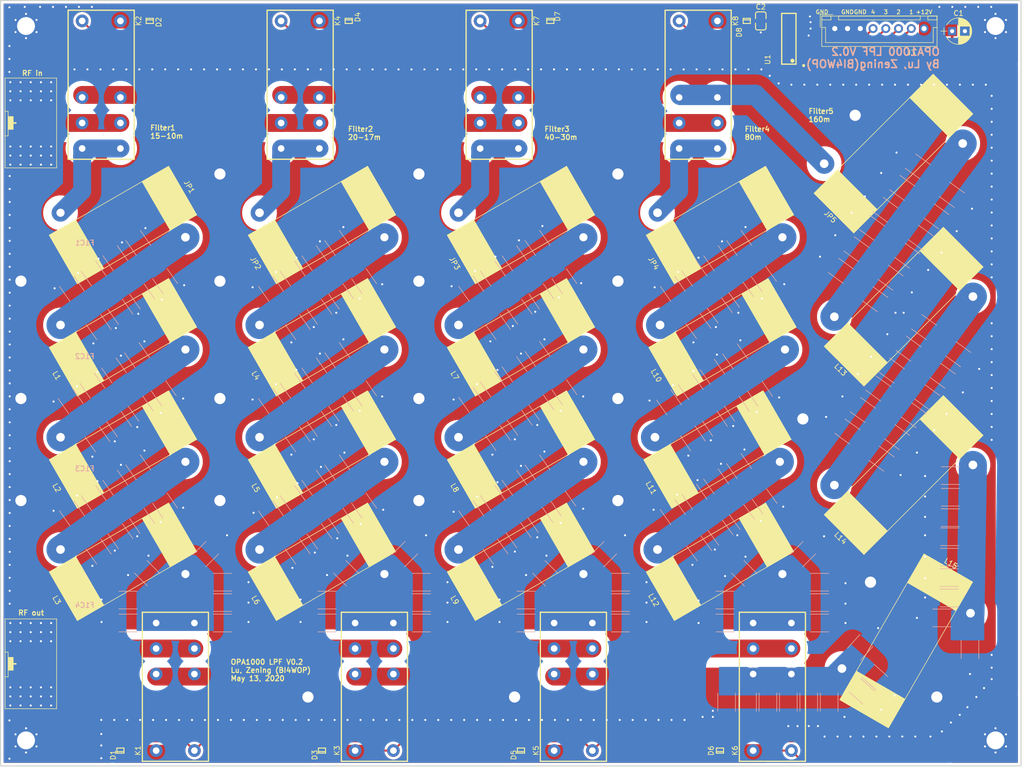
<source format=kicad_pcb>
(kicad_pcb (version 20171130) (host pcbnew "(5.1.10)-1")
  (layers (0 F.Cu signal) (31 B.Cu signal) (34 B.Paste user) (35 F.Paste user) (36 B.SilkS user) (37 F.SilkS user) (38 B.Mask user) (39 F.Mask user) (44 Edge.Cuts user))
  (net 0 "")
  (net 1 GNDPWR)
  (net 2 +12V)
  (net 3 RL1)
  (net 4 RL2)
  (net 5 RL3)
  (net 6 RL4)
  (net 7 "Net-(J3-Pad7)")
  (net 8 "Net-(J3-Pad6)")
  (net 9 "Net-(J3-Pad5)")
  (net 10 "Net-(J3-Pad4)")
  (net 11 "Net-(U1-Pad12)")
  (net 12 "Net-(U1-Pad11)")
  (net 13 "Net-(U1-Pad10)")
  (net 14 /RF_F1_C1)
  (net 15 /RF_F1_C2)
  (net 16 /RF_F1_C3)
  (net 17 /RF_F1_out)
  (net 18 /RF_F2_C1)
  (net 19 /RF_F2_C2)
  (net 20 /RF_F2_C3)
  (net 21 /RF_F2_out)
  (net 22 /RF_F3_C1)
  (net 23 /RF_F3_C2)
  (net 24 /RF_F3_C3)
  (net 25 /RF_F3_out)
  (net 26 /RF_F4_C1)
  (net 27 /RF_F4_C2)
  (net 28 /RF_F4_C3)
  (net 29 /RF_F4_out)
  (net 30 /RF_F5_C1)
  (net 31 /RF_F5_C2)
  (net 32 /RF_F5_C3)
  (net 33 /RF_F5_out)
  (net 34 /RF_out)
  (net 35 /RF_in)
  (net 36 /RF_F1_in)
  (net 37 /RF_F2_in)
  (net 38 /RF_F3_in)
  (net 39 /RF_F4_in)
  (net 40 /RF_F4_bypass)
  (net 41 /RF_SEL_1)
  (net 42 /RF_F1_bypass)
  (net 43 /RF_SEL_2)
  (net 44 /RF_F2_bypass)
  (net 45 /RF_SEL_3)
  (net 46 /RF_F3_bypass)
  (module Capacitors_SMD:C_1812_HandSoldering (layer B.Cu) (at 210 147.2 90)
    (fp_text reference C7 hide)
    (fp_text value "10pF 3KV" hide)
    (pad 2 smd rect (at 2.9 0 90) (size 2.2 3) (layers B.Cu B.Paste B.Mask) (net 32 /RF_F5_C3))
    (pad 1 smd rect (at -2.9 0 90) (size 2.2 3) (layers B.Cu B.Paste B.Mask) (net 1 GNDPWR))
  )
  (module Capacitors_SMD:C_1812_HandSoldering (layer B.Cu) (at 182.4 157.5 90)
    (fp_text reference C7 hide)
    (fp_text value "10pF 3KV" hide)
    (pad 2 smd rect (at 2.9 0 90) (size 2.2 3) (layers B.Cu B.Paste B.Mask) (net 33 /RF_F5_out))
    (pad 1 smd rect (at -2.9 0 90) (size 2.2 3) (layers B.Cu B.Paste B.Mask) (net 1 GNDPWR))
  )
  (module Capacitors_SMD:C_1812_HandSoldering (layer B.Cu) (at 178.4 157.5 90)
    (fp_text reference C7 hide)
    (fp_text value "10pF 3KV" hide)
    (pad 1 smd rect (at -2.9 0 90) (size 2.2 3) (layers B.Cu B.Paste B.Mask) (net 1 GNDPWR))
    (pad 2 smd rect (at 2.9 0 90) (size 2.2 3) (layers B.Cu B.Paste B.Mask) (net 33 /RF_F5_out))
  )
  (module Capacitors_SMD:C_1812_HandSoldering (layer B.Cu) (at 174.4 157.5 90)
    (fp_text reference C7 hide)
    (fp_text value "10pF 3KV" hide)
    (pad 2 smd rect (at 2.9 0 90) (size 2.2 3) (layers B.Cu B.Paste B.Mask) (net 33 /RF_F5_out))
    (pad 1 smd rect (at -2.9 0 90) (size 2.2 3) (layers B.Cu B.Paste B.Mask) (net 1 GNDPWR))
  )
  (module Capacitors_SMD:C_1812_HandSoldering (layer B.Cu) (at 170.4 157.5 90)
    (fp_text reference C7 hide)
    (fp_text value "10pF 3KV" hide)
    (pad 1 smd rect (at -2.9 0 90) (size 2.2 3) (layers B.Cu B.Paste B.Mask) (net 1 GNDPWR))
    (pad 2 smd rect (at 2.9 0 90) (size 2.2 3) (layers B.Cu B.Paste B.Mask) (net 33 /RF_F5_out))
  )
  (module Capacitors_SMD:C_1812_HandSoldering (layer B.Cu) (at 166.4 157.5 90)
    (fp_text reference C7 hide)
    (fp_text value "10pF 3KV" hide)
    (pad 2 smd rect (at 2.9 0 90) (size 2.2 3) (layers B.Cu B.Paste B.Mask) (net 33 /RF_F5_out))
    (pad 1 smd rect (at -2.9 0 90) (size 2.2 3) (layers B.Cu B.Paste B.Mask) (net 1 GNDPWR))
  )
  (module Capacitors_SMD:C_1812_HandSoldering (layer B.Cu) (at 191.4 152.6 138)
    (fp_text reference C7 hide)
    (fp_text value "10pF 3KV" hide)
    (pad 2 smd rect (at 2.9 0 138) (size 2.2 3) (layers B.Cu B.Paste B.Mask) (net 33 /RF_F5_out))
    (pad 1 smd rect (at -2.9 0 138) (size 2.2 3) (layers B.Cu B.Paste B.Mask) (net 1 GNDPWR))
  )
  (module Capacitors_SMD:C_1812_HandSoldering (layer B.Cu) (at 162.3 157.5 90)
    (fp_text reference C7 hide)
    (fp_text value "10pF 3KV" hide)
    (pad 1 smd rect (at -2.9 0 90) (size 2.2 3) (layers B.Cu B.Paste B.Mask) (net 1 GNDPWR))
    (pad 2 smd rect (at 2.9 0 90) (size 2.2 3) (layers B.Cu B.Paste B.Mask) (net 33 /RF_F5_out))
  )
  (module Capacitors_SMD:C_1812_HandSoldering (layer B.Cu) (at 188.5 146.75 228)
    (fp_text reference C7 hide)
    (fp_text value "10pF 3KV" hide)
    (pad 2 smd rect (at 2.9 0 228) (size 2.2 3) (layers B.Cu B.Paste B.Mask) (net 33 /RF_F5_out))
    (pad 1 smd rect (at -2.9 0 228) (size 2.2 3) (layers B.Cu B.Paste B.Mask) (net 1 GNDPWR))
  )
  (module Capacitors_SMD:C_1812_HandSoldering (layer B.Cu) (at 188.8 155.4 138)
    (fp_text reference C7 hide)
    (fp_text value "10pF 3KV" hide)
    (pad 1 smd rect (at -2.9 0 138) (size 2.2 3) (layers B.Cu B.Paste B.Mask) (net 1 GNDPWR))
    (pad 2 smd rect (at 2.9 0 138) (size 2.2 3) (layers B.Cu B.Paste B.Mask) (net 33 /RF_F5_out))
  )
  (module Capacitors_SMD:C_1812_HandSoldering (layer B.Cu) (at 206.15 113.1)
    (fp_text reference C7 hide)
    (fp_text value "10pF 3KV" hide)
    (pad 1 smd rect (at -2.9 0) (size 2.2 3) (layers B.Cu B.Paste B.Mask) (net 1 GNDPWR))
    (pad 2 smd rect (at 2.9 0) (size 2.2 3) (layers B.Cu B.Paste B.Mask) (net 14 /RF_F1_C1))
  )
  (module Capacitors_SMD:C_1812_HandSoldering (layer B.Cu) (at 204.5 141)
    (fp_text reference C7 hide)
    (fp_text value "10pF 3KV" hide)
    (pad 1 smd rect (at -2.9 0) (size 2.2 3) (layers B.Cu B.Paste B.Mask) (net 1 GNDPWR))
    (pad 2 smd rect (at 2.9 0) (size 2.2 3) (layers B.Cu B.Paste B.Mask) (net 32 /RF_F5_C3))
  )
  (module Capacitors_SMD:C_1812_HandSoldering (layer B.Cu) (at 206.051838 125.1)
    (fp_text reference C7 hide)
    (fp_text value "10pF 3KV" hide)
    (pad 1 smd rect (at -2.9 0) (size 2.2 3) (layers B.Cu B.Paste B.Mask) (net 1 GNDPWR))
    (pad 2 smd rect (at 2.9 0) (size 2.2 3) (layers B.Cu B.Paste B.Mask) (net 14 /RF_F1_C1))
  )
  (module Capacitors_SMD:C_1812_HandSoldering (layer B.Cu) (at 205.9 133.1)
    (fp_text reference C7 hide)
    (fp_text value "10pF 3KV" hide)
    (pad 1 smd rect (at -2.9 0) (size 2.2 3) (layers B.Cu B.Paste B.Mask) (net 1 GNDPWR))
    (pad 2 smd rect (at 2.9 0) (size 2.2 3) (layers B.Cu B.Paste B.Mask) (net 14 /RF_F1_C1))
  )
  (module Capacitors_SMD:C_1812_HandSoldering (layer B.Cu) (at 205.979278 129.1)
    (fp_text reference C7 hide)
    (fp_text value "10pF 3KV" hide)
    (pad 2 smd rect (at 2.9 0) (size 2.2 3) (layers B.Cu B.Paste B.Mask) (net 14 /RF_F1_C1))
    (pad 1 smd rect (at -2.9 0) (size 2.2 3) (layers B.Cu B.Paste B.Mask) (net 1 GNDPWR))
  )
  (module Capacitors_SMD:C_1812_HandSoldering (layer B.Cu) (at 205.9 137.1)
    (fp_text reference C7 hide)
    (fp_text value "10pF 3KV" hide)
    (pad 2 smd rect (at 2.9 0) (size 2.2 3) (layers B.Cu B.Paste B.Mask) (net 14 /RF_F1_C1))
    (pad 1 smd rect (at -2.9 0) (size 2.2 3) (layers B.Cu B.Paste B.Mask) (net 1 GNDPWR))
  )
  (module Capacitors_SMD:C_1812_HandSoldering (layer B.Cu) (at 206.155717 117.35)
    (fp_text reference C7 hide)
    (fp_text value "10pF 3KV" hide)
    (pad 2 smd rect (at 2.9 0) (size 2.2 3) (layers B.Cu B.Paste B.Mask) (net 14 /RF_F1_C1))
    (pad 1 smd rect (at -2.9 0) (size 2.2 3) (layers B.Cu B.Paste B.Mask) (net 1 GNDPWR))
  )
  (module Capacitors_SMD:C_1812_HandSoldering (layer B.Cu) (at 206.15 121.35)
    (fp_text reference C7 hide)
    (fp_text value "10pF 3KV" hide)
    (pad 1 smd rect (at -2.9 0) (size 2.2 3) (layers B.Cu B.Paste B.Mask) (net 1 GNDPWR))
    (pad 2 smd rect (at 2.9 0) (size 2.2 3) (layers B.Cu B.Paste B.Mask) (net 14 /RF_F1_C1))
  )
  (module Capacitors_SMD:C_1812_HandSoldering (layer B.Cu) (at 204.673113 93.546591 144)
    (fp_text reference C7 hide)
    (fp_text value "10pF 3KV" hide)
    (pad 2 smd rect (at 2.9 0 144) (size 2.2 3) (layers B.Cu B.Paste B.Mask) (net 14 /RF_F1_C1))
    (pad 1 smd rect (at -2.9 0 144) (size 2.2 3) (layers B.Cu B.Paste B.Mask) (net 1 GNDPWR))
  )
  (module Capacitors_SMD:C_1812_HandSoldering (layer B.Cu) (at 201.631361 97.76681 144)
    (fp_text reference C7 hide)
    (fp_text value "10pF 3KV" hide)
    (pad 1 smd rect (at -2.9 0 144) (size 2.2 3) (layers B.Cu B.Paste B.Mask) (net 1 GNDPWR))
    (pad 2 smd rect (at 2.9 0 144) (size 2.2 3) (layers B.Cu B.Paste B.Mask) (net 14 /RF_F1_C1))
  )
  (module Capacitors_SMD:C_1812_HandSoldering (layer B.Cu) (at 207.714861 89.326371 144)
    (fp_text reference C7 hide)
    (fp_text value "10pF 3KV" hide)
    (pad 1 smd rect (at -2.9 0 144) (size 2.2 3) (layers B.Cu B.Paste B.Mask) (net 1 GNDPWR))
    (pad 2 smd rect (at 2.9 0 144) (size 2.2 3) (layers B.Cu B.Paste B.Mask) (net 14 /RF_F1_C1))
  )
  (module Capacitors_SMD:C_1812_HandSoldering (layer B.Cu) (at 198.99299 101.274757 144)
    (fp_text reference C7 hide)
    (fp_text value "10pF 3KV" hide)
    (pad 2 smd rect (at 2.9 0 144) (size 2.2 3) (layers B.Cu B.Paste B.Mask) (net 14 /RF_F1_C1))
    (pad 1 smd rect (at -2.9 0 144) (size 2.2 3) (layers B.Cu B.Paste B.Mask) (net 1 GNDPWR))
  )
  (module Capacitors_SMD:C_1812_HandSoldering (layer B.Cu) (at 195.714861 105.576371 144)
    (fp_text reference C7 hide)
    (fp_text value "10pF 3KV" hide)
    (pad 2 smd rect (at 2.9 0 144) (size 2.2 3) (layers B.Cu B.Paste B.Mask) (net 14 /RF_F1_C1))
    (pad 1 smd rect (at -2.9 0 144) (size 2.2 3) (layers B.Cu B.Paste B.Mask) (net 1 GNDPWR))
  )
  (module Capacitors_SMD:C_1812_HandSoldering (layer B.Cu) (at 192.673113 109.796591 144)
    (fp_text reference C7 hide)
    (fp_text value "10pF 3KV" hide)
    (pad 1 smd rect (at -2.9 0 144) (size 2.2 3) (layers B.Cu B.Paste B.Mask) (net 1 GNDPWR))
    (pad 2 smd rect (at 2.9 0 144) (size 2.2 3) (layers B.Cu B.Paste B.Mask) (net 14 /RF_F1_C1))
  )
  (module Capacitors_SMD:C_1812_HandSoldering (layer B.Cu) (at 185.959851 104.474491 324)
    (fp_text reference C7 hide)
    (fp_text value "10pF 3KV" hide)
    (pad 2 smd rect (at 2.9 0 324) (size 2.2 3) (layers B.Cu B.Paste B.Mask) (net 14 /RF_F1_C1))
    (pad 1 smd rect (at -2.9 0 324) (size 2.2 3) (layers B.Cu B.Paste B.Mask) (net 1 GNDPWR))
  )
  (module Capacitors_SMD:C_1812_HandSoldering (layer B.Cu) (at 197.95984 88.224483 324)
    (fp_text reference C7 hide)
    (fp_text value "10pF 3KV" hide)
    (pad 1 smd rect (at -2.9 0 324) (size 2.2 3) (layers B.Cu B.Paste B.Mask) (net 1 GNDPWR))
    (pad 2 smd rect (at 2.9 0 324) (size 2.2 3) (layers B.Cu B.Paste B.Mask) (net 14 /RF_F1_C1))
  )
  (module Capacitors_SMD:C_1812_HandSoldering (layer B.Cu) (at 201.001582 84.004266 324)
    (fp_text reference C7 hide)
    (fp_text value "10pF 3KV" hide)
    (pad 2 smd rect (at 2.9 0 324) (size 2.2 3) (layers B.Cu B.Paste B.Mask) (net 14 /RF_F1_C1))
    (pad 1 smd rect (at -2.9 0 324) (size 2.2 3) (layers B.Cu B.Paste B.Mask) (net 1 GNDPWR))
  )
  (module Capacitors_SMD:C_1812_HandSoldering (layer B.Cu) (at 194.681713 92.526102 324)
    (fp_text reference C7 hide)
    (fp_text value "10pF 3KV" hide)
    (pad 1 smd rect (at -2.9 0 324) (size 2.2 3) (layers B.Cu B.Paste B.Mask) (net 1 GNDPWR))
    (pad 2 smd rect (at 2.9 0 324) (size 2.2 3) (layers B.Cu B.Paste B.Mask) (net 14 /RF_F1_C1))
  )
  (module Capacitors_SMD:C_1812_HandSoldering (layer B.Cu) (at 192.043339 96.034041 324)
    (fp_text reference C7 hide)
    (fp_text value "10pF 3KV" hide)
    (pad 2 smd rect (at 2.9 0 324) (size 2.2 3) (layers B.Cu B.Paste B.Mask) (net 14 /RF_F1_C1))
    (pad 1 smd rect (at -2.9 0 324) (size 2.2 3) (layers B.Cu B.Paste B.Mask) (net 1 GNDPWR))
  )
  (module Capacitors_SMD:C_1812_HandSoldering (layer B.Cu) (at 189.001585 100.254266 324)
    (fp_text reference C7 hide)
    (fp_text value "10pF 3KV" hide)
    (pad 1 smd rect (at -2.9 0 324) (size 2.2 3) (layers B.Cu B.Paste B.Mask) (net 1 GNDPWR))
    (pad 2 smd rect (at 2.9 0 324) (size 2.2 3) (layers B.Cu B.Paste B.Mask) (net 14 /RF_F1_C1))
  )
  (module Capacitors_SMD:C_1812_HandSoldering (layer B.Cu) (at 187.751585 68.754266 324)
    (fp_text reference C7 hide)
    (fp_text value "10pF 3KV" hide)
    (pad 2 smd rect (at 2.9 0 324) (size 2.2 3) (layers B.Cu B.Paste B.Mask) (net 14 /RF_F1_C1))
    (pad 1 smd rect (at -2.9 0 324) (size 2.2 3) (layers B.Cu B.Paste B.Mask) (net 1 GNDPWR))
  )
  (module Capacitors_SMD:C_1812_HandSoldering (layer B.Cu) (at 190.793339 64.534041 324)
    (fp_text reference C7 hide)
    (fp_text value "10pF 3KV" hide)
    (pad 1 smd rect (at -2.9 0 324) (size 2.2 3) (layers B.Cu B.Paste B.Mask) (net 1 GNDPWR))
    (pad 2 smd rect (at 2.9 0 324) (size 2.2 3) (layers B.Cu B.Paste B.Mask) (net 14 /RF_F1_C1))
  )
  (module Capacitors_SMD:C_1812_HandSoldering (layer B.Cu) (at 184.709851 72.974491 324)
    (fp_text reference C7 hide)
    (fp_text value "10pF 3KV" hide)
    (pad 1 smd rect (at -2.9 0 324) (size 2.2 3) (layers B.Cu B.Paste B.Mask) (net 1 GNDPWR))
    (pad 2 smd rect (at 2.9 0 324) (size 2.2 3) (layers B.Cu B.Paste B.Mask) (net 14 /RF_F1_C1))
  )
  (module Capacitors_SMD:C_1812_HandSoldering (layer B.Cu) (at 193.431713 61.026102 324)
    (fp_text reference C7 hide)
    (fp_text value "10pF 3KV" hide)
    (pad 2 smd rect (at 2.9 0 324) (size 2.2 3) (layers B.Cu B.Paste B.Mask) (net 14 /RF_F1_C1))
    (pad 1 smd rect (at -2.9 0 324) (size 2.2 3) (layers B.Cu B.Paste B.Mask) (net 1 GNDPWR))
  )
  (module Capacitors_SMD:C_1812_HandSoldering (layer B.Cu) (at 196.70984 56.724483 324)
    (fp_text reference C7 hide)
    (fp_text value "10pF 3KV" hide)
    (pad 2 smd rect (at 2.9 0 324) (size 2.2 3) (layers B.Cu B.Paste B.Mask) (net 14 /RF_F1_C1))
    (pad 1 smd rect (at -2.9 0 324) (size 2.2 3) (layers B.Cu B.Paste B.Mask) (net 1 GNDPWR))
  )
  (module Capacitors_SMD:C_1812_HandSoldering (layer B.Cu) (at 199.751582 52.504266 324)
    (fp_text reference C7 hide)
    (fp_text value "10pF 3KV" hide)
    (pad 1 smd rect (at -2.9 0 324) (size 2.2 3) (layers B.Cu B.Paste B.Mask) (net 1 GNDPWR))
    (pad 2 smd rect (at 2.9 0 324) (size 2.2 3) (layers B.Cu B.Paste B.Mask) (net 14 /RF_F1_C1))
  )
  (module Capacitors_SMD:C_1812_HandSoldering (layer B.Cu) (at 191.423113 78.546591 144)
    (fp_text reference C7 hide)
    (fp_text value "10pF 3KV" hide)
    (pad 2 smd rect (at 2.9 0 144) (size 2.2 3) (layers B.Cu B.Paste B.Mask) (net 14 /RF_F1_C1))
    (pad 1 smd rect (at -2.9 0 144) (size 2.2 3) (layers B.Cu B.Paste B.Mask) (net 1 GNDPWR))
  )
  (module Capacitors_SMD:C_1812_HandSoldering (layer B.Cu) (at 197.74299 70.024757 144)
    (fp_text reference C7 hide)
    (fp_text value "10pF 3KV" hide)
    (pad 1 smd rect (at -2.9 0 144) (size 2.2 3) (layers B.Cu B.Paste B.Mask) (net 1 GNDPWR))
    (pad 2 smd rect (at 2.9 0 144) (size 2.2 3) (layers B.Cu B.Paste B.Mask) (net 14 /RF_F1_C1))
  )
  (module Capacitors_SMD:C_1812_HandSoldering (layer B.Cu) (at 194.464861 74.326371 144)
    (fp_text reference C7 hide)
    (fp_text value "10pF 3KV" hide)
    (pad 1 smd rect (at -2.9 0 144) (size 2.2 3) (layers B.Cu B.Paste B.Mask) (net 1 GNDPWR))
    (pad 2 smd rect (at 2.9 0 144) (size 2.2 3) (layers B.Cu B.Paste B.Mask) (net 14 /RF_F1_C1))
  )
  (module Capacitors_SMD:C_1812_HandSoldering (layer B.Cu) (at 203.423113 62.296591 144)
    (fp_text reference C7 hide)
    (fp_text value "10pF 3KV" hide)
    (pad 1 smd rect (at -2.9 0 144) (size 2.2 3) (layers B.Cu B.Paste B.Mask) (net 1 GNDPWR))
    (pad 2 smd rect (at 2.9 0 144) (size 2.2 3) (layers B.Cu B.Paste B.Mask) (net 14 /RF_F1_C1))
  )
  (module Capacitors_SMD:C_1812_HandSoldering (layer B.Cu) (at 200.381361 66.51681 144)
    (fp_text reference C7 hide)
    (fp_text value "10pF 3KV" hide)
    (pad 2 smd rect (at 2.9 0 144) (size 2.2 3) (layers B.Cu B.Paste B.Mask) (net 14 /RF_F1_C1))
    (pad 1 smd rect (at -2.9 0 144) (size 2.2 3) (layers B.Cu B.Paste B.Mask) (net 1 GNDPWR))
  )
  (module Capacitors_SMD:C_1812_HandSoldering (layer B.Cu) (at 206.464861 58.076371 144)
    (fp_text reference C7 hide)
    (fp_text value "10pF 3KV" hide)
    (pad 2 smd rect (at 2.9 0 144) (size 2.2 3) (layers B.Cu B.Paste B.Mask) (net 14 /RF_F1_C1))
    (pad 1 smd rect (at -2.9 0 144) (size 2.2 3) (layers B.Cu B.Paste B.Mask) (net 1 GNDPWR))
  )
  (module Capacitors_SMD:C_1812_HandSoldering (layer B.Cu) (at 180.5 142 180)
    (fp_text reference C21 hide)
    (fp_text value "10pF 3KV" hide)
    (pad 2 smd rect (at 2.9 0 180) (size 2.2 3) (layers B.Cu B.Paste B.Mask) (net 17 /RF_F1_out))
    (pad 1 smd rect (at -2.9 0 180) (size 2.2 3) (layers B.Cu B.Paste B.Mask) (net 1 GNDPWR))
  )
  (module Capacitors_SMD:C_1812_HandSoldering (layer B.Cu) (at 177.25 128.5 225)
    (fp_text reference C20 hide)
    (fp_text value "10pF 3KV" hide)
    (pad 1 smd rect (at -2.9 0 225) (size 2.2 3) (layers B.Cu B.Paste B.Mask) (net 1 GNDPWR))
    (pad 2 smd rect (at 2.9 0 225) (size 2.2 3) (layers B.Cu B.Paste B.Mask) (net 17 /RF_F1_out))
  )
  (module Capacitors_SMD:C_1812_HandSoldering (layer B.Cu) (at 180.500002 137.999999 180)
    (fp_text reference C21 hide)
    (fp_text value "10pF 3KV" hide)
    (pad 1 smd rect (at -2.9 0 180) (size 2.2 3) (layers B.Cu B.Paste B.Mask) (net 1 GNDPWR))
    (pad 2 smd rect (at 2.9 0 180) (size 2.2 3) (layers B.Cu B.Paste B.Mask) (net 17 /RF_F1_out))
  )
  (module Capacitors_SMD:C_1812_HandSoldering (layer B.Cu) (at 162 137.5)
    (fp_text reference C18 hide)
    (fp_text value "10pF 3KV" hide)
    (pad 1 smd rect (at -2.9 0) (size 2.2 3) (layers B.Cu B.Paste B.Mask) (net 1 GNDPWR))
    (pad 2 smd rect (at 2.9 0) (size 2.2 3) (layers B.Cu B.Paste B.Mask) (net 17 /RF_F1_out))
  )
  (module Capacitors_SMD:C_1812_HandSoldering (layer B.Cu) (at 162 142)
    (fp_text reference C19 hide)
    (fp_text value "10pF 3KV" hide)
    (pad 1 smd rect (at -2.9 0) (size 2.2 3) (layers B.Cu B.Paste B.Mask) (net 1 GNDPWR))
    (pad 2 smd rect (at 2.9 0) (size 2.2 3) (layers B.Cu B.Paste B.Mask) (net 17 /RF_F1_out))
  )
  (module Capacitors_SMD:C_1812_HandSoldering (layer B.Cu) (at 180.5 134 180)
    (fp_text reference C18 hide)
    (fp_text value "10pF 3KV" hide)
    (pad 2 smd rect (at 2.9 0 180) (size 2.2 3) (layers B.Cu B.Paste B.Mask) (net 17 /RF_F1_out))
    (pad 1 smd rect (at -2.9 0 180) (size 2.2 3) (layers B.Cu B.Paste B.Mask) (net 1 GNDPWR))
  )
  (module Capacitors_SMD:C_1812_HandSoldering (layer B.Cu) (at 165.75 132.25 315)
    (fp_text reference C18 hide)
    (fp_text value "10pF 3KV" hide)
    (pad 2 smd rect (at 2.9 0 315) (size 2.2 3) (layers B.Cu B.Paste B.Mask) (net 17 /RF_F1_out))
    (pad 1 smd rect (at -2.9 0 315) (size 2.2 3) (layers B.Cu B.Paste B.Mask) (net 1 GNDPWR))
  )
  (module Capacitors_SMD:C_1812_HandSoldering (layer B.Cu) (at 141.5 142 180)
    (fp_text reference C21 hide)
    (fp_text value "10pF 3KV" hide)
    (pad 1 smd rect (at -2.9 0 180) (size 2.2 3) (layers B.Cu B.Paste B.Mask) (net 1 GNDPWR))
    (pad 2 smd rect (at 2.9 0 180) (size 2.2 3) (layers B.Cu B.Paste B.Mask) (net 17 /RF_F1_out))
  )
  (module Capacitors_SMD:C_1812_HandSoldering (layer B.Cu) (at 102.5 142 180)
    (fp_text reference C19 hide)
    (fp_text value "10pF 3KV" hide)
    (pad 2 smd rect (at 2.9 0 180) (size 2.2 3) (layers B.Cu B.Paste B.Mask) (net 17 /RF_F1_out))
    (pad 1 smd rect (at -2.9 0 180) (size 2.2 3) (layers B.Cu B.Paste B.Mask) (net 1 GNDPWR))
  )
  (module Capacitors_SMD:C_1812_HandSoldering (layer B.Cu) (at 141.5 134 180)
    (fp_text reference C18 hide)
    (fp_text value "10pF 3KV" hide)
    (pad 1 smd rect (at -2.9 0 180) (size 2.2 3) (layers B.Cu B.Paste B.Mask) (net 1 GNDPWR))
    (pad 2 smd rect (at 2.9 0 180) (size 2.2 3) (layers B.Cu B.Paste B.Mask) (net 17 /RF_F1_out))
  )
  (module Capacitors_SMD:C_1812_HandSoldering (layer B.Cu) (at 126.75 132.25 315)
    (fp_text reference C18 hide)
    (fp_text value "10pF 3KV" hide)
    (pad 1 smd rect (at -2.9 0 315) (size 2.2 3) (layers B.Cu B.Paste B.Mask) (net 1 GNDPWR))
    (pad 2 smd rect (at 2.9 0 315) (size 2.2 3) (layers B.Cu B.Paste B.Mask) (net 17 /RF_F1_out))
  )
  (module Capacitors_SMD:C_1812_HandSoldering (layer B.Cu) (at 123 137.5)
    (fp_text reference C18 hide)
    (fp_text value "10pF 3KV" hide)
    (pad 2 smd rect (at 2.9 0) (size 2.2 3) (layers B.Cu B.Paste B.Mask) (net 17 /RF_F1_out))
    (pad 1 smd rect (at -2.9 0) (size 2.2 3) (layers B.Cu B.Paste B.Mask) (net 1 GNDPWR))
  )
  (module Capacitors_SMD:C_1812_HandSoldering (layer B.Cu) (at 123 142)
    (fp_text reference C19 hide)
    (fp_text value "10pF 3KV" hide)
    (pad 2 smd rect (at 2.9 0) (size 2.2 3) (layers B.Cu B.Paste B.Mask) (net 17 /RF_F1_out))
    (pad 1 smd rect (at -2.9 0) (size 2.2 3) (layers B.Cu B.Paste B.Mask) (net 1 GNDPWR))
  )
  (module Capacitors_SMD:C_1812_HandSoldering (layer B.Cu) (at 141.500002 137.999999 180)
    (fp_text reference C21 hide)
    (fp_text value "10pF 3KV" hide)
    (pad 2 smd rect (at 2.9 0 180) (size 2.2 3) (layers B.Cu B.Paste B.Mask) (net 17 /RF_F1_out))
    (pad 1 smd rect (at -2.9 0 180) (size 2.2 3) (layers B.Cu B.Paste B.Mask) (net 1 GNDPWR))
  )
  (module Capacitors_SMD:C_1812_HandSoldering (layer B.Cu) (at 138.25 128.5 225)
    (fp_text reference C20 hide)
    (fp_text value "10pF 3KV" hide)
    (pad 2 smd rect (at 2.9 0 225) (size 2.2 3) (layers B.Cu B.Paste B.Mask) (net 17 /RF_F1_out))
    (pad 1 smd rect (at -2.9 0 225) (size 2.2 3) (layers B.Cu B.Paste B.Mask) (net 1 GNDPWR))
  )
  (module Capacitors_SMD:C_1812_HandSoldering (layer B.Cu) (at 102.5 134 180)
    (fp_text reference C18 hide)
    (fp_text value "10pF 3KV" hide)
    (pad 2 smd rect (at 2.9 0 180) (size 2.2 3) (layers B.Cu B.Paste B.Mask) (net 17 /RF_F1_out))
    (pad 1 smd rect (at -2.9 0 180) (size 2.2 3) (layers B.Cu B.Paste B.Mask) (net 1 GNDPWR))
  )
  (module Capacitors_SMD:C_1812_HandSoldering (layer B.Cu) (at 87.75 132.25 315)
    (fp_text reference C18 hide)
    (fp_text value "10pF 3KV" hide)
    (pad 2 smd rect (at 2.9 0 315) (size 2.2 3) (layers B.Cu B.Paste B.Mask) (net 17 /RF_F1_out))
    (pad 1 smd rect (at -2.9 0 315) (size 2.2 3) (layers B.Cu B.Paste B.Mask) (net 1 GNDPWR))
  )
  (module Capacitors_SMD:C_1812_HandSoldering (layer B.Cu) (at 84 137.5)
    (fp_text reference C18 hide)
    (fp_text value "10pF 3KV" hide)
    (pad 1 smd rect (at -2.9 0) (size 2.2 3) (layers B.Cu B.Paste B.Mask) (net 1 GNDPWR))
    (pad 2 smd rect (at 2.9 0) (size 2.2 3) (layers B.Cu B.Paste B.Mask) (net 17 /RF_F1_out))
  )
  (module Capacitors_SMD:C_1812_HandSoldering (layer B.Cu) (at 99.25 128.5 225)
    (fp_text reference C20 hide)
    (fp_text value "10pF 3KV" hide)
    (pad 1 smd rect (at -2.9 0 225) (size 2.2 3) (layers B.Cu B.Paste B.Mask) (net 1 GNDPWR))
    (pad 2 smd rect (at 2.9 0 225) (size 2.2 3) (layers B.Cu B.Paste B.Mask) (net 17 /RF_F1_out))
  )
  (module Capacitors_SMD:C_1812_HandSoldering (layer B.Cu) (at 84 142)
    (fp_text reference C19 hide)
    (fp_text value "10pF 3KV" hide)
    (pad 1 smd rect (at -2.9 0) (size 2.2 3) (layers B.Cu B.Paste B.Mask) (net 1 GNDPWR))
    (pad 2 smd rect (at 2.9 0) (size 2.2 3) (layers B.Cu B.Paste B.Mask) (net 17 /RF_F1_out))
  )
  (module Capacitors_SMD:C_1812_HandSoldering (layer B.Cu) (at 102.500002 137.999999 180)
    (fp_text reference C21 hide)
    (fp_text value "10pF 3KV" hide)
    (pad 1 smd rect (at -2.9 0 180) (size 2.2 3) (layers B.Cu B.Paste B.Mask) (net 1 GNDPWR))
    (pad 2 smd rect (at 2.9 0 180) (size 2.2 3) (layers B.Cu B.Paste B.Mask) (net 17 /RF_F1_out))
  )
  (module Capacitors_SMD:C_1812_HandSoldering (layer B.Cu) (at 48.75 132.25 315)
    (fp_text reference C18 hide)
    (fp_text value "10pF 3KV" hide)
    (pad 1 smd rect (at -2.9 0 315) (size 2.2 3) (layers B.Cu B.Paste B.Mask) (net 1 GNDPWR))
    (pad 2 smd rect (at 2.9 0 315) (size 2.2 3) (layers B.Cu B.Paste B.Mask) (net 17 /RF_F1_out))
  )
  (module Capacitors_SMD:C_1812_HandSoldering (layer B.Cu) (at 63.5 134 180)
    (fp_text reference C18 hide)
    (fp_text value "10pF 3KV" hide)
    (pad 1 smd rect (at -2.9 0 180) (size 2.2 3) (layers B.Cu B.Paste B.Mask) (net 1 GNDPWR))
    (pad 2 smd rect (at 2.9 0 180) (size 2.2 3) (layers B.Cu B.Paste B.Mask) (net 17 /RF_F1_out))
  )
  (module Capacitors_SMD:C_1812_HandSoldering (layer B.Cu) (at 165.309098 121.221917 126)
    (fp_text reference C7 hide)
    (fp_text value "10pF 3KV" hide)
    (pad 2 smd rect (at 2.9 0 126) (size 2.2 3) (layers B.Cu B.Paste B.Mask) (net 28 /RF_F4_C3))
    (pad 1 smd rect (at -2.9 0 126) (size 2.2 3) (layers B.Cu B.Paste B.Mask) (net 1 GNDPWR))
  )
  (module Capacitors_SMD:C_1812_HandSoldering (layer B.Cu) (at 156 117.25 305)
    (fp_text reference C4 hide)
    (fp_text value "10pF 3KV" hide)
    (pad 2 smd rect (at 2.9 0 305) (size 2.2 3) (layers B.Cu B.Paste B.Mask) (net 28 /RF_F4_C3))
    (pad 1 smd rect (at -2.9 0 305) (size 2.2 3) (layers B.Cu B.Paste B.Mask) (net 1 GNDPWR))
  )
  (module Capacitors_SMD:C_1812_HandSoldering (layer B.Cu) (at 164.75 111.25 305)
    (fp_text reference C6 hide)
    (fp_text value "10pF 3KV" hide)
    (pad 2 smd rect (at 2.9 0 305) (size 2.2 3) (layers B.Cu B.Paste B.Mask) (net 28 /RF_F4_C3))
    (pad 1 smd rect (at -2.9 0 305) (size 2.2 3) (layers B.Cu B.Paste B.Mask) (net 1 GNDPWR))
  )
  (module Capacitors_SMD:C_1812_HandSoldering (layer B.Cu) (at 156.915107 127.369349 126)
    (fp_text reference C7 hide)
    (fp_text value "10pF 3KV" hide)
    (pad 2 smd rect (at 2.9 0 126) (size 2.2 3) (layers B.Cu B.Paste B.Mask) (net 28 /RF_F4_C3))
    (pad 1 smd rect (at -2.9 0 126) (size 2.2 3) (layers B.Cu B.Paste B.Mask) (net 1 GNDPWR))
  )
  (module Capacitors_SMD:C_1812_HandSoldering (layer B.Cu) (at 160.25 114.25 305)
    (fp_text reference C5 hide)
    (fp_text value "10pF 3KV" hide)
    (pad 2 smd rect (at 2.9 0 305) (size 2.2 3) (layers B.Cu B.Paste B.Mask) (net 28 /RF_F4_C3))
    (pad 1 smd rect (at -2.9 0 305) (size 2.2 3) (layers B.Cu B.Paste B.Mask) (net 1 GNDPWR))
  )
  (module Capacitors_SMD:C_1812_HandSoldering (layer B.Cu) (at 161.112102 124.295633 126)
    (fp_text reference C7 hide)
    (fp_text value "10pF 3KV" hide)
    (pad 1 smd rect (at -2.9 0 126) (size 2.2 3) (layers B.Cu B.Paste B.Mask) (net 1 GNDPWR))
    (pad 2 smd rect (at 2.9 0 126) (size 2.2 3) (layers B.Cu B.Paste B.Mask) (net 28 /RF_F4_C3))
  )
  (module Capacitors_SMD:C_1812_HandSoldering (layer B.Cu) (at 169.756055 118.143838 126)
    (fp_text reference C7 hide)
    (fp_text value "10pF 3KV" hide)
    (pad 2 smd rect (at 2.9 0 126) (size 2.2 3) (layers B.Cu B.Paste B.Mask) (net 14 /RF_F1_C1))
    (pad 1 smd rect (at -2.9 0 126) (size 2.2 3) (layers B.Cu B.Paste B.Mask) (net 1 GNDPWR))
  )
  (module Capacitors_SMD:C_1812_HandSoldering (layer B.Cu) (at 151.75 120.25 305)
    (fp_text reference C3 hide)
    (fp_text value "10pF 3KV" hide)
    (pad 2 smd rect (at 2.9 0 305) (size 2.2 3) (layers B.Cu B.Paste B.Mask) (net 28 /RF_F4_C3))
    (pad 1 smd rect (at -2.9 0 305) (size 2.2 3) (layers B.Cu B.Paste B.Mask) (net 1 GNDPWR))
  )
  (module Capacitors_SMD:C_1812_HandSoldering (layer B.Cu) (at 164.297326 99.985834 124)
    (fp_text reference C7 hide)
    (fp_text value "10pF 3KV" hide)
    (pad 2 smd rect (at 2.9 0 124) (size 2.2 3) (layers B.Cu B.Paste B.Mask) (net 27 /RF_F4_C2))
    (pad 1 smd rect (at -2.9 0 124) (size 2.2 3) (layers B.Cu B.Paste B.Mask) (net 1 GNDPWR))
  )
  (module Capacitors_SMD:C_1812_HandSoldering (layer B.Cu) (at 155.25 95.75 305)
    (fp_text reference C4 hide)
    (fp_text value "10pF 3KV" hide)
    (pad 2 smd rect (at 2.9 0 305) (size 2.2 3) (layers B.Cu B.Paste B.Mask) (net 27 /RF_F4_C2))
    (pad 1 smd rect (at -2.9 0 305) (size 2.2 3) (layers B.Cu B.Paste B.Mask) (net 1 GNDPWR))
  )
  (module Capacitors_SMD:C_1812_HandSoldering (layer B.Cu) (at 164 89.75 305)
    (fp_text reference C6 hide)
    (fp_text value "10pF 3KV" hide)
    (pad 2 smd rect (at 2.9 0 305) (size 2.2 3) (layers B.Cu B.Paste B.Mask) (net 27 /RF_F4_C2))
    (pad 1 smd rect (at -2.9 0 305) (size 2.2 3) (layers B.Cu B.Paste B.Mask) (net 1 GNDPWR))
  )
  (module Capacitors_SMD:C_1812_HandSoldering (layer B.Cu) (at 155.693906 105.836575 124)
    (fp_text reference C7 hide)
    (fp_text value "10pF 3KV" hide)
    (pad 2 smd rect (at 2.9 0 124) (size 2.2 3) (layers B.Cu B.Paste B.Mask) (net 14 /RF_F1_C1))
    (pad 1 smd rect (at -2.9 0 124) (size 2.2 3) (layers B.Cu B.Paste B.Mask) (net 1 GNDPWR))
  )
  (module Capacitors_SMD:C_1812_HandSoldering (layer B.Cu) (at 159.5 92.75 305)
    (fp_text reference C5 hide)
    (fp_text value "10pF 3KV" hide)
    (pad 2 smd rect (at 2.9 0 305) (size 2.2 3) (layers B.Cu B.Paste B.Mask) (net 27 /RF_F4_C2))
    (pad 1 smd rect (at -2.9 0 305) (size 2.2 3) (layers B.Cu B.Paste B.Mask) (net 1 GNDPWR))
  )
  (module Capacitors_SMD:C_1812_HandSoldering (layer B.Cu) (at 159.995616 102.911205 124)
    (fp_text reference C7 hide)
    (fp_text value "10pF 3KV" hide)
    (pad 1 smd rect (at -2.9 0 124) (size 2.2 3) (layers B.Cu B.Paste B.Mask) (net 1 GNDPWR))
    (pad 2 smd rect (at 2.9 0 124) (size 2.2 3) (layers B.Cu B.Paste B.Mask) (net 14 /RF_F1_C1))
  )
  (module Capacitors_SMD:C_1812_HandSoldering (layer B.Cu) (at 168.848998 97.064827 124)
    (fp_text reference C7 hide)
    (fp_text value "10pF 3KV" hide)
    (pad 2 smd rect (at 2.9 0 124) (size 2.2 3) (layers B.Cu B.Paste B.Mask) (net 27 /RF_F4_C2))
    (pad 1 smd rect (at -2.9 0 124) (size 2.2 3) (layers B.Cu B.Paste B.Mask) (net 1 GNDPWR))
  )
  (module Capacitors_SMD:C_1812_HandSoldering (layer B.Cu) (at 151 98.75 305)
    (fp_text reference C3 hide)
    (fp_text value "10pF 3KV" hide)
    (pad 2 smd rect (at 2.9 0 305) (size 2.2 3) (layers B.Cu B.Paste B.Mask) (net 27 /RF_F4_C2))
    (pad 1 smd rect (at -2.9 0 305) (size 2.2 3) (layers B.Cu B.Paste B.Mask) (net 1 GNDPWR))
  )
  (module Capacitors_SMD:C_1812_HandSoldering (layer B.Cu) (at 165.159841 77.657075 126)
    (fp_text reference C7 hide)
    (fp_text value "10pF 3KV" hide)
    (pad 1 smd rect (at -2.9 0 126) (size 2.2 3) (layers B.Cu B.Paste B.Mask) (net 1 GNDPWR))
    (pad 2 smd rect (at 2.9 0 126) (size 2.2 3) (layers B.Cu B.Paste B.Mask) (net 14 /RF_F1_C1))
  )
  (module Capacitors_SMD:C_1812_HandSoldering (layer B.Cu) (at 156 73.5 305)
    (fp_text reference C4 hide)
    (fp_text value "10pF 3KV" hide)
    (pad 1 smd rect (at -2.9 0 305) (size 2.2 3) (layers B.Cu B.Paste B.Mask) (net 1 GNDPWR))
    (pad 2 smd rect (at 2.9 0 305) (size 2.2 3) (layers B.Cu B.Paste B.Mask) (net 26 /RF_F4_C1))
  )
  (module Capacitors_SMD:C_1812_HandSoldering (layer B.Cu) (at 164.75 67.5 305)
    (fp_text reference C6 hide)
    (fp_text value "10pF 3KV" hide)
    (pad 1 smd rect (at -2.9 0 305) (size 2.2 3) (layers B.Cu B.Paste B.Mask) (net 1 GNDPWR))
    (pad 2 smd rect (at 2.9 0 305) (size 2.2 3) (layers B.Cu B.Paste B.Mask) (net 26 /RF_F4_C1))
  )
  (module Capacitors_SMD:C_1812_HandSoldering (layer B.Cu) (at 156.76585 83.804507 126)
    (fp_text reference C7 hide)
    (fp_text value "10pF 3KV" hide)
    (pad 1 smd rect (at -2.9 0 126) (size 2.2 3) (layers B.Cu B.Paste B.Mask) (net 1 GNDPWR))
    (pad 2 smd rect (at 2.9 0 126) (size 2.2 3) (layers B.Cu B.Paste B.Mask) (net 26 /RF_F4_C1))
  )
  (module Capacitors_SMD:C_1812_HandSoldering (layer B.Cu) (at 160.25 70.5 305)
    (fp_text reference C5 hide)
    (fp_text value "10pF 3KV" hide)
    (pad 1 smd rect (at -2.9 0 305) (size 2.2 3) (layers B.Cu B.Paste B.Mask) (net 1 GNDPWR))
    (pad 2 smd rect (at 2.9 0 305) (size 2.2 3) (layers B.Cu B.Paste B.Mask) (net 26 /RF_F4_C1))
  )
  (module Capacitors_SMD:C_1812_HandSoldering (layer B.Cu) (at 160.962845 80.730791 126)
    (fp_text reference C7 hide)
    (fp_text value "10pF 3KV" hide)
    (pad 2 smd rect (at 2.9 0 126) (size 2.2 3) (layers B.Cu B.Paste B.Mask) (net 26 /RF_F4_C1))
    (pad 1 smd rect (at -2.9 0 126) (size 2.2 3) (layers B.Cu B.Paste B.Mask) (net 1 GNDPWR))
  )
  (module Capacitors_SMD:C_1812_HandSoldering (layer B.Cu) (at 169.606798 74.578996 126)
    (fp_text reference C7 hide)
    (fp_text value "10pF 3KV" hide)
    (pad 1 smd rect (at -2.9 0 126) (size 2.2 3) (layers B.Cu B.Paste B.Mask) (net 1 GNDPWR))
    (pad 2 smd rect (at 2.9 0 126) (size 2.2 3) (layers B.Cu B.Paste B.Mask) (net 14 /RF_F1_C1))
  )
  (module Capacitors_SMD:C_1812_HandSoldering (layer B.Cu) (at 151.75 76.5 305)
    (fp_text reference C3 hide)
    (fp_text value "10pF 3KV" hide)
    (pad 1 smd rect (at -2.9 0 305) (size 2.2 3) (layers B.Cu B.Paste B.Mask) (net 1 GNDPWR))
    (pad 2 smd rect (at 2.9 0 305) (size 2.2 3) (layers B.Cu B.Paste B.Mask) (net 26 /RF_F4_C1))
  )
  (module Capacitors_SMD:C_1812_HandSoldering (layer B.Cu) (at 117.5 84 125)
    (fp_text reference C7 hide)
    (fp_text value "10pF 3KV" hide)
    (pad 2 smd rect (at 2.9 0 125) (size 2.2 3) (layers B.Cu B.Paste B.Mask) (net 22 /RF_F3_C1))
    (pad 1 smd rect (at -2.9 0 125) (size 2.2 3) (layers B.Cu B.Paste B.Mask) (net 1 GNDPWR))
  )
  (module Capacitors_SMD:C_1812_HandSoldering (layer B.Cu) (at 121.75 81 125)
    (fp_text reference C7 hide)
    (fp_text value "10pF 3KV" hide)
    (pad 1 smd rect (at -2.9 0 125) (size 2.2 3) (layers B.Cu B.Paste B.Mask) (net 1 GNDPWR))
    (pad 2 smd rect (at 2.9 0 125) (size 2.2 3) (layers B.Cu B.Paste B.Mask) (net 22 /RF_F3_C1))
  )
  (module Capacitors_SMD:C_1812_HandSoldering (layer B.Cu) (at 126 78 125)
    (fp_text reference C7 hide)
    (fp_text value "10pF 3KV" hide)
    (pad 2 smd rect (at 2.9 0 125) (size 2.2 3) (layers B.Cu B.Paste B.Mask) (net 22 /RF_F3_C1))
    (pad 1 smd rect (at -2.9 0 125) (size 2.2 3) (layers B.Cu B.Paste B.Mask) (net 1 GNDPWR))
  )
  (module Capacitors_SMD:C_1812_HandSoldering (layer B.Cu) (at 112.25 76.5 305)
    (fp_text reference C3 hide)
    (fp_text value "10pF 3KV" hide)
    (pad 2 smd rect (at 2.9 0 305) (size 2.2 3) (layers B.Cu B.Paste B.Mask) (net 22 /RF_F3_C1))
    (pad 1 smd rect (at -2.9 0 305) (size 2.2 3) (layers B.Cu B.Paste B.Mask) (net 1 GNDPWR))
  )
  (module Capacitors_SMD:C_1812_HandSoldering (layer B.Cu) (at 125.25 67.5 305)
    (fp_text reference C6 hide)
    (fp_text value "10pF 3KV" hide)
    (pad 2 smd rect (at 2.9 0 305) (size 2.2 3) (layers B.Cu B.Paste B.Mask) (net 22 /RF_F3_C1))
    (pad 1 smd rect (at -2.9 0 305) (size 2.2 3) (layers B.Cu B.Paste B.Mask) (net 1 GNDPWR))
  )
  (module Capacitors_SMD:C_1812_HandSoldering (layer B.Cu) (at 116.5 73.5 305)
    (fp_text reference C4 hide)
    (fp_text value "10pF 3KV" hide)
    (pad 2 smd rect (at 2.9 0 305) (size 2.2 3) (layers B.Cu B.Paste B.Mask) (net 22 /RF_F3_C1))
    (pad 1 smd rect (at -2.9 0 305) (size 2.2 3) (layers B.Cu B.Paste B.Mask) (net 1 GNDPWR))
  )
  (module Capacitors_SMD:C_1812_HandSoldering (layer B.Cu) (at 130.5 75 125)
    (fp_text reference C7 hide)
    (fp_text value "10pF 3KV" hide)
    (pad 2 smd rect (at 2.9 0 125) (size 2.2 3) (layers B.Cu B.Paste B.Mask) (net 22 /RF_F3_C1))
    (pad 1 smd rect (at -2.9 0 125) (size 2.2 3) (layers B.Cu B.Paste B.Mask) (net 1 GNDPWR))
  )
  (module Capacitors_SMD:C_1812_HandSoldering (layer B.Cu) (at 120.75 70.5 305)
    (fp_text reference C5 hide)
    (fp_text value "10pF 3KV" hide)
    (pad 2 smd rect (at 2.9 0 305) (size 2.2 3) (layers B.Cu B.Paste B.Mask) (net 22 /RF_F3_C1))
    (pad 1 smd rect (at -2.9 0 305) (size 2.2 3) (layers B.Cu B.Paste B.Mask) (net 1 GNDPWR))
  )
  (module Capacitors_SMD:C_1812_HandSoldering (layer B.Cu) (at 126 99.75 125)
    (fp_text reference C7 hide)
    (fp_text value "10pF 3KV" hide)
    (pad 1 smd rect (at -2.9 0 125) (size 2.2 3) (layers B.Cu B.Paste B.Mask) (net 1 GNDPWR))
    (pad 2 smd rect (at 2.9 0 125) (size 2.2 3) (layers B.Cu B.Paste B.Mask) (net 23 /RF_F3_C2))
  )
  (module Capacitors_SMD:C_1812_HandSoldering (layer B.Cu) (at 112.25 98.25 305)
    (fp_text reference C3 hide)
    (fp_text value "10pF 3KV" hide)
    (pad 1 smd rect (at -2.9 0 305) (size 2.2 3) (layers B.Cu B.Paste B.Mask) (net 1 GNDPWR))
    (pad 2 smd rect (at 2.9 0 305) (size 2.2 3) (layers B.Cu B.Paste B.Mask) (net 23 /RF_F3_C2))
  )
  (module Capacitors_SMD:C_1812_HandSoldering (layer B.Cu) (at 121.75 102.75 125)
    (fp_text reference C7 hide)
    (fp_text value "10pF 3KV" hide)
    (pad 2 smd rect (at 2.9 0 125) (size 2.2 3) (layers B.Cu B.Paste B.Mask) (net 23 /RF_F3_C2))
    (pad 1 smd rect (at -2.9 0 125) (size 2.2 3) (layers B.Cu B.Paste B.Mask) (net 1 GNDPWR))
  )
  (module Capacitors_SMD:C_1812_HandSoldering (layer B.Cu) (at 125.25 89.25 305)
    (fp_text reference C6 hide)
    (fp_text value "10pF 3KV" hide)
    (pad 1 smd rect (at -2.9 0 305) (size 2.2 3) (layers B.Cu B.Paste B.Mask) (net 1 GNDPWR))
    (pad 2 smd rect (at 2.9 0 305) (size 2.2 3) (layers B.Cu B.Paste B.Mask) (net 23 /RF_F3_C2))
  )
  (module Capacitors_SMD:C_1812_HandSoldering (layer B.Cu) (at 116.5 95.25 305)
    (fp_text reference C4 hide)
    (fp_text value "10pF 3KV" hide)
    (pad 1 smd rect (at -2.9 0 305) (size 2.2 3) (layers B.Cu B.Paste B.Mask) (net 1 GNDPWR))
    (pad 2 smd rect (at 2.9 0 305) (size 2.2 3) (layers B.Cu B.Paste B.Mask) (net 23 /RF_F3_C2))
  )
  (module Capacitors_SMD:C_1812_HandSoldering (layer B.Cu) (at 130.5 96.75 125)
    (fp_text reference C7 hide)
    (fp_text value "10pF 3KV" hide)
    (pad 1 smd rect (at -2.9 0 125) (size 2.2 3) (layers B.Cu B.Paste B.Mask) (net 1 GNDPWR))
    (pad 2 smd rect (at 2.9 0 125) (size 2.2 3) (layers B.Cu B.Paste B.Mask) (net 23 /RF_F3_C2))
  )
  (module Capacitors_SMD:C_1812_HandSoldering (layer B.Cu) (at 117.5 105.75 125)
    (fp_text reference C7 hide)
    (fp_text value "10pF 3KV" hide)
    (pad 1 smd rect (at -2.9 0 125) (size 2.2 3) (layers B.Cu B.Paste B.Mask) (net 1 GNDPWR))
    (pad 2 smd rect (at 2.9 0 125) (size 2.2 3) (layers B.Cu B.Paste B.Mask) (net 23 /RF_F3_C2))
  )
  (module Capacitors_SMD:C_1812_HandSoldering (layer B.Cu) (at 120.75 92.25 305)
    (fp_text reference C5 hide)
    (fp_text value "10pF 3KV" hide)
    (pad 1 smd rect (at -2.9 0 305) (size 2.2 3) (layers B.Cu B.Paste B.Mask) (net 1 GNDPWR))
    (pad 2 smd rect (at 2.9 0 305) (size 2.2 3) (layers B.Cu B.Paste B.Mask) (net 23 /RF_F3_C2))
  )
  (module Capacitors_SMD:C_1812_HandSoldering (layer B.Cu) (at 112.25 120.5 305)
    (fp_text reference C3 hide)
    (fp_text value "10pF 3KV" hide)
    (pad 2 smd rect (at 2.9 0 305) (size 2.2 3) (layers B.Cu B.Paste B.Mask) (net 24 /RF_F3_C3))
    (pad 1 smd rect (at -2.9 0 305) (size 2.2 3) (layers B.Cu B.Paste B.Mask) (net 1 GNDPWR))
  )
  (module Capacitors_SMD:C_1812_HandSoldering (layer B.Cu) (at 121.55 124.8 125)
    (fp_text reference C7 hide)
    (fp_text value "10pF 3KV" hide)
    (pad 1 smd rect (at -2.9 0 125) (size 2.2 3) (layers B.Cu B.Paste B.Mask) (net 1 GNDPWR))
    (pad 2 smd rect (at 2.9 0 125) (size 2.2 3) (layers B.Cu B.Paste B.Mask) (net 24 /RF_F3_C3))
  )
  (module Capacitors_SMD:C_1812_HandSoldering (layer B.Cu) (at 125.25 111.5 305)
    (fp_text reference C6 hide)
    (fp_text value "10pF 3KV" hide)
    (pad 2 smd rect (at 2.9 0 305) (size 2.2 3) (layers B.Cu B.Paste B.Mask) (net 24 /RF_F3_C3))
    (pad 1 smd rect (at -2.9 0 305) (size 2.2 3) (layers B.Cu B.Paste B.Mask) (net 1 GNDPWR))
  )
  (module Capacitors_SMD:C_1812_HandSoldering (layer B.Cu) (at 120.75 114.5 305)
    (fp_text reference C5 hide)
    (fp_text value "10pF 3KV" hide)
    (pad 2 smd rect (at 2.9 0 305) (size 2.2 3) (layers B.Cu B.Paste B.Mask) (net 24 /RF_F3_C3))
    (pad 1 smd rect (at -2.9 0 305) (size 2.2 3) (layers B.Cu B.Paste B.Mask) (net 1 GNDPWR))
  )
  (module Capacitors_SMD:C_1812_HandSoldering (layer B.Cu) (at 116.5 117.5 305)
    (fp_text reference C4 hide)
    (fp_text value "10pF 3KV" hide)
    (pad 2 smd rect (at 2.9 0 305) (size 2.2 3) (layers B.Cu B.Paste B.Mask) (net 24 /RF_F3_C3))
    (pad 1 smd rect (at -2.9 0 305) (size 2.2 3) (layers B.Cu B.Paste B.Mask) (net 1 GNDPWR))
  )
  (module Capacitors_SMD:C_1812_HandSoldering (layer B.Cu) (at 130.3 118.6 125)
    (fp_text reference C7 hide)
    (fp_text value "10pF 3KV" hide)
    (pad 2 smd rect (at 2.9 0 125) (size 2.2 3) (layers B.Cu B.Paste B.Mask) (net 24 /RF_F3_C3))
    (pad 1 smd rect (at -2.9 0 125) (size 2.2 3) (layers B.Cu B.Paste B.Mask) (net 1 GNDPWR))
  )
  (module Capacitors_SMD:C_1812_HandSoldering (layer B.Cu) (at 117 128 125)
    (fp_text reference C7 hide)
    (fp_text value "10pF 3KV" hide)
    (pad 2 smd rect (at 2.9 0 125) (size 2.2 3) (layers B.Cu B.Paste B.Mask) (net 24 /RF_F3_C3))
    (pad 1 smd rect (at -2.9 0 125) (size 2.2 3) (layers B.Cu B.Paste B.Mask) (net 1 GNDPWR))
  )
  (module Capacitors_SMD:C_1812_HandSoldering (layer B.Cu) (at 125.8 121.8 125)
    (fp_text reference C7 hide)
    (fp_text value "10pF 3KV" hide)
    (pad 2 smd rect (at 2.9 0 125) (size 2.2 3) (layers B.Cu B.Paste B.Mask) (net 24 /RF_F3_C3))
    (pad 1 smd rect (at -2.9 0 125) (size 2.2 3) (layers B.Cu B.Paste B.Mask) (net 1 GNDPWR))
  )
  (module Capacitors_SMD:C_1812_HandSoldering (layer B.Cu) (at 78.25 84 125)
    (fp_text reference C7 hide)
    (fp_text value "10pF 3KV" hide)
    (pad 1 smd rect (at -2.9 0 125) (size 2.2 3) (layers B.Cu B.Paste B.Mask) (net 1 GNDPWR))
    (pad 2 smd rect (at 2.9 0 125) (size 2.2 3) (layers B.Cu B.Paste B.Mask) (net 18 /RF_F2_C1))
  )
  (module Capacitors_SMD:C_1812_HandSoldering (layer B.Cu) (at 86.75 78 125)
    (fp_text reference C7 hide)
    (fp_text value "10pF 3KV" hide)
    (pad 1 smd rect (at -2.9 0 125) (size 2.2 3) (layers B.Cu B.Paste B.Mask) (net 1 GNDPWR))
    (pad 2 smd rect (at 2.9 0 125) (size 2.2 3) (layers B.Cu B.Paste B.Mask) (net 18 /RF_F2_C1))
  )
  (module Capacitors_SMD:C_1812_HandSoldering (layer B.Cu) (at 82.5 81 125)
    (fp_text reference C7 hide)
    (fp_text value "10pF 3KV" hide)
    (pad 2 smd rect (at 2.9 0 125) (size 2.2 3) (layers B.Cu B.Paste B.Mask) (net 18 /RF_F2_C1))
    (pad 1 smd rect (at -2.9 0 125) (size 2.2 3) (layers B.Cu B.Paste B.Mask) (net 1 GNDPWR))
  )
  (module Capacitors_SMD:C_1812_HandSoldering (layer B.Cu) (at 81.5 70.5 305)
    (fp_text reference C5 hide)
    (fp_text value "10pF 3KV" hide)
    (pad 1 smd rect (at -2.9 0 305) (size 2.2 3) (layers B.Cu B.Paste B.Mask) (net 1 GNDPWR))
    (pad 2 smd rect (at 2.9 0 305) (size 2.2 3) (layers B.Cu B.Paste B.Mask) (net 18 /RF_F2_C1))
  )
  (module Capacitors_SMD:C_1812_HandSoldering (layer B.Cu) (at 86 67.5 305)
    (fp_text reference C6 hide)
    (fp_text value "10pF 3KV" hide)
    (pad 1 smd rect (at -2.9 0 305) (size 2.2 3) (layers B.Cu B.Paste B.Mask) (net 1 GNDPWR))
    (pad 2 smd rect (at 2.9 0 305) (size 2.2 3) (layers B.Cu B.Paste B.Mask) (net 18 /RF_F2_C1))
  )
  (module Capacitors_SMD:C_1812_HandSoldering (layer B.Cu) (at 73 76.5 305)
    (fp_text reference C3 hide)
    (fp_text value "10pF 3KV" hide)
    (pad 1 smd rect (at -2.9 0 305) (size 2.2 3) (layers B.Cu B.Paste B.Mask) (net 1 GNDPWR))
    (pad 2 smd rect (at 2.9 0 305) (size 2.2 3) (layers B.Cu B.Paste B.Mask) (net 18 /RF_F2_C1))
  )
  (module Capacitors_SMD:C_1812_HandSoldering (layer B.Cu) (at 77.25 73.5 305)
    (fp_text reference C4 hide)
    (fp_text value "10pF 3KV" hide)
    (pad 1 smd rect (at -2.9 0 305) (size 2.2 3) (layers B.Cu B.Paste B.Mask) (net 1 GNDPWR))
    (pad 2 smd rect (at 2.9 0 305) (size 2.2 3) (layers B.Cu B.Paste B.Mask) (net 18 /RF_F2_C1))
  )
  (module Capacitors_SMD:C_1812_HandSoldering (layer B.Cu) (at 91.25 75 125)
    (fp_text reference C7 hide)
    (fp_text value "10pF 3KV" hide)
    (pad 1 smd rect (at -2.9 0 125) (size 2.2 3) (layers B.Cu B.Paste B.Mask) (net 1 GNDPWR))
    (pad 2 smd rect (at 2.9 0 125) (size 2.2 3) (layers B.Cu B.Paste B.Mask) (net 18 /RF_F2_C1))
  )
  (module Capacitors_SMD:C_1812_HandSoldering (layer B.Cu) (at 73 98.5 305)
    (fp_text reference C3 hide)
    (fp_text value "10pF 3KV" hide)
    (pad 2 smd rect (at 2.9 0 305) (size 2.2 3) (layers B.Cu B.Paste B.Mask) (net 19 /RF_F2_C2))
    (pad 1 smd rect (at -2.9 0 305) (size 2.2 3) (layers B.Cu B.Paste B.Mask) (net 1 GNDPWR))
  )
  (module Capacitors_SMD:C_1812_HandSoldering (layer B.Cu) (at 82.5 103 125)
    (fp_text reference C7 hide)
    (fp_text value "10pF 3KV" hide)
    (pad 1 smd rect (at -2.9 0 125) (size 2.2 3) (layers B.Cu B.Paste B.Mask) (net 1 GNDPWR))
    (pad 2 smd rect (at 2.9 0 125) (size 2.2 3) (layers B.Cu B.Paste B.Mask) (net 19 /RF_F2_C2))
  )
  (module Capacitors_SMD:C_1812_HandSoldering (layer B.Cu) (at 86 89.5 305)
    (fp_text reference C6 hide)
    (fp_text value "10pF 3KV" hide)
    (pad 2 smd rect (at 2.9 0 305) (size 2.2 3) (layers B.Cu B.Paste B.Mask) (net 19 /RF_F2_C2))
    (pad 1 smd rect (at -2.9 0 305) (size 2.2 3) (layers B.Cu B.Paste B.Mask) (net 1 GNDPWR))
  )
  (module Capacitors_SMD:C_1812_HandSoldering (layer B.Cu) (at 81.5 92.5 305)
    (fp_text reference C5 hide)
    (fp_text value "10pF 3KV" hide)
    (pad 2 smd rect (at 2.9 0 305) (size 2.2 3) (layers B.Cu B.Paste B.Mask) (net 19 /RF_F2_C2))
    (pad 1 smd rect (at -2.9 0 305) (size 2.2 3) (layers B.Cu B.Paste B.Mask) (net 1 GNDPWR))
  )
  (module Capacitors_SMD:C_1812_HandSoldering (layer B.Cu) (at 77.25 95.5 305)
    (fp_text reference C4 hide)
    (fp_text value "10pF 3KV" hide)
    (pad 2 smd rect (at 2.9 0 305) (size 2.2 3) (layers B.Cu B.Paste B.Mask) (net 19 /RF_F2_C2))
    (pad 1 smd rect (at -2.9 0 305) (size 2.2 3) (layers B.Cu B.Paste B.Mask) (net 1 GNDPWR))
  )
  (module Capacitors_SMD:C_1812_HandSoldering (layer B.Cu) (at 91.25 97 125)
    (fp_text reference C7 hide)
    (fp_text value "10pF 3KV" hide)
    (pad 2 smd rect (at 2.9 0 125) (size 2.2 3) (layers B.Cu B.Paste B.Mask) (net 19 /RF_F2_C2))
    (pad 1 smd rect (at -2.9 0 125) (size 2.2 3) (layers B.Cu B.Paste B.Mask) (net 1 GNDPWR))
  )
  (module Capacitors_SMD:C_1812_HandSoldering (layer B.Cu) (at 78.25 106 125)
    (fp_text reference C7 hide)
    (fp_text value "10pF 3KV" hide)
    (pad 2 smd rect (at 2.9 0 125) (size 2.2 3) (layers B.Cu B.Paste B.Mask) (net 19 /RF_F2_C2))
    (pad 1 smd rect (at -2.9 0 125) (size 2.2 3) (layers B.Cu B.Paste B.Mask) (net 1 GNDPWR))
  )
  (module Capacitors_SMD:C_1812_HandSoldering (layer B.Cu) (at 86.75 100 125)
    (fp_text reference C7 hide)
    (fp_text value "10pF 3KV" hide)
    (pad 2 smd rect (at 2.9 0 125) (size 2.2 3) (layers B.Cu B.Paste B.Mask) (net 19 /RF_F2_C2))
    (pad 1 smd rect (at -2.9 0 125) (size 2.2 3) (layers B.Cu B.Paste B.Mask) (net 1 GNDPWR))
  )
  (module Capacitors_SMD:C_1812_HandSoldering (layer B.Cu) (at 73 120.5 305)
    (fp_text reference C3 hide)
    (fp_text value "10pF 3KV" hide)
    (pad 1 smd rect (at -2.9 0 305) (size 2.2 3) (layers B.Cu B.Paste B.Mask) (net 1 GNDPWR))
    (pad 2 smd rect (at 2.9 0 305) (size 2.2 3) (layers B.Cu B.Paste B.Mask) (net 20 /RF_F2_C3))
  )
  (module Capacitors_SMD:C_1812_HandSoldering (layer B.Cu) (at 86.75 122 125)
    (fp_text reference C7 hide)
    (fp_text value "10pF 3KV" hide)
    (pad 1 smd rect (at -2.9 0 125) (size 2.2 3) (layers B.Cu B.Paste B.Mask) (net 1 GNDPWR))
    (pad 2 smd rect (at 2.9 0 125) (size 2.2 3) (layers B.Cu B.Paste B.Mask) (net 20 /RF_F2_C3))
  )
  (module Capacitors_SMD:C_1812_HandSoldering (layer B.Cu) (at 81.5 114.5 305)
    (fp_text reference C5 hide)
    (fp_text value "10pF 3KV" hide)
    (pad 1 smd rect (at -2.9 0 305) (size 2.2 3) (layers B.Cu B.Paste B.Mask) (net 1 GNDPWR))
    (pad 2 smd rect (at 2.9 0 305) (size 2.2 3) (layers B.Cu B.Paste B.Mask) (net 20 /RF_F2_C3))
  )
  (module Capacitors_SMD:C_1812_HandSoldering (layer B.Cu) (at 82.5 125 125)
    (fp_text reference C7 hide)
    (fp_text value "10pF 3KV" hide)
    (pad 2 smd rect (at 2.9 0 125) (size 2.2 3) (layers B.Cu B.Paste B.Mask) (net 20 /RF_F2_C3))
    (pad 1 smd rect (at -2.9 0 125) (size 2.2 3) (layers B.Cu B.Paste B.Mask) (net 1 GNDPWR))
  )
  (module Capacitors_SMD:C_1812_HandSoldering (layer B.Cu) (at 77.25 117.5 305)
    (fp_text reference C4 hide)
    (fp_text value "10pF 3KV" hide)
    (pad 1 smd rect (at -2.9 0 305) (size 2.2 3) (layers B.Cu B.Paste B.Mask) (net 1 GNDPWR))
    (pad 2 smd rect (at 2.9 0 305) (size 2.2 3) (layers B.Cu B.Paste B.Mask) (net 20 /RF_F2_C3))
  )
  (module Capacitors_SMD:C_1812_HandSoldering (layer B.Cu) (at 86 111.5 305)
    (fp_text reference C6 hide)
    (fp_text value "10pF 3KV" hide)
    (pad 1 smd rect (at -2.9 0 305) (size 2.2 3) (layers B.Cu B.Paste B.Mask) (net 1 GNDPWR))
    (pad 2 smd rect (at 2.9 0 305) (size 2.2 3) (layers B.Cu B.Paste B.Mask) (net 20 /RF_F2_C3))
  )
  (module Capacitors_SMD:C_1812_HandSoldering (layer B.Cu) (at 91.25 119 125)
    (fp_text reference C7 hide)
    (fp_text value "10pF 3KV" hide)
    (pad 1 smd rect (at -2.9 0 125) (size 2.2 3) (layers B.Cu B.Paste B.Mask) (net 1 GNDPWR))
    (pad 2 smd rect (at 2.9 0 125) (size 2.2 3) (layers B.Cu B.Paste B.Mask) (net 20 /RF_F2_C3))
  )
  (module Capacitors_SMD:C_1812_HandSoldering (layer B.Cu) (at 78.25 128 125)
    (fp_text reference C7 hide)
    (fp_text value "10pF 3KV" hide)
    (pad 1 smd rect (at -2.9 0 125) (size 2.2 3) (layers B.Cu B.Paste B.Mask) (net 1 GNDPWR))
    (pad 2 smd rect (at 2.9 0 125) (size 2.2 3) (layers B.Cu B.Paste B.Mask) (net 20 /RF_F2_C3))
  )
  (module Capacitors_SMD:C_1812_HandSoldering (layer B.Cu) (at 42.5 114.5 305)
    (fp_text reference C5 hide)
    (fp_text value "10pF 3KV" hide)
    (pad 2 smd rect (at 2.9 0 305) (size 2.2 3) (layers B.Cu B.Paste B.Mask) (net 16 /RF_F1_C3))
    (pad 1 smd rect (at -2.9 0 305) (size 2.2 3) (layers B.Cu B.Paste B.Mask) (net 1 GNDPWR))
  )
  (module Capacitors_SMD:C_1812_HandSoldering (layer B.Cu) (at 38.25 117.5 305)
    (fp_text reference C4 hide)
    (fp_text value "10pF 3KV" hide)
    (pad 2 smd rect (at 2.9 0 305) (size 2.2 3) (layers B.Cu B.Paste B.Mask) (net 16 /RF_F1_C3))
    (pad 1 smd rect (at -2.9 0 305) (size 2.2 3) (layers B.Cu B.Paste B.Mask) (net 1 GNDPWR))
  )
  (module Capacitors_SMD:C_1812_HandSoldering (layer B.Cu) (at 43.5 125 125)
    (fp_text reference C7 hide)
    (fp_text value "10pF 3KV" hide)
    (pad 1 smd rect (at -2.9 0 125) (size 2.2 3) (layers B.Cu B.Paste B.Mask) (net 1 GNDPWR))
    (pad 2 smd rect (at 2.9 0 125) (size 2.2 3) (layers B.Cu B.Paste B.Mask) (net 16 /RF_F1_C3))
  )
  (module Capacitors_SMD:C_1812_HandSoldering (layer B.Cu) (at 34 120.5 305)
    (fp_text reference C3 hide)
    (fp_text value "10pF 3KV" hide)
    (pad 2 smd rect (at 2.9 0 305) (size 2.2 3) (layers B.Cu B.Paste B.Mask) (net 16 /RF_F1_C3))
    (pad 1 smd rect (at -2.9 0 305) (size 2.2 3) (layers B.Cu B.Paste B.Mask) (net 1 GNDPWR))
  )
  (module Capacitors_SMD:C_1812_HandSoldering (layer B.Cu) (at 47.75 122 125)
    (fp_text reference C7 hide)
    (fp_text value "10pF 3KV" hide)
    (pad 2 smd rect (at 2.9 0 125) (size 2.2 3) (layers B.Cu B.Paste B.Mask) (net 16 /RF_F1_C3))
    (pad 1 smd rect (at -2.9 0 125) (size 2.2 3) (layers B.Cu B.Paste B.Mask) (net 1 GNDPWR))
  )
  (module Capacitors_SMD:C_1812_HandSoldering (layer B.Cu) (at 52.25 119 125)
    (fp_text reference C7 hide)
    (fp_text value "10pF 3KV" hide)
    (pad 2 smd rect (at 2.9 0 125) (size 2.2 3) (layers B.Cu B.Paste B.Mask) (net 16 /RF_F1_C3))
    (pad 1 smd rect (at -2.9 0 125) (size 2.2 3) (layers B.Cu B.Paste B.Mask) (net 1 GNDPWR))
  )
  (module Capacitors_SMD:C_1812_HandSoldering (layer B.Cu) (at 39.25 128 125)
    (fp_text reference C7 hide)
    (fp_text value "10pF 3KV" hide)
    (pad 2 smd rect (at 2.9 0 125) (size 2.2 3) (layers B.Cu B.Paste B.Mask) (net 16 /RF_F1_C3))
    (pad 1 smd rect (at -2.9 0 125) (size 2.2 3) (layers B.Cu B.Paste B.Mask) (net 1 GNDPWR))
  )
  (module Capacitors_SMD:C_1812_HandSoldering (layer B.Cu) (at 47 111.5 305)
    (fp_text reference C6 hide)
    (fp_text value "10pF 3KV" hide)
    (pad 2 smd rect (at 2.9 0 305) (size 2.2 3) (layers B.Cu B.Paste B.Mask) (net 16 /RF_F1_C3))
    (pad 1 smd rect (at -2.9 0 305) (size 2.2 3) (layers B.Cu B.Paste B.Mask) (net 1 GNDPWR))
  )
  (module Capacitors_SMD:C_1812_HandSoldering (layer B.Cu) (at 43.25 103 125)
    (fp_text reference C7 hide)
    (fp_text value "10pF 3KV" hide)
    (pad 2 smd rect (at 2.9 0 125) (size 2.2 3) (layers B.Cu B.Paste B.Mask) (net 15 /RF_F1_C2))
    (pad 1 smd rect (at -2.9 0 125) (size 2.2 3) (layers B.Cu B.Paste B.Mask) (net 1 GNDPWR))
  )
  (module Capacitors_SMD:C_1812_HandSoldering (layer B.Cu) (at 33.75 98.5 305)
    (fp_text reference C3 hide)
    (fp_text value "10pF 3KV" hide)
    (pad 1 smd rect (at -2.9 0 305) (size 2.2 3) (layers B.Cu B.Paste B.Mask) (net 1 GNDPWR))
    (pad 2 smd rect (at 2.9 0 305) (size 2.2 3) (layers B.Cu B.Paste B.Mask) (net 15 /RF_F1_C2))
  )
  (module Capacitors_SMD:C_1812_HandSoldering (layer B.Cu) (at 39 106 125)
    (fp_text reference C7 hide)
    (fp_text value "10pF 3KV" hide)
    (pad 1 smd rect (at -2.9 0 125) (size 2.2 3) (layers B.Cu B.Paste B.Mask) (net 1 GNDPWR))
    (pad 2 smd rect (at 2.9 0 125) (size 2.2 3) (layers B.Cu B.Paste B.Mask) (net 15 /RF_F1_C2))
  )
  (module Capacitors_SMD:C_1812_HandSoldering (layer B.Cu) (at 52 97 125)
    (fp_text reference C7 hide)
    (fp_text value "10pF 3KV" hide)
    (pad 1 smd rect (at -2.9 0 125) (size 2.2 3) (layers B.Cu B.Paste B.Mask) (net 1 GNDPWR))
    (pad 2 smd rect (at 2.9 0 125) (size 2.2 3) (layers B.Cu B.Paste B.Mask) (net 15 /RF_F1_C2))
  )
  (module Capacitors_SMD:C_1812_HandSoldering (layer B.Cu) (at 42.25 92.5 305)
    (fp_text reference C5 hide)
    (fp_text value "10pF 3KV" hide)
    (pad 1 smd rect (at -2.9 0 305) (size 2.2 3) (layers B.Cu B.Paste B.Mask) (net 1 GNDPWR))
    (pad 2 smd rect (at 2.9 0 305) (size 2.2 3) (layers B.Cu B.Paste B.Mask) (net 15 /RF_F1_C2))
  )
  (module Capacitors_SMD:C_1812_HandSoldering (layer B.Cu) (at 38 95.5 305)
    (fp_text reference C4 hide)
    (fp_text value "10pF 3KV" hide)
    (pad 1 smd rect (at -2.9 0 305) (size 2.2 3) (layers B.Cu B.Paste B.Mask) (net 1 GNDPWR))
    (pad 2 smd rect (at 2.9 0 305) (size 2.2 3) (layers B.Cu B.Paste B.Mask) (net 15 /RF_F1_C2))
  )
  (module Capacitors_SMD:C_1812_HandSoldering (layer B.Cu) (at 46.75 89.5 305)
    (fp_text reference C6 hide)
    (fp_text value "10pF 3KV" hide)
    (pad 1 smd rect (at -2.9 0 305) (size 2.2 3) (layers B.Cu B.Paste B.Mask) (net 1 GNDPWR))
    (pad 2 smd rect (at 2.9 0 305) (size 2.2 3) (layers B.Cu B.Paste B.Mask) (net 15 /RF_F1_C2))
  )
  (module Capacitors_SMD:C_1812_HandSoldering (layer B.Cu) (at 47.5 100 125)
    (fp_text reference C7 hide)
    (fp_text value "10pF 3KV" hide)
    (pad 1 smd rect (at -2.9 0 125) (size 2.2 3) (layers B.Cu B.Paste B.Mask) (net 1 GNDPWR))
    (pad 2 smd rect (at 2.9 0 125) (size 2.2 3) (layers B.Cu B.Paste B.Mask) (net 15 /RF_F1_C2))
  )
  (module Capacitors_SMD:C_1812_HandSoldering (layer B.Cu) (at 52.25 75 125)
    (fp_text reference C7 hide)
    (fp_text value "10pF 3KV" hide)
    (pad 2 smd rect (at 2.9 0 125) (size 2.2 3) (layers B.Cu B.Paste B.Mask) (net 14 /RF_F1_C1))
    (pad 1 smd rect (at -2.9 0 125) (size 2.2 3) (layers B.Cu B.Paste B.Mask) (net 1 GNDPWR))
  )
  (module Capacitors_SMD:C_1812_HandSoldering (layer B.Cu) (at 47.75 78 125)
    (fp_text reference C7 hide)
    (fp_text value "10pF 3KV" hide)
    (pad 2 smd rect (at 2.9 0 125) (size 2.2 3) (layers B.Cu B.Paste B.Mask) (net 14 /RF_F1_C1))
    (pad 1 smd rect (at -2.9 0 125) (size 2.2 3) (layers B.Cu B.Paste B.Mask) (net 1 GNDPWR))
  )
  (module Capacitors_SMD:C_1812_HandSoldering (layer B.Cu) (at 43.5 81 125)
    (fp_text reference C7 hide)
    (fp_text value "10pF 3KV" hide)
    (pad 1 smd rect (at -2.9 0 125) (size 2.2 3) (layers B.Cu B.Paste B.Mask) (net 1 GNDPWR))
    (pad 2 smd rect (at 2.9 0 125) (size 2.2 3) (layers B.Cu B.Paste B.Mask) (net 14 /RF_F1_C1))
  )
  (module lc_lib:SOIC-16_150MIL (layer F.Cu) (at 174.5 27.5 90)
    (fp_text reference U1 (at -4.073619 -4.150876 -90) (layer F.SilkS))
    (fp_text value ULN2003A)
    (pad 16 smd oval (at -4.445 -2.6 270) (size 0.6 1.8) (layers F.Cu F.Paste F.Mask) (net 3 RL1))
    (pad 15 smd oval (at -3.175 -2.6 270) (size 0.6 1.8) (layers F.Cu F.Paste F.Mask) (net 4 RL2))
    (pad 14 smd oval (at -1.905 -2.6 270) (size 0.6 1.8) (layers F.Cu F.Paste F.Mask) (net 5 RL3))
    (pad 13 smd oval (at -0.635 -2.6 270) (size 0.6 1.8) (layers F.Cu F.Paste F.Mask) (net 6 RL4))
    (pad 12 smd oval (at 0.635 -2.6 270) (size 0.6 1.8) (layers F.Cu F.Paste F.Mask) (net 11 "Net-(U1-Pad12)"))
    (pad 11 smd oval (at 1.905 -2.6 270) (size 0.6 1.8) (layers F.Cu F.Paste F.Mask) (net 12 "Net-(U1-Pad11)"))
    (pad 10 smd oval (at 3.175 -2.6 270) (size 0.6 1.8) (layers F.Cu F.Paste F.Mask) (net 13 "Net-(U1-Pad10)"))
    (pad 9 smd oval (at 4.445 -2.6 270) (size 0.6 1.8) (layers F.Cu F.Paste F.Mask) (net 2 +12V))
    (pad 8 smd oval (at 4.445 2.6 270) (size 0.6 1.8) (layers F.Cu F.Paste F.Mask) (net 1 GNDPWR))
    (pad 7 smd oval (at 3.175 2.6 270) (size 0.6 1.8) (layers F.Cu F.Paste F.Mask) (net 1 GNDPWR))
    (pad 6 smd oval (at 1.905 2.6 270) (size 0.6 1.8) (layers F.Cu F.Paste F.Mask) (net 1 GNDPWR))
    (pad 5 smd oval (at 0.635 2.6 270) (size 0.6 1.8) (layers F.Cu F.Paste F.Mask) (net 1 GNDPWR))
    (pad 4 smd oval (at -0.635 2.6 270) (size 0.6 1.8) (layers F.Cu F.Paste F.Mask) (net 10 "Net-(J3-Pad4)"))
    (pad 3 smd oval (at -1.905 2.6 270) (size 0.6 1.8) (layers F.Cu F.Paste F.Mask) (net 9 "Net-(J3-Pad5)"))
    (pad 2 smd oval (at -3.175 2.6 270) (size 0.6 1.8) (layers F.Cu F.Paste F.Mask) (net 8 "Net-(J3-Pad6)"))
    (pad 1 smd oval (at -4.445 2.6 270) (size 0.6 1.8) (layers F.Cu F.Paste F.Mask) (net 7 "Net-(J3-Pad7)"))
  )
  (module MyPCBLib:M3_Screwhole (layer F.Cu) (at 215 165)
    (fp_text reference SC4 hide)
    (fp_text value GND hide)
    (pad 1 thru_hole circle (at 2.05681 -1.1875 300) (size 0.8 0.8) (drill 0.4) (layers *.Cu *.Mask) (net 1 GNDPWR))
    (pad 1 thru_hole circle (at 2.05681 1.1875 240) (size 0.8 0.8) (drill 0.4) (layers *.Cu *.Mask) (net 1 GNDPWR))
    (pad 1 thru_hole circle (at 0 2.375 180) (size 0.8 0.8) (drill 0.4) (layers *.Cu *.Mask) (net 1 GNDPWR))
    (pad 1 thru_hole circle (at -2.05681 1.1875 120) (size 0.8 0.8) (drill 0.4) (layers *.Cu *.Mask) (net 1 GNDPWR))
    (pad 1 thru_hole circle (at -2.05681 -1.1875 60) (size 0.8 0.8) (drill 0.4) (layers *.Cu *.Mask) (net 1 GNDPWR))
    (pad 1 thru_hole circle (at 0 -2.375) (size 0.8 0.8) (drill 0.4) (layers *.Cu *.Mask) (net 1 GNDPWR))
    (pad 1 thru_hole circle (at 0 0) (size 6 6) (drill 3.5) (layers *.Cu *.Mask) (net 1 GNDPWR))
  )
  (module MyPCBLib:M3_Screwhole (layer F.Cu) (at 25 25)
    (fp_text reference SC3 hide)
    (fp_text value GND hide)
    (pad 1 thru_hole circle (at 2.05681 -1.1875 300) (size 0.8 0.8) (drill 0.4) (layers *.Cu *.Mask) (net 1 GNDPWR))
    (pad 1 thru_hole circle (at 2.05681 1.1875 240) (size 0.8 0.8) (drill 0.4) (layers *.Cu *.Mask) (net 1 GNDPWR))
    (pad 1 thru_hole circle (at 0 2.375 180) (size 0.8 0.8) (drill 0.4) (layers *.Cu *.Mask) (net 1 GNDPWR))
    (pad 1 thru_hole circle (at -2.05681 1.1875 120) (size 0.8 0.8) (drill 0.4) (layers *.Cu *.Mask) (net 1 GNDPWR))
    (pad 1 thru_hole circle (at -2.05681 -1.1875 60) (size 0.8 0.8) (drill 0.4) (layers *.Cu *.Mask) (net 1 GNDPWR))
    (pad 1 thru_hole circle (at 0 -2.375) (size 0.8 0.8) (drill 0.4) (layers *.Cu *.Mask) (net 1 GNDPWR))
    (pad 1 thru_hole circle (at 0 0) (size 6 6) (drill 3.5) (layers *.Cu *.Mask) (net 1 GNDPWR))
  )
  (module MyPCBLib:M3_Screwhole (layer F.Cu) (at 215 25)
    (fp_text reference SC2 hide)
    (fp_text value GND hide)
    (pad 1 thru_hole circle (at 2.05681 -1.1875 300) (size 0.8 0.8) (drill 0.4) (layers *.Cu *.Mask) (net 1 GNDPWR))
    (pad 1 thru_hole circle (at 2.05681 1.1875 240) (size 0.8 0.8) (drill 0.4) (layers *.Cu *.Mask) (net 1 GNDPWR))
    (pad 1 thru_hole circle (at 0 2.375 180) (size 0.8 0.8) (drill 0.4) (layers *.Cu *.Mask) (net 1 GNDPWR))
    (pad 1 thru_hole circle (at -2.05681 1.1875 120) (size 0.8 0.8) (drill 0.4) (layers *.Cu *.Mask) (net 1 GNDPWR))
    (pad 1 thru_hole circle (at -2.05681 -1.1875 60) (size 0.8 0.8) (drill 0.4) (layers *.Cu *.Mask) (net 1 GNDPWR))
    (pad 1 thru_hole circle (at 0 -2.375) (size 0.8 0.8) (drill 0.4) (layers *.Cu *.Mask) (net 1 GNDPWR))
    (pad 1 thru_hole circle (at 0 0) (size 6 6) (drill 3.5) (layers *.Cu *.Mask) (net 1 GNDPWR))
  )
  (module MyPCBLib:M3_Screwhole (layer F.Cu) (at 25 165)
    (fp_text reference SC1 hide)
    (fp_text value GND hide)
    (pad 1 thru_hole circle (at 2.05681 -1.1875 300) (size 0.8 0.8) (drill 0.4) (layers *.Cu *.Mask) (net 1 GNDPWR))
    (pad 1 thru_hole circle (at 2.05681 1.1875 240) (size 0.8 0.8) (drill 0.4) (layers *.Cu *.Mask) (net 1 GNDPWR))
    (pad 1 thru_hole circle (at 0 2.375 180) (size 0.8 0.8) (drill 0.4) (layers *.Cu *.Mask) (net 1 GNDPWR))
    (pad 1 thru_hole circle (at -2.05681 1.1875 120) (size 0.8 0.8) (drill 0.4) (layers *.Cu *.Mask) (net 1 GNDPWR))
    (pad 1 thru_hole circle (at -2.05681 -1.1875 60) (size 0.8 0.8) (drill 0.4) (layers *.Cu *.Mask) (net 1 GNDPWR))
    (pad 1 thru_hole circle (at 0 -2.375) (size 0.8 0.8) (drill 0.4) (layers *.Cu *.Mask) (net 1 GNDPWR))
    (pad 1 thru_hole circle (at 0 0) (size 6 6) (drill 3.5) (layers *.Cu *.Mask) (net 1 GNDPWR))
  )
  (module MyPCBLib:Core_T130 (layer F.Cu) (at 197.5 145.5 330)
    (fp_text reference L15 (at 0 -17.5 150) (layer F.SilkS))
    (fp_text value "4.4uH 20T@T130-2")
    (pad 1 thru_hole circle (at -8.2 11 330) (size 2.8 2.8) (drill 1.7) (layers *.Cu *.Mask) (net 33 /RF_F5_out))
    (pad 2 thru_hole circle (at 8.2 -11 330) (size 2.8 2.8) (drill 1.7) (layers *.Cu *.Mask) (net 32 /RF_F5_C3))
  )
  (module MyPCBLib:Core_T130 (layer F.Cu) (at 197 113 135)
    (fp_text reference L14 (at 0 -17.5 135) (layer F.SilkS))
    (fp_text value "5.32uH 22T@T130-2")
    (pad 1 thru_hole circle (at -8.2 11 135) (size 2.8 2.8) (drill 1.7) (layers *.Cu *.Mask) (net 32 /RF_F5_C3))
    (pad 2 thru_hole circle (at 8.2 -11 135) (size 2.8 2.8) (drill 1.7) (layers *.Cu *.Mask) (net 31 /RF_F5_C2))
  )
  (module MyPCBLib:Core_T130 (layer F.Cu) (at 197 80 135)
    (fp_text reference L13 (at 0 -17.5 135) (layer F.SilkS))
    (fp_text value "4.4uH 20T@T130-2")
    (pad 1 thru_hole circle (at -8.2 11 135) (size 2.8 2.8) (drill 1.7) (layers *.Cu *.Mask) (net 31 /RF_F5_C2))
    (pad 2 thru_hole circle (at 8.2 -11 135) (size 2.8 2.8) (drill 1.7) (layers *.Cu *.Mask) (net 30 /RF_F5_C1))
  )
  (module MyPCBLib:Core_T106 (layer F.Cu) (at 161 130 120)
    (fp_text reference L12 (at 0 -15 120) (layer F.SilkS))
    (fp_text value "2.48uH 15T@T106-2")
    (pad 2 thru_hole circle (at 8.2 -9.4 120) (size 2.8 2.8) (drill 1.7) (layers *.Cu *.Mask) (net 28 /RF_F4_C3))
    (pad 1 thru_hole circle (at -8.2 9.4 120) (size 2.8 2.8) (drill 1.6) (layers *.Cu *.Mask) (net 29 /RF_F4_out))
  )
  (module MyPCBLib:Core_T106 (layer F.Cu) (at 160.5 108 120)
    (fp_text reference L11 (at 0 -15 120) (layer F.SilkS))
    (fp_text value "2.48uH 15T@T106-2")
    (pad 2 thru_hole circle (at 8.2 -9.4 120) (size 2.8 2.8) (drill 1.7) (layers *.Cu *.Mask) (net 27 /RF_F4_C2))
    (pad 1 thru_hole circle (at -8.2 9.4 120) (size 2.8 2.8) (drill 1.6) (layers *.Cu *.Mask) (net 28 /RF_F4_C3))
  )
  (module MyPCBLib:Core_T106 (layer F.Cu) (at 161.5 86 120)
    (fp_text reference L10 (at 0 -15 120) (layer F.SilkS))
    (fp_text value "2.48uH 15T@T106-2")
    (pad 2 thru_hole circle (at 8.2 -9.4 120) (size 2.8 2.8) (drill 1.7) (layers *.Cu *.Mask) (net 26 /RF_F4_C1))
    (pad 1 thru_hole circle (at -8.2 9.4 120) (size 2.8 2.8) (drill 1.6) (layers *.Cu *.Mask) (net 27 /RF_F4_C2))
  )
  (module MyPCBLib:Core_T106 (layer F.Cu) (at 122 130 120)
    (fp_text reference L9 (at 0 -15 120) (layer F.SilkS))
    (fp_text value "940nH 9T@T106-6")
    (pad 2 thru_hole circle (at 8.2 -9.4 120) (size 2.8 2.8) (drill 1.7) (layers *.Cu *.Mask) (net 24 /RF_F3_C3))
    (pad 1 thru_hole circle (at -8.2 9.4 120) (size 2.8 2.8) (drill 1.6) (layers *.Cu *.Mask) (net 25 /RF_F3_out))
  )
  (module MyPCBLib:Core_T106 (layer F.Cu) (at 122 108 120)
    (fp_text reference L8 (at 0 -15 120) (layer F.SilkS))
    (fp_text value "1.16uH 10T@T106-6")
    (pad 2 thru_hole circle (at 8.2 -9.4 120) (size 2.8 2.8) (drill 1.7) (layers *.Cu *.Mask) (net 23 /RF_F3_C2))
    (pad 1 thru_hole circle (at -8.2 9.4 120) (size 2.8 2.8) (drill 1.6) (layers *.Cu *.Mask) (net 24 /RF_F3_C3))
  )
  (module MyPCBLib:Core_T106 (layer F.Cu) (at 122 86 120)
    (fp_text reference L7 (at 0 -15 120) (layer F.SilkS))
    (fp_text value "940nH 9T@T106-6")
    (pad 2 thru_hole circle (at 8.2 -9.4 120) (size 2.8 2.8) (drill 1.7) (layers *.Cu *.Mask) (net 22 /RF_F3_C1))
    (pad 1 thru_hole circle (at -8.2 9.4 120) (size 2.8 2.8) (drill 1.6) (layers *.Cu *.Mask) (net 23 /RF_F3_C2))
  )
  (module MyPCBLib:Core_T106 (layer F.Cu) (at 83 130 120)
    (fp_text reference L6 (at 0 -15 120) (layer F.SilkS))
    (fp_text value "570nH 7T@T106-6")
    (pad 2 thru_hole circle (at 8.2 -9.4 120) (size 2.8 2.8) (drill 1.7) (layers *.Cu *.Mask) (net 20 /RF_F2_C3))
    (pad 1 thru_hole circle (at -8.2 9.4 120) (size 2.8 2.8) (drill 1.6) (layers *.Cu *.Mask) (net 21 /RF_F2_out))
  )
  (module MyPCBLib:Core_T106 (layer F.Cu) (at 83 108 120)
    (fp_text reference L5 (at 0 -15 120) (layer F.SilkS))
    (fp_text value "740nH 8T@T106-6")
    (pad 2 thru_hole circle (at 8.2 -9.4 120) (size 2.8 2.8) (drill 1.7) (layers *.Cu *.Mask) (net 19 /RF_F2_C2))
    (pad 1 thru_hole circle (at -8.2 9.4 120) (size 2.8 2.8) (drill 1.6) (layers *.Cu *.Mask) (net 20 /RF_F2_C3))
  )
  (module MyPCBLib:Core_T106 (layer F.Cu) (at 83 86 120)
    (fp_text reference L4 (at 0 -15 120) (layer F.SilkS))
    (fp_text value "570nH 7T@T106-6")
    (pad 2 thru_hole circle (at 8.2 -9.4 120) (size 2.8 2.8) (drill 1.7) (layers *.Cu *.Mask) (net 18 /RF_F2_C1))
    (pad 1 thru_hole circle (at -8.2 9.4 120) (size 2.8 2.8) (drill 1.6) (layers *.Cu *.Mask) (net 19 /RF_F2_C2))
  )
  (module MyPCBLib:Core_T106 (layer F.Cu) (at 44 130 120)
    (fp_text reference L3 (at 0 -15 120) (layer F.SilkS))
    (fp_text value "420nH 6T@T106-6")
    (pad 2 thru_hole circle (at 8.2 -9.4 120) (size 2.8 2.8) (drill 1.7) (layers *.Cu *.Mask) (net 16 /RF_F1_C3))
    (pad 1 thru_hole circle (at -8.2 9.4 120) (size 2.8 2.8) (drill 1.6) (layers *.Cu *.Mask) (net 17 /RF_F1_out))
  )
  (module MyPCBLib:Core_T106 (layer F.Cu) (at 44 108 120)
    (fp_text reference L2 (at 0 -15 120) (layer F.SilkS))
    (fp_text value "570nH 7T@T106-6")
    (pad 2 thru_hole circle (at 8.2 -9.4 120) (size 2.8 2.8) (drill 1.7) (layers *.Cu *.Mask) (net 15 /RF_F1_C2))
    (pad 1 thru_hole circle (at -8.2 9.4 120) (size 2.8 2.8) (drill 1.6) (layers *.Cu *.Mask) (net 16 /RF_F1_C3))
  )
  (module MyPCBLib:Core_T106 (layer F.Cu) (at 44 86 120)
    (fp_text reference L1 (at 0 -15 120) (layer F.SilkS))
    (fp_text value "420nH 6T@T106-6")
    (pad 2 thru_hole circle (at 8.2 -9.4 120) (size 2.8 2.8) (drill 1.7) (layers *.Cu *.Mask) (net 14 /RF_F1_C1))
    (pad 1 thru_hole circle (at -8.2 9.4 120) (size 2.8 2.8) (drill 1.6) (layers *.Cu *.Mask) (net 15 /RF_F1_C2))
  )
  (module MyPCBLib:G2RL-1-E (layer F.Cu) (at 160.5 24 270)
    (fp_text reference K8 (at 0 -3.556 90) (layer F.SilkS))
    (fp_text value G2RL-1-E)
    (pad 5 thru_hole circle (at 25 7.5 270) (size 2.5 2.5) (drill 1.3) (layers *.Cu *.Mask) (net 39 /RF_F4_in))
    (pad 6 thru_hole circle (at 20 7.5 270) (size 2.5 2.5) (drill 1.3) (layers *.Cu *.Mask) (net 46 /RF_F3_bypass))
    (pad 7 thru_hole circle (at 15 7.5 270) (size 2.5 2.5) (drill 1.3) (layers *.Cu *.Mask) (net 40 /RF_F4_bypass))
    (pad 4 thru_hole circle (at 25 0 270) (size 2.5 2.5) (drill 1.3) (layers *.Cu *.Mask) (net 39 /RF_F4_in))
    (pad 3 thru_hole circle (at 20 0 270) (size 2.5 2.5) (drill 1.3) (layers *.Cu *.Mask) (net 46 /RF_F3_bypass))
    (pad 2 thru_hole circle (at 15 0 270) (size 2.5 2.5) (drill 1.3) (layers *.Cu *.Mask) (net 40 /RF_F4_bypass))
    (pad 8 thru_hole circle (at 0 7.5 270) (size 2.5 2.5) (drill 1.3) (layers *.Cu *.Mask) (net 6 RL4))
    (pad 1 thru_hole circle (at 0 0 270) (size 2.5 2.5) (drill 1.3) (layers *.Cu *.Mask) (net 2 +12V))
  )
  (module MyPCBLib:G2RL-1-E (layer F.Cu) (at 121.5 24 270)
    (fp_text reference K7 (at 0 -3.556 90) (layer F.SilkS))
    (fp_text value G2RL-1-E)
    (pad 5 thru_hole circle (at 25 7.5 270) (size 2.5 2.5) (drill 1.3) (layers *.Cu *.Mask) (net 38 /RF_F3_in))
    (pad 6 thru_hole circle (at 20 7.5 270) (size 2.5 2.5) (drill 1.3) (layers *.Cu *.Mask) (net 44 /RF_F2_bypass))
    (pad 7 thru_hole circle (at 15 7.5 270) (size 2.5 2.5) (drill 1.3) (layers *.Cu *.Mask) (net 46 /RF_F3_bypass))
    (pad 4 thru_hole circle (at 25 0 270) (size 2.5 2.5) (drill 1.3) (layers *.Cu *.Mask) (net 38 /RF_F3_in))
    (pad 3 thru_hole circle (at 20 0 270) (size 2.5 2.5) (drill 1.3) (layers *.Cu *.Mask) (net 44 /RF_F2_bypass))
    (pad 2 thru_hole circle (at 15 0 270) (size 2.5 2.5) (drill 1.3) (layers *.Cu *.Mask) (net 46 /RF_F3_bypass))
    (pad 8 thru_hole circle (at 0 7.5 270) (size 2.5 2.5) (drill 1.3) (layers *.Cu *.Mask) (net 5 RL3))
    (pad 1 thru_hole circle (at 0 0 270) (size 2.5 2.5) (drill 1.3) (layers *.Cu *.Mask) (net 2 +12V))
  )
  (module MyPCBLib:G2RL-1-E (layer F.Cu) (at 167.5 167 90)
    (fp_text reference K6 (at 0 -3.556 90) (layer F.SilkS))
    (fp_text value G2RL-1-E)
    (pad 5 thru_hole circle (at 25 7.5 90) (size 2.5 2.5) (drill 1.3) (layers *.Cu *.Mask) (net 29 /RF_F4_out))
    (pad 6 thru_hole circle (at 20 7.5 90) (size 2.5 2.5) (drill 1.3) (layers *.Cu *.Mask) (net 45 /RF_SEL_3))
    (pad 7 thru_hole circle (at 15 7.5 90) (size 2.5 2.5) (drill 1.3) (layers *.Cu *.Mask) (net 33 /RF_F5_out))
    (pad 4 thru_hole circle (at 25 0 90) (size 2.5 2.5) (drill 1.3) (layers *.Cu *.Mask) (net 29 /RF_F4_out))
    (pad 3 thru_hole circle (at 20 0 90) (size 2.5 2.5) (drill 1.3) (layers *.Cu *.Mask) (net 45 /RF_SEL_3))
    (pad 2 thru_hole circle (at 15 0 90) (size 2.5 2.5) (drill 1.3) (layers *.Cu *.Mask) (net 33 /RF_F5_out))
    (pad 8 thru_hole circle (at 0 7.5 90) (size 2.5 2.5) (drill 1.3) (layers *.Cu *.Mask) (net 6 RL4))
    (pad 1 thru_hole circle (at 0 0 90) (size 2.5 2.5) (drill 1.3) (layers *.Cu *.Mask) (net 2 +12V))
  )
  (module MyPCBLib:G2RL-1-E (layer F.Cu) (at 128.5 167 90)
    (fp_text reference K5 (at 0 -3.556 90) (layer F.SilkS))
    (fp_text value G2RL-1-E)
    (pad 5 thru_hole circle (at 25 7.5 90) (size 2.5 2.5) (drill 1.3) (layers *.Cu *.Mask) (net 25 /RF_F3_out))
    (pad 6 thru_hole circle (at 20 7.5 90) (size 2.5 2.5) (drill 1.3) (layers *.Cu *.Mask) (net 43 /RF_SEL_2))
    (pad 7 thru_hole circle (at 15 7.5 90) (size 2.5 2.5) (drill 1.3) (layers *.Cu *.Mask) (net 45 /RF_SEL_3))
    (pad 4 thru_hole circle (at 25 0 90) (size 2.5 2.5) (drill 1.3) (layers *.Cu *.Mask) (net 25 /RF_F3_out))
    (pad 3 thru_hole circle (at 20 0 90) (size 2.5 2.5) (drill 1.3) (layers *.Cu *.Mask) (net 43 /RF_SEL_2))
    (pad 2 thru_hole circle (at 15 0 90) (size 2.5 2.5) (drill 1.3) (layers *.Cu *.Mask) (net 45 /RF_SEL_3))
    (pad 8 thru_hole circle (at 0 7.5 90) (size 2.5 2.5) (drill 1.3) (layers *.Cu *.Mask) (net 5 RL3))
    (pad 1 thru_hole circle (at 0 0 90) (size 2.5 2.5) (drill 1.3) (layers *.Cu *.Mask) (net 2 +12V))
  )
  (module MyPCBLib:G2RL-1-E (layer F.Cu) (at 82.5 24 270)
    (fp_text reference K4 (at 0 -3.556 90) (layer F.SilkS))
    (fp_text value G2RL-1-E)
    (pad 5 thru_hole circle (at 25 7.5 270) (size 2.5 2.5) (drill 1.3) (layers *.Cu *.Mask) (net 37 /RF_F2_in))
    (pad 6 thru_hole circle (at 20 7.5 270) (size 2.5 2.5) (drill 1.3) (layers *.Cu *.Mask) (net 42 /RF_F1_bypass))
    (pad 7 thru_hole circle (at 15 7.5 270) (size 2.5 2.5) (drill 1.3) (layers *.Cu *.Mask) (net 44 /RF_F2_bypass))
    (pad 4 thru_hole circle (at 25 0 270) (size 2.5 2.5) (drill 1.3) (layers *.Cu *.Mask) (net 37 /RF_F2_in))
    (pad 3 thru_hole circle (at 20 0 270) (size 2.5 2.5) (drill 1.3) (layers *.Cu *.Mask) (net 42 /RF_F1_bypass))
    (pad 2 thru_hole circle (at 15 0 270) (size 2.5 2.5) (drill 1.3) (layers *.Cu *.Mask) (net 44 /RF_F2_bypass))
    (pad 8 thru_hole circle (at 0 7.5 270) (size 2.5 2.5) (drill 1.3) (layers *.Cu *.Mask) (net 4 RL2))
    (pad 1 thru_hole circle (at 0 0 270) (size 2.5 2.5) (drill 1.3) (layers *.Cu *.Mask) (net 2 +12V))
  )
  (module MyPCBLib:G2RL-1-E (layer F.Cu) (at 89.5 167 90)
    (fp_text reference K3 (at 0 -3.556 90) (layer F.SilkS))
    (fp_text value G2RL-1-E)
    (pad 5 thru_hole circle (at 25 7.5 90) (size 2.5 2.5) (drill 1.3) (layers *.Cu *.Mask) (net 21 /RF_F2_out))
    (pad 6 thru_hole circle (at 20 7.5 90) (size 2.5 2.5) (drill 1.3) (layers *.Cu *.Mask) (net 41 /RF_SEL_1))
    (pad 7 thru_hole circle (at 15 7.5 90) (size 2.5 2.5) (drill 1.3) (layers *.Cu *.Mask) (net 43 /RF_SEL_2))
    (pad 4 thru_hole circle (at 25 0 90) (size 2.5 2.5) (drill 1.3) (layers *.Cu *.Mask) (net 21 /RF_F2_out))
    (pad 3 thru_hole circle (at 20 0 90) (size 2.5 2.5) (drill 1.3) (layers *.Cu *.Mask) (net 41 /RF_SEL_1))
    (pad 2 thru_hole circle (at 15 0 90) (size 2.5 2.5) (drill 1.3) (layers *.Cu *.Mask) (net 43 /RF_SEL_2))
    (pad 8 thru_hole circle (at 0 7.5 90) (size 2.5 2.5) (drill 1.3) (layers *.Cu *.Mask) (net 4 RL2))
    (pad 1 thru_hole circle (at 0 0 90) (size 2.5 2.5) (drill 1.3) (layers *.Cu *.Mask) (net 2 +12V))
  )
  (module MyPCBLib:G2RL-1-E (layer F.Cu) (at 43.5 24 270)
    (fp_text reference K2 (at 0 -3.556 90) (layer F.SilkS))
    (fp_text value G2RL-1-E)
    (pad 5 thru_hole circle (at 25 7.5 270) (size 2.5 2.5) (drill 1.3) (layers *.Cu *.Mask) (net 36 /RF_F1_in))
    (pad 6 thru_hole circle (at 20 7.5 270) (size 2.5 2.5) (drill 1.3) (layers *.Cu *.Mask) (net 35 /RF_in))
    (pad 7 thru_hole circle (at 15 7.5 270) (size 2.5 2.5) (drill 1.3) (layers *.Cu *.Mask) (net 42 /RF_F1_bypass))
    (pad 4 thru_hole circle (at 25 0 270) (size 2.5 2.5) (drill 1.3) (layers *.Cu *.Mask) (net 36 /RF_F1_in))
    (pad 3 thru_hole circle (at 20 0 270) (size 2.5 2.5) (drill 1.3) (layers *.Cu *.Mask) (net 35 /RF_in))
    (pad 2 thru_hole circle (at 15 0 270) (size 2.5 2.5) (drill 1.3) (layers *.Cu *.Mask) (net 42 /RF_F1_bypass))
    (pad 8 thru_hole circle (at 0 7.5 270) (size 2.5 2.5) (drill 1.3) (layers *.Cu *.Mask) (net 3 RL1))
    (pad 1 thru_hole circle (at 0 0 270) (size 2.5 2.5) (drill 1.3) (layers *.Cu *.Mask) (net 2 +12V))
  )
  (module MyPCBLib:G2RL-1-E (layer F.Cu) (at 50.5 167 90)
    (fp_text reference K1 (at 0 -3.556 90) (layer F.SilkS))
    (fp_text value G2RL-1-E)
    (pad 5 thru_hole circle (at 25 7.5 90) (size 2.5 2.5) (drill 1.3) (layers *.Cu *.Mask) (net 17 /RF_F1_out))
    (pad 6 thru_hole circle (at 20 7.5 90) (size 2.5 2.5) (drill 1.3) (layers *.Cu *.Mask) (net 34 /RF_out))
    (pad 7 thru_hole circle (at 15 7.5 90) (size 2.5 2.5) (drill 1.3) (layers *.Cu *.Mask) (net 41 /RF_SEL_1))
    (pad 4 thru_hole circle (at 25 0 90) (size 2.5 2.5) (drill 1.3) (layers *.Cu *.Mask) (net 17 /RF_F1_out))
    (pad 3 thru_hole circle (at 20 0 90) (size 2.5 2.5) (drill 1.3) (layers *.Cu *.Mask) (net 34 /RF_out))
    (pad 2 thru_hole circle (at 15 0 90) (size 2.5 2.5) (drill 1.3) (layers *.Cu *.Mask) (net 41 /RF_SEL_1))
    (pad 8 thru_hole circle (at 0 7.5 90) (size 2.5 2.5) (drill 1.3) (layers *.Cu *.Mask) (net 3 RL1))
    (pad 1 thru_hole circle (at 0 0 90) (size 2.5 2.5) (drill 1.3) (layers *.Cu *.Mask) (net 2 +12V))
  )
  (module MyPCBLib:Core_T130 (layer F.Cu) (at 195 50 135)
    (fp_text reference JP5 (at 0 -17.5 135) (layer F.SilkS))
    (fp_text value Bridge)
    (pad 1 thru_hole circle (at -8.2 11 135) (size 2.8 2.8) (drill 1.7) (layers *.Cu *.Mask) (net 30 /RF_F5_C1))
    (pad 2 thru_hole circle (at 8.2 -11 135) (size 2.8 2.8) (drill 1.7) (layers *.Cu *.Mask) (net 40 /RF_F4_bypass))
  )
  (module MyPCBLib:Core_T106 (layer F.Cu) (at 161 64 120)
    (fp_text reference JP4 (at 0 -15 120) (layer F.SilkS))
    (fp_text value Bridge)
    (pad 2 thru_hole circle (at 8.2 -9.4 120) (size 2.8 2.8) (drill 1.7) (layers *.Cu *.Mask) (net 39 /RF_F4_in))
    (pad 1 thru_hole circle (at -8.2 9.4 120) (size 2.8 2.8) (drill 1.6) (layers *.Cu *.Mask) (net 26 /RF_F4_C1))
  )
  (module MyPCBLib:Core_T106 (layer F.Cu) (at 122 64 120)
    (fp_text reference JP3 (at 0 -15 120) (layer F.SilkS))
    (fp_text value Bridge)
    (pad 2 thru_hole circle (at 8.2 -9.4 120) (size 2.8 2.8) (drill 1.7) (layers *.Cu *.Mask) (net 38 /RF_F3_in))
    (pad 1 thru_hole circle (at -8.2 9.4 120) (size 2.8 2.8) (drill 1.6) (layers *.Cu *.Mask) (net 22 /RF_F3_C1))
  )
  (module MyPCBLib:Core_T106 (layer F.Cu) (at 83 64 120)
    (fp_text reference JP2 (at 0 -15 120) (layer F.SilkS))
    (fp_text value Bridge)
    (pad 2 thru_hole circle (at 8.2 -9.4 120) (size 2.8 2.8) (drill 1.7) (layers *.Cu *.Mask) (net 37 /RF_F2_in))
    (pad 1 thru_hole circle (at -8.2 9.4 120) (size 2.8 2.8) (drill 1.6) (layers *.Cu *.Mask) (net 18 /RF_F2_C1))
  )
  (module MyPCBLib:Core_T106 (layer F.Cu) (at 44 64 300)
    (fp_text reference JP1 (at 0 -15 120) (layer F.SilkS))
    (fp_text value Bridge)
    (pad 2 thru_hole circle (at 8.2 -9.4 300) (size 2.8 2.8) (drill 1.7) (layers *.Cu *.Mask) (net 14 /RF_F1_C1))
    (pad 1 thru_hole circle (at -8.2 9.4 300) (size 2.8 2.8) (drill 1.6) (layers *.Cu *.Mask) (net 36 /RF_F1_in))
  )
  (module Connectors_JST:JST_XH_B08B-XH-A_08x2.50mm_Straight (layer F.Cu) (at 183.5 25.5)
    (fp_text reference J3 (at 15 4.75) (layer F.SilkS))
    (fp_text value Conn_01x08)
    (pad 8 thru_hole circle (at 17.5 0) (size 1.75 1.75) (drill 1) (layers *.Cu *.Mask) (net 2 +12V))
    (pad 7 thru_hole circle (at 15 0) (size 1.75 1.75) (drill 1) (layers *.Cu *.Mask) (net 7 "Net-(J3-Pad7)"))
    (pad 6 thru_hole circle (at 12.5 0) (size 1.75 1.75) (drill 1) (layers *.Cu *.Mask) (net 8 "Net-(J3-Pad6)"))
    (pad 5 thru_hole circle (at 10 0) (size 1.75 1.75) (drill 1) (layers *.Cu *.Mask) (net 9 "Net-(J3-Pad5)"))
    (pad 4 thru_hole circle (at 7.5 0) (size 1.75 1.75) (drill 1) (layers *.Cu *.Mask) (net 10 "Net-(J3-Pad4)"))
    (pad 3 thru_hole circle (at 5 0) (size 1.75 1.75) (drill 1) (layers *.Cu *.Mask) (net 1 GNDPWR))
    (pad 2 thru_hole circle (at 2.5 0) (size 1.75 1.75) (drill 1) (layers *.Cu *.Mask) (net 1 GNDPWR))
    (pad 1 thru_hole rect (at 0 0) (size 1.75 1.75) (drill 1) (layers *.Cu *.Mask) (net 1 GNDPWR))
  )
  (module MyPCBLib:RF_conn_pad_short (layer F.Cu) (at 27 44)
    (fp_text reference J2 hide)
    (fp_text value "RF in")
    (pad 2 thru_hole circle (at 0.92 -4.434) (size 0.8 0.8) (drill 0.4) (layers *.Cu *.Mask) (net 1 GNDPWR))
    (pad 2 thru_hole circle (at -1.08 -7.99) (size 0.8 0.8) (drill 0.4) (layers *.Cu *.Mask) (net 1 GNDPWR))
    (pad 2 thru_hole circle (at -5.08 -4.434) (size 0.8 0.8) (drill 0.4) (layers *.Cu *.Mask) (net 1 GNDPWR))
    (pad 2 thru_hole circle (at -5.08 -7.99) (size 0.8 0.8) (drill 0.4) (layers *.Cu *.Mask) (net 1 GNDPWR))
    (pad 2 thru_hole circle (at 2.92 -4.434) (size 0.8 0.8) (drill 0.4) (layers *.Cu *.Mask) (net 1 GNDPWR))
    (pad 2 thru_hole circle (at -3.08 -7.99) (size 0.8 0.8) (drill 0.4) (layers *.Cu *.Mask) (net 1 GNDPWR))
    (pad 2 thru_hole circle (at 2.92 -7.99) (size 0.8 0.8) (drill 0.4) (layers *.Cu *.Mask) (net 1 GNDPWR))
    (pad 2 thru_hole circle (at -5.08 -6.212) (size 0.8 0.8) (drill 0.4) (layers *.Cu *.Mask) (net 1 GNDPWR))
    (pad 2 thru_hole circle (at 0.92 -6.212) (size 0.8 0.8) (drill 0.4) (layers *.Cu *.Mask) (net 1 GNDPWR))
    (pad 2 thru_hole circle (at 2.92 -6.212) (size 0.8 0.8) (drill 0.4) (layers *.Cu *.Mask) (net 1 GNDPWR))
    (pad 2 thru_hole circle (at -1.08 -4.434) (size 0.8 0.8) (drill 0.4) (layers *.Cu *.Mask) (net 1 GNDPWR))
    (pad 2 thru_hole circle (at -1.08 -6.212) (size 0.8 0.8) (drill 0.4) (layers *.Cu *.Mask) (net 1 GNDPWR))
    (pad 2 thru_hole circle (at -3.08 -6.212) (size 0.8 0.8) (drill 0.4) (layers *.Cu *.Mask) (net 1 GNDPWR))
    (pad 2 connect rect (at -1 -6.3) (size 10 5) (layers F.Cu F.Mask) (net 1 GNDPWR))
    (pad 2 thru_hole circle (at -3.08 -4.434) (size 0.8 0.8) (drill 0.4) (layers *.Cu *.Mask) (net 1 GNDPWR))
    (pad 2 thru_hole circle (at 0.92 -7.99) (size 0.8 0.8) (drill 0.4) (layers *.Cu *.Mask) (net 1 GNDPWR))
    (pad 1 connect rect (at 0 0) (size 8 4) (layers F.Cu F.Mask) (net 35 /RF_in))
    (pad 2 connect rect (at -1 6.3) (size 10 5) (layers F.Cu F.Mask) (net 1 GNDPWR))
    (pad 2 thru_hole circle (at -1.08 6.388) (size 0.8 0.8) (drill 0.4) (layers *.Cu *.Mask) (net 1 GNDPWR))
    (pad 2 thru_hole circle (at -3.08 8.166) (size 0.8 0.8) (drill 0.4) (layers *.Cu *.Mask) (net 1 GNDPWR))
    (pad 2 thru_hole circle (at -1.08 8.166) (size 0.8 0.8) (drill 0.4) (layers *.Cu *.Mask) (net 1 GNDPWR))
    (pad 2 thru_hole circle (at 0.92 4.61) (size 0.8 0.8) (drill 0.4) (layers *.Cu *.Mask) (net 1 GNDPWR))
    (pad 2 thru_hole circle (at -3.08 6.388) (size 0.8 0.8) (drill 0.4) (layers *.Cu *.Mask) (net 1 GNDPWR))
    (pad 2 thru_hole circle (at -5.08 6.388) (size 0.8 0.8) (drill 0.4) (layers *.Cu *.Mask) (net 1 GNDPWR))
    (pad 2 thru_hole circle (at 2.92 4.61) (size 0.8 0.8) (drill 0.4) (layers *.Cu *.Mask) (net 1 GNDPWR))
    (pad 2 thru_hole circle (at -3.08 4.61) (size 0.8 0.8) (drill 0.4) (layers *.Cu *.Mask) (net 1 GNDPWR))
    (pad 2 thru_hole circle (at -5.08 4.61) (size 0.8 0.8) (drill 0.4) (layers *.Cu *.Mask) (net 1 GNDPWR))
    (pad 2 thru_hole circle (at -5.08 8.166) (size 0.8 0.8) (drill 0.4) (layers *.Cu *.Mask) (net 1 GNDPWR))
    (pad 2 thru_hole circle (at 0.92 6.388) (size 0.8 0.8) (drill 0.4) (layers *.Cu *.Mask) (net 1 GNDPWR))
    (pad 2 thru_hole circle (at -1.08 4.61) (size 0.8 0.8) (drill 0.4) (layers *.Cu *.Mask) (net 1 GNDPWR))
    (pad 2 thru_hole circle (at 2.92 6.388) (size 0.8 0.8) (drill 0.4) (layers *.Cu *.Mask) (net 1 GNDPWR))
    (pad 2 thru_hole circle (at 2.92 8.166) (size 0.8 0.8) (drill 0.4) (layers *.Cu *.Mask) (net 1 GNDPWR))
    (pad 2 thru_hole circle (at 0.92 8.166) (size 0.8 0.8) (drill 0.4) (layers *.Cu *.Mask) (net 1 GNDPWR))
  )
  (module MyPCBLib:RF_conn_pad_short (layer F.Cu) (at 27 150)
    (fp_text reference J1 hide)
    (fp_text value "RF out")
    (pad 2 thru_hole circle (at 0.92 -4.434) (size 0.8 0.8) (drill 0.4) (layers *.Cu *.Mask) (net 1 GNDPWR))
    (pad 2 thru_hole circle (at -1.08 -7.99) (size 0.8 0.8) (drill 0.4) (layers *.Cu *.Mask) (net 1 GNDPWR))
    (pad 2 thru_hole circle (at -5.08 -4.434) (size 0.8 0.8) (drill 0.4) (layers *.Cu *.Mask) (net 1 GNDPWR))
    (pad 2 thru_hole circle (at -5.08 -7.99) (size 0.8 0.8) (drill 0.4) (layers *.Cu *.Mask) (net 1 GNDPWR))
    (pad 2 thru_hole circle (at 2.92 -4.434) (size 0.8 0.8) (drill 0.4) (layers *.Cu *.Mask) (net 1 GNDPWR))
    (pad 2 thru_hole circle (at -3.08 -7.99) (size 0.8 0.8) (drill 0.4) (layers *.Cu *.Mask) (net 1 GNDPWR))
    (pad 2 thru_hole circle (at 2.92 -7.99) (size 0.8 0.8) (drill 0.4) (layers *.Cu *.Mask) (net 1 GNDPWR))
    (pad 2 thru_hole circle (at -5.08 -6.212) (size 0.8 0.8) (drill 0.4) (layers *.Cu *.Mask) (net 1 GNDPWR))
    (pad 2 thru_hole circle (at 0.92 -6.212) (size 0.8 0.8) (drill 0.4) (layers *.Cu *.Mask) (net 1 GNDPWR))
    (pad 2 thru_hole circle (at 2.92 -6.212) (size 0.8 0.8) (drill 0.4) (layers *.Cu *.Mask) (net 1 GNDPWR))
    (pad 2 thru_hole circle (at -1.08 -4.434) (size 0.8 0.8) (drill 0.4) (layers *.Cu *.Mask) (net 1 GNDPWR))
    (pad 2 thru_hole circle (at -1.08 -6.212) (size 0.8 0.8) (drill 0.4) (layers *.Cu *.Mask) (net 1 GNDPWR))
    (pad 2 thru_hole circle (at -3.08 -6.212) (size 0.8 0.8) (drill 0.4) (layers *.Cu *.Mask) (net 1 GNDPWR))
    (pad 2 connect rect (at -1 -6.3) (size 10 5) (layers F.Cu F.Mask) (net 1 GNDPWR))
    (pad 2 thru_hole circle (at -3.08 -4.434) (size 0.8 0.8) (drill 0.4) (layers *.Cu *.Mask) (net 1 GNDPWR))
    (pad 2 thru_hole circle (at 0.92 -7.99) (size 0.8 0.8) (drill 0.4) (layers *.Cu *.Mask) (net 1 GNDPWR))
    (pad 1 connect rect (at 0 0) (size 8 4) (layers F.Cu F.Mask) (net 34 /RF_out))
    (pad 2 connect rect (at -1 6.3) (size 10 5) (layers F.Cu F.Mask) (net 1 GNDPWR))
    (pad 2 thru_hole circle (at -1.08 6.388) (size 0.8 0.8) (drill 0.4) (layers *.Cu *.Mask) (net 1 GNDPWR))
    (pad 2 thru_hole circle (at -3.08 8.166) (size 0.8 0.8) (drill 0.4) (layers *.Cu *.Mask) (net 1 GNDPWR))
    (pad 2 thru_hole circle (at -1.08 8.166) (size 0.8 0.8) (drill 0.4) (layers *.Cu *.Mask) (net 1 GNDPWR))
    (pad 2 thru_hole circle (at 0.92 4.61) (size 0.8 0.8) (drill 0.4) (layers *.Cu *.Mask) (net 1 GNDPWR))
    (pad 2 thru_hole circle (at -3.08 6.388) (size 0.8 0.8) (drill 0.4) (layers *.Cu *.Mask) (net 1 GNDPWR))
    (pad 2 thru_hole circle (at -5.08 6.388) (size 0.8 0.8) (drill 0.4) (layers *.Cu *.Mask) (net 1 GNDPWR))
    (pad 2 thru_hole circle (at 2.92 4.61) (size 0.8 0.8) (drill 0.4) (layers *.Cu *.Mask) (net 1 GNDPWR))
    (pad 2 thru_hole circle (at -3.08 4.61) (size 0.8 0.8) (drill 0.4) (layers *.Cu *.Mask) (net 1 GNDPWR))
    (pad 2 thru_hole circle (at -5.08 4.61) (size 0.8 0.8) (drill 0.4) (layers *.Cu *.Mask) (net 1 GNDPWR))
    (pad 2 thru_hole circle (at -5.08 8.166) (size 0.8 0.8) (drill 0.4) (layers *.Cu *.Mask) (net 1 GNDPWR))
    (pad 2 thru_hole circle (at 0.92 6.388) (size 0.8 0.8) (drill 0.4) (layers *.Cu *.Mask) (net 1 GNDPWR))
    (pad 2 thru_hole circle (at -1.08 4.61) (size 0.8 0.8) (drill 0.4) (layers *.Cu *.Mask) (net 1 GNDPWR))
    (pad 2 thru_hole circle (at 2.92 6.388) (size 0.8 0.8) (drill 0.4) (layers *.Cu *.Mask) (net 1 GNDPWR))
    (pad 2 thru_hole circle (at 2.92 8.166) (size 0.8 0.8) (drill 0.4) (layers *.Cu *.Mask) (net 1 GNDPWR))
    (pad 2 thru_hole circle (at 0.92 8.166) (size 0.8 0.8) (drill 0.4) (layers *.Cu *.Mask) (net 1 GNDPWR))
  )
  (module lc_lib:SOD-123 (layer F.Cu) (at 166.25 24 270)
    (fp_text reference D8 (at 2.25 1.5 90) (layer F.SilkS))
    (fp_text value SD103)
    (pad 2 smd rect (at -1.475 0 90) (size 1.25 1) (layers F.Cu F.Paste F.Mask) (net 2 +12V))
    (pad 1 smd rect (at 1.475 0 90) (size 1.25 1) (layers F.Cu F.Paste F.Mask) (net 6 RL4))
  )
  (module lc_lib:SOD-123 (layer F.Cu) (at 127.75 24 270)
    (fp_text reference D7 (at -0.873619 -1.424276 90) (layer F.SilkS))
    (fp_text value SD103)
    (pad 2 smd rect (at -1.475 0 90) (size 1.25 1) (layers F.Cu F.Paste F.Mask) (net 2 +12V))
    (pad 1 smd rect (at 1.475 0 90) (size 1.25 1) (layers F.Cu F.Paste F.Mask) (net 5 RL3))
  )
  (module lc_lib:SOD-123 (layer F.Cu) (at 161 167 90)
    (fp_text reference D6 (at -0.025 -1.75 90) (layer F.SilkS))
    (fp_text value SD103)
    (pad 2 smd rect (at -1.475 0 270) (size 1.25 1) (layers F.Cu F.Paste F.Mask) (net 2 +12V))
    (pad 1 smd rect (at 1.475 0 270) (size 1.25 1) (layers F.Cu F.Paste F.Mask) (net 6 RL4))
  )
  (module lc_lib:SOD-123 (layer F.Cu) (at 122 167 90)
    (fp_text reference D5 (at -0.873619 -1.424276 90) (layer F.SilkS))
    (fp_text value SD103)
    (pad 2 smd rect (at -1.475 0 270) (size 1.25 1) (layers F.Cu F.Paste F.Mask) (net 2 +12V))
    (pad 1 smd rect (at 1.475 0 270) (size 1.25 1) (layers F.Cu F.Paste F.Mask) (net 5 RL3))
  )
  (module lc_lib:SOD-123 (layer F.Cu) (at 88.25 24 270)
    (fp_text reference D4 (at -0.75 -1.75 90) (layer F.SilkS))
    (fp_text value SD103)
    (pad 2 smd rect (at -1.475 0 90) (size 1.25 1) (layers F.Cu F.Paste F.Mask) (net 2 +12V))
    (pad 1 smd rect (at 1.475 0 90) (size 1.25 1) (layers F.Cu F.Paste F.Mask) (net 4 RL2))
  )
  (module lc_lib:SOD-123 (layer F.Cu) (at 83 167 90)
    (fp_text reference D3 (at -0.873619 -1.424276 90) (layer F.SilkS))
    (fp_text value SD103)
    (pad 2 smd rect (at -1.475 0 270) (size 1.25 1) (layers F.Cu F.Paste F.Mask) (net 2 +12V))
    (pad 1 smd rect (at 1.475 0 270) (size 1.25 1) (layers F.Cu F.Paste F.Mask) (net 4 RL2))
  )
  (module lc_lib:SOD-123 (layer F.Cu) (at 49.25 24 270)
    (fp_text reference D2 (at 0.25 -1.75 90) (layer F.SilkS))
    (fp_text value SD103)
    (pad 2 smd rect (at -1.475 0 90) (size 1.25 1) (layers F.Cu F.Paste F.Mask) (net 2 +12V))
    (pad 1 smd rect (at 1.475 0 90) (size 1.25 1) (layers F.Cu F.Paste F.Mask) (net 3 RL1))
  )
  (module lc_lib:SOD-123 (layer F.Cu) (at 43.5 167 90)
    (fp_text reference D1 (at -0.873619 -1.424276 90) (layer F.SilkS))
    (fp_text value SD103)
    (pad 2 smd rect (at -1.475 0 270) (size 1.25 1) (layers F.Cu F.Paste F.Mask) (net 2 +12V))
    (pad 1 smd rect (at 1.475 0 270) (size 1.25 1) (layers F.Cu F.Paste F.Mask) (net 3 RL1))
  )
  (module Capacitors_SMD:C_1812_HandSoldering (layer B.Cu) (at 63.499998 141.999998 180)
    (fp_text reference C22 hide)
    (fp_text value "10pF 3KV" hide)
    (pad 2 smd rect (at 2.9 0 180) (size 2.2 3) (layers B.Cu B.Paste B.Mask) (net 17 /RF_F1_out))
    (pad 1 smd rect (at -2.9 0 180) (size 2.2 3) (layers B.Cu B.Paste B.Mask) (net 1 GNDPWR))
  )
  (module Capacitors_SMD:C_1812_HandSoldering (layer B.Cu) (at 63.500002 137.999999 180)
    (fp_text reference C21 hide)
    (fp_text value "10pF 3KV" hide)
    (pad 2 smd rect (at 2.9 0 180) (size 2.2 3) (layers B.Cu B.Paste B.Mask) (net 17 /RF_F1_out))
    (pad 1 smd rect (at -2.9 0 180) (size 2.2 3) (layers B.Cu B.Paste B.Mask) (net 1 GNDPWR))
  )
  (module Capacitors_SMD:C_1812_HandSoldering (layer B.Cu) (at 60.25 128.5 225)
    (fp_text reference C20 hide)
    (fp_text value "10pF 3KV" hide)
    (pad 2 smd rect (at 2.9 0 225) (size 2.2 3) (layers B.Cu B.Paste B.Mask) (net 17 /RF_F1_out))
    (pad 1 smd rect (at -2.9 0 225) (size 2.2 3) (layers B.Cu B.Paste B.Mask) (net 1 GNDPWR))
  )
  (module Capacitors_SMD:C_1812_HandSoldering (layer B.Cu) (at 45 142)
    (fp_text reference C19 hide)
    (fp_text value "10pF 3KV" hide)
    (pad 2 smd rect (at 2.9 0) (size 2.2 3) (layers B.Cu B.Paste B.Mask) (net 17 /RF_F1_out))
    (pad 1 smd rect (at -2.9 0) (size 2.2 3) (layers B.Cu B.Paste B.Mask) (net 1 GNDPWR))
  )
  (module Capacitors_SMD:C_1812_HandSoldering (layer B.Cu) (at 45 137.5)
    (fp_text reference C18 hide)
    (fp_text value "10pF 3KV" hide)
    (pad 2 smd rect (at 2.9 0) (size 2.2 3) (layers B.Cu B.Paste B.Mask) (net 17 /RF_F1_out))
    (pad 1 smd rect (at -2.9 0) (size 2.2 3) (layers B.Cu B.Paste B.Mask) (net 1 GNDPWR))
  )
  (module Capacitors_SMD:C_1812_HandSoldering (layer B.Cu) (at 39.25 84 125)
    (fp_text reference C7 hide)
    (fp_text value "10pF 3KV" hide)
    (pad 2 smd rect (at 2.9 0 125) (size 2.2 3) (layers B.Cu B.Paste B.Mask) (net 14 /RF_F1_C1))
    (pad 1 smd rect (at -2.9 0 125) (size 2.2 3) (layers B.Cu B.Paste B.Mask) (net 1 GNDPWR))
  )
  (module Capacitors_SMD:C_1812_HandSoldering (layer B.Cu) (at 47 67.5 305)
    (fp_text reference C6 hide)
    (fp_text value "10pF 3KV" hide)
    (pad 2 smd rect (at 2.9 0 305) (size 2.2 3) (layers B.Cu B.Paste B.Mask) (net 14 /RF_F1_C1))
    (pad 1 smd rect (at -2.9 0 305) (size 2.2 3) (layers B.Cu B.Paste B.Mask) (net 1 GNDPWR))
  )
  (module Capacitors_SMD:C_1812_HandSoldering (layer B.Cu) (at 42.5 70.5 305)
    (fp_text reference C5 hide)
    (fp_text value "10pF 3KV" hide)
    (pad 2 smd rect (at 2.9 0 305) (size 2.2 3) (layers B.Cu B.Paste B.Mask) (net 14 /RF_F1_C1))
    (pad 1 smd rect (at -2.9 0 305) (size 2.2 3) (layers B.Cu B.Paste B.Mask) (net 1 GNDPWR))
  )
  (module Capacitors_SMD:C_1812_HandSoldering (layer B.Cu) (at 38.25 73.5 305)
    (fp_text reference C4 hide)
    (fp_text value "10pF 3KV" hide)
    (pad 2 smd rect (at 2.9 0 305) (size 2.2 3) (layers B.Cu B.Paste B.Mask) (net 14 /RF_F1_C1))
    (pad 1 smd rect (at -2.9 0 305) (size 2.2 3) (layers B.Cu B.Paste B.Mask) (net 1 GNDPWR))
  )
  (module Capacitors_SMD:C_1812_HandSoldering (layer B.Cu) (at 34 76.5 305)
    (fp_text reference C3 hide)
    (fp_text value "10pF 3KV" hide)
    (pad 2 smd rect (at 2.9 0 305) (size 2.2 3) (layers B.Cu B.Paste B.Mask) (net 14 /RF_F1_C1))
    (pad 1 smd rect (at -2.9 0 305) (size 2.2 3) (layers B.Cu B.Paste B.Mask) (net 1 GNDPWR))
  )
  (module lc_lib:0805_C (layer F.Cu) (at 169 24 270)
    (fp_text reference C2 (at -2.75 0 180) (layer F.SilkS))
    (fp_text value 104)
    (pad 2 smd rect (at 0.89 0 270) (size 1.16 1.47) (layers F.Cu F.Paste F.Mask) (net 1 GNDPWR))
    (pad 1 smd rect (at -0.89 0 270) (size 1.16 1.47) (layers F.Cu F.Paste F.Mask) (net 2 +12V))
  )
  (module Capacitors_THT:CP_Radial_D5.0mm_P2.50mm (layer F.Cu) (at 206.5 26)
    (fp_text reference C1 (at 1.25 -3.5) (layer F.SilkS))
    (fp_text value 10uF)
    (pad 2 thru_hole circle (at 2.5 0) (size 1.6 1.6) (drill 0.8) (layers *.Cu *.Mask) (net 1 GNDPWR))
    (pad 1 thru_hole rect (at 0 0) (size 1.6 1.6) (drill 0.8) (layers *.Cu *.Mask) (net 2 +12V))
  )
  (gr_text 1 (at 198.5 22.25) (layer F.SilkS) (effects (font (size 0.8 0.8))))
  (gr_text 2 (at 196 22.25) (layer F.SilkS) (effects (font (size 0.8 0.8))))
  (gr_text 3 (at 193.5 22.25) (layer F.SilkS) (effects (font (size 0.8 0.8))))
  (gr_text 4 (at 191 22.25) (layer F.SilkS) (effects (font (size 0.8 0.8))))
  (gr_text GND (at 181 22.25) (layer F.SilkS) (effects (font (size 0.8 0.8))))
  (gr_text GND (at 186 22.25) (layer F.SilkS) (effects (font (size 0.8 0.8))))
  (gr_text GND (at 188.5 22.25) (layer F.SilkS) (effects (font (size 0.8 0.8))))
  (gr_text +12V (at 201 22.25) (layer F.SilkS) (effects (font (size 0.8 0.8))))
  (gr_text F1C4 (at 36.5 138.5) (layer B.SilkS) (effects (font (size 1 1) (thickness 0.2)) (justify mirror)))
  (gr_text F1C3 (at 36.5 111.75) (layer B.SilkS) (effects (font (size 1 1) (thickness 0.2)) (justify mirror)))
  (gr_text F1C2 (at 36.5 89.75) (layer B.SilkS) (effects (font (size 1 1) (thickness 0.2)) (justify mirror)))
  (gr_text F1C1 (at 36.5 67.5) (layer B.SilkS) (effects (font (size 1 1) (thickness 0.2)) (justify mirror)))
  (gr_text "OPA1000 LPF V0.2\nBy Lu, Zening(BI4WOP)" (at 204.25 31.25) (layer B.SilkS) (effects (font (size 1.5 1.5) (thickness 0.3)) (justify left mirror)))
  (gr_text "OPA1000 LPF V0.2\nLu, Zening (BI4WOP)\nMay 13, 2020" (at 65 151.25) (layer F.SilkS) (effects (font (size 1 1) (thickness 0.2)) (justify left)))
  (gr_text "Filter5\n160m" (at 178.25 42.5) (layer F.SilkS) (effects (font (size 1 1) (thickness 0.2)) (justify left)))
  (gr_text "Filter4\n80m" (at 165.75 46) (layer F.SilkS) (effects (font (size 1 1) (thickness 0.2)) (justify left)))
  (gr_text "Filter3\n40-30m" (at 126.5 46) (layer F.SilkS) (effects (font (size 1 1) (thickness 0.2)) (justify left)))
  (gr_text "Filter2\n20-17m" (at 88 46) (layer F.SilkS) (effects (font (size 1 1) (thickness 0.2)) (justify left)))
  (gr_text "Filter1\n15-10m" (at 49.25 45.75) (layer F.SilkS) (effects (font (size 1 1) (thickness 0.2)) (justify left)))
  (gr_text "RF out" (at 26 140) (layer F.SilkS) (effects (font (size 1 1) (thickness 0.2))))
  (gr_text "RF in" (at 26.25 34.25) (layer F.SilkS) (effects (font (size 1 1) (thickness 0.2))))
  (gr_poly (pts (xy 175.25 128.75) (xy 178.75 132.25) (xy 178.75 143.5) (xy 163.75 143.5) (xy 163.75 136) (xy 171 128.75)) (layer B.Cu) (width 0.1))
  (gr_poly (pts (xy 136.25 128.75) (xy 139.75 132.25) (xy 139.75 143.5) (xy 124.75 143.5) (xy 124.75 136) (xy 132 128.75)) (layer B.Cu) (width 0.1))
  (gr_poly (pts (xy 97.25 128.75) (xy 100.75 132.25) (xy 100.75 143.5) (xy 85.75 143.5) (xy 85.75 136) (xy 93 128.75)) (layer B.Cu) (width 0.1))
  (gr_poly (pts (xy 58.25 128.75) (xy 61.75 132.25) (xy 61.75 143.5) (xy 46.75 143.5) (xy 46.75 136) (xy 54 128.75)) (layer B.Cu) (width 0.1))
  (gr_line (start 220 20) (end 20 20) (layer Edge.Cuts) (width 0.2))
  (gr_line (start 220 170) (end 220 20) (layer Edge.Cuts) (width 0.2))
  (gr_line (start 20 170) (end 220 170) (layer Edge.Cuts) (width 0.2))
  (gr_line (start 20 20) (end 20 170) (layer Edge.Cuts) (width 0.2))
  (via (at 177.25 102) (size 5.6) (drill 2.2) (layers F.Cu B.Cu) (net 1))
  (via (at 80.25 156.5) (size 5.6) (drill 2.2) (layers F.Cu B.Cu) (net 1))
  (via (at 120.75 156.5) (size 5.6) (drill 2.2) (layers F.Cu B.Cu) (net 1))
  (via (at 203.5 156.5) (size 5.6) (drill 2.2) (layers F.Cu B.Cu) (net 1))
  (via (at 187.5 42.5) (size 5.6) (drill 2.2) (layers F.Cu B.Cu) (net 1))
  (via (at 190.5 134) (size 5.6) (drill 2.2) (layers F.Cu B.Cu) (net 1))
  (via (at 63 98) (size 5.6) (drill 2.2) (layers F.Cu B.Cu) (net 1))
  (via (at 102 98) (size 5.6) (drill 2.2) (layers F.Cu B.Cu) (net 1))
  (via (at 141 98) (size 5.6) (drill 2.2) (layers F.Cu B.Cu) (net 1))
  (via (at 63 118) (size 5.6) (drill 2.2) (layers F.Cu B.Cu) (net 1))
  (via (at 102 118) (size 5.6) (drill 2.2) (layers F.Cu B.Cu) (net 1))
  (via (at 141 118) (size 5.6) (drill 2.2) (layers F.Cu B.Cu) (net 1))
  (via (at 63 54) (size 5.6) (drill 2.2) (layers F.Cu B.Cu) (net 1))
  (via (at 102 54) (size 5.6) (drill 2.2) (layers F.Cu B.Cu) (net 1))
  (via (at 141 54) (size 5.6) (drill 2.2) (layers F.Cu B.Cu) (net 1))
  (via (at 24 98) (size 5.6) (drill 2.2) (layers F.Cu B.Cu) (net 1))
  (via (at 24 118) (size 5.6) (drill 2.2) (layers F.Cu B.Cu) (net 1))
  (via (at 24 75) (size 5.6) (drill 2.2) (layers F.Cu B.Cu) (net 1))
  (via (at 102 75) (size 5.6) (drill 2.2) (layers F.Cu B.Cu) (net 1))
  (via (at 141 75) (size 5.6) (drill 2.2) (layers F.Cu B.Cu) (net 1))
  (via (at 21.75 21.34) (size 0.8) (drill 0.4) (layers F.Cu B.Cu) (net 1))
  (via (at 21.75 161.09) (size 0.8) (drill 0.4) (layers F.Cu B.Cu) (net 1))
  (via (at 21.75 168.59) (size 0.8) (drill 0.4) (layers F.Cu B.Cu) (net 1))
  (via (at 142.4 124.8) (size 0.8) (drill 0.4) (layers F.Cu B.Cu) (net 1))
  (via (at 146.6 134) (size 0.8) (drill 0.4) (layers F.Cu B.Cu) (net 1))
  (via (at 117.8 141.8) (size 0.8) (drill 0.4) (layers F.Cu B.Cu) (net 1))
  (via (at 123 132.6) (size 0.8) (drill 0.4) (layers F.Cu B.Cu) (net 1))
  (via (at 127 128.8) (size 0.8) (drill 0.4) (layers F.Cu B.Cu) (net 1))
  (via (at 146.6 138) (size 0.8) (drill 0.4) (layers F.Cu B.Cu) (net 1))
  (via (at 146.6 141.8) (size 0.8) (drill 0.4) (layers F.Cu B.Cu) (net 1))
  (via (at 117.8 137.4) (size 0.8) (drill 0.4) (layers F.Cu B.Cu) (net 1))
  (via (at 103.4 124.8) (size 0.8) (drill 0.4) (layers F.Cu B.Cu) (net 1))
  (via (at 107.6 134) (size 0.8) (drill 0.4) (layers F.Cu B.Cu) (net 1))
  (via (at 78.8 141.8) (size 0.8) (drill 0.4) (layers F.Cu B.Cu) (net 1))
  (via (at 84 132.6) (size 0.8) (drill 0.4) (layers F.Cu B.Cu) (net 1))
  (via (at 88 128.8) (size 0.8) (drill 0.4) (layers F.Cu B.Cu) (net 1))
  (via (at 107.6 138) (size 0.8) (drill 0.4) (layers F.Cu B.Cu) (net 1))
  (via (at 107.6 141.8) (size 0.8) (drill 0.4) (layers F.Cu B.Cu) (net 1))
  (via (at 78.8 137.4) (size 0.8) (drill 0.4) (layers F.Cu B.Cu) (net 1))
  (via (at 42.4 106.4) (size 0.8) (drill 0.4) (layers F.Cu B.Cu) (net 1))
  (via (at 51.4 100.8) (size 0.8) (drill 0.4) (layers F.Cu B.Cu) (net 1))
  (via (at 35 95.6) (size 0.8) (drill 0.4) (layers F.Cu B.Cu) (net 1))
  (via (at 43.6 89.6) (size 0.8) (drill 0.4) (layers F.Cu B.Cu) (net 1))
  (via (at 46.8 103.6) (size 0.8) (drill 0.4) (layers F.Cu B.Cu) (net 1))
  (via (at 55.8 98) (size 0.8) (drill 0.4) (layers F.Cu B.Cu) (net 1))
  (via (at 39 92.8) (size 0.8) (drill 0.4) (layers F.Cu B.Cu) (net 1))
  (via (at 30.4 98.6) (size 0.8) (drill 0.4) (layers F.Cu B.Cu) (net 1))
  (via (at 38 109.4) (size 0.8) (drill 0.4) (layers F.Cu B.Cu) (net 1))
  (via (at 48.2 86.8) (size 0.8) (drill 0.4) (layers F.Cu B.Cu) (net 1))
  (via (at 169 26.25) (size 0.8) (drill 0.4) (layers F.Cu B.Cu) (net 1))
  (segment (start 169 26.25) (end 169 24.89) (width 1) (layer F.Cu) (net 1))
  (segment (start 177.1 26.865) (end 178.385 26.865) (width 0.508) (layer F.Cu) (net 1))
  (segment (start 178.635 26.865) (end 178.75 26.75) (width 0.508) (layer F.Cu) (net 1))
  (segment (start 178.555 23.055) (end 177.1 23.055) (width 0.508) (layer F.Cu) (net 1))
  (segment (start 178.75 23.25) (end 178.625 23.125) (width 0.508) (layer F.Cu) (net 1))
  (segment (start 178.75 24.25) (end 178.75 23.25) (width 0.508) (layer F.Cu) (net 1))
  (segment (start 178.675 24.325) (end 178.75 24.25) (width 0.508) (layer F.Cu) (net 1))
  (segment (start 177.1 24.325) (end 178.675 24.325) (width 0.508) (layer F.Cu) (net 1))
  (segment (start 178.655 25.595) (end 178.75 25.5) (width 0.508) (layer F.Cu) (net 1))
  (segment (start 177.1 25.595) (end 178.655 25.595) (width 0.508) (layer F.Cu) (net 1))
  (segment (start 178.75 26.75) (end 178.75 25.5) (width 0.508) (layer F.Cu) (net 1))
  (segment (start 178.75 25.5) (end 178.75 25.5) (width 0.508) (layer F.Cu) (net 1))
  (segment (start 178.385 26.865) (end 178.635 26.865) (width 0.508) (layer F.Cu) (net 1))
  (via (at 178.385 26.865) (size 0.8) (drill 0.4) (layers F.Cu B.Cu) (net 1))
  (segment (start 178.75 25.5) (end 178.75 24.25) (width 0.508) (layer F.Cu) (net 1))
  (via (at 178.75 25.5) (size 0.8) (drill 0.4) (layers F.Cu B.Cu) (net 1))
  (segment (start 178.75 24.25) (end 178.75 24.25) (width 0.508) (layer F.Cu) (net 1))
  (via (at 178.75 24.25) (size 0.8) (drill 0.4) (layers F.Cu B.Cu) (net 1))
  (segment (start 178.625 23.125) (end 178.555 23.055) (width 0.508) (layer F.Cu) (net 1))
  (via (at 178.625 23.125) (size 0.8) (drill 0.4) (layers F.Cu B.Cu) (net 1))
  (via (at 42.6 84.2) (size 0.8) (drill 0.4) (layers F.Cu B.Cu) (net 1))
  (via (at 38.2 87.2) (size 0.8) (drill 0.4) (layers F.Cu B.Cu) (net 1))
  (via (at 47 81.4) (size 0.8) (drill 0.4) (layers F.Cu B.Cu) (net 1))
  (via (at 51.6 78.6) (size 0.8) (drill 0.4) (layers F.Cu B.Cu) (net 1))
  (via (at 56 75.8) (size 0.8) (drill 0.4) (layers F.Cu B.Cu) (net 1))
  (via (at 30.6 76.4) (size 0.8) (drill 0.4) (layers F.Cu B.Cu) (net 1))
  (via (at 35.2 73.4) (size 0.8) (drill 0.4) (layers F.Cu B.Cu) (net 1))
  (via (at 39.2 70.6) (size 0.8) (drill 0.4) (layers F.Cu B.Cu) (net 1))
  (via (at 43.8 67.4) (size 0.8) (drill 0.4) (layers F.Cu B.Cu) (net 1))
  (via (at 48.4 64.6) (size 0.8) (drill 0.4) (layers F.Cu B.Cu) (net 1))
  (via (at 30.4 120) (size 0.8) (drill 0.4) (layers F.Cu B.Cu) (net 1))
  (via (at 38 130.8) (size 0.8) (drill 0.4) (layers F.Cu B.Cu) (net 1))
  (via (at 48.2 108.2) (size 0.8) (drill 0.4) (layers F.Cu B.Cu) (net 1))
  (via (at 51.4 122.2) (size 0.8) (drill 0.4) (layers F.Cu B.Cu) (net 1))
  (via (at 43.6 111) (size 0.8) (drill 0.4) (layers F.Cu B.Cu) (net 1))
  (via (at 46.8 125) (size 0.8) (drill 0.4) (layers F.Cu B.Cu) (net 1))
  (via (at 55.8 119.4) (size 0.8) (drill 0.4) (layers F.Cu B.Cu) (net 1))
  (via (at 39 114.2) (size 0.8) (drill 0.4) (layers F.Cu B.Cu) (net 1))
  (via (at 42.4 127.8) (size 0.8) (drill 0.4) (layers F.Cu B.Cu) (net 1))
  (via (at 35 117) (size 0.8) (drill 0.4) (layers F.Cu B.Cu) (net 1))
  (via (at 82.6 67.2) (size 0.8) (drill 0.4) (layers F.Cu B.Cu) (net 1))
  (via (at 87.2 64.4) (size 0.8) (drill 0.4) (layers F.Cu B.Cu) (net 1))
  (via (at 78 70.4) (size 0.8) (drill 0.4) (layers F.Cu B.Cu) (net 1))
  (via (at 77 87) (size 0.8) (drill 0.4) (layers F.Cu B.Cu) (net 1))
  (via (at 94.8 75.6) (size 0.8) (drill 0.4) (layers F.Cu B.Cu) (net 1))
  (via (at 90.4 78.4) (size 0.8) (drill 0.4) (layers F.Cu B.Cu) (net 1))
  (via (at 81.4 84) (size 0.8) (drill 0.4) (layers F.Cu B.Cu) (net 1))
  (via (at 85.8 81.2) (size 0.8) (drill 0.4) (layers F.Cu B.Cu) (net 1))
  (via (at 74 73.2) (size 0.8) (drill 0.4) (layers F.Cu B.Cu) (net 1))
  (via (at 69.4 76.2) (size 0.8) (drill 0.4) (layers F.Cu B.Cu) (net 1))
  (via (at 74 95.2) (size 0.8) (drill 0.4) (layers F.Cu B.Cu) (net 1))
  (via (at 82.6 89.2) (size 0.8) (drill 0.4) (layers F.Cu B.Cu) (net 1))
  (via (at 69.4 98.2) (size 0.8) (drill 0.4) (layers F.Cu B.Cu) (net 1))
  (via (at 77 109) (size 0.8) (drill 0.4) (layers F.Cu B.Cu) (net 1))
  (via (at 81.4 106) (size 0.8) (drill 0.4) (layers F.Cu B.Cu) (net 1))
  (via (at 90.4 100.4) (size 0.8) (drill 0.4) (layers F.Cu B.Cu) (net 1))
  (via (at 85.8 103.2) (size 0.8) (drill 0.4) (layers F.Cu B.Cu) (net 1))
  (via (at 94.8 97.6) (size 0.8) (drill 0.4) (layers F.Cu B.Cu) (net 1))
  (via (at 78 92.4) (size 0.8) (drill 0.4) (layers F.Cu B.Cu) (net 1))
  (via (at 87.2 86.4) (size 0.8) (drill 0.4) (layers F.Cu B.Cu) (net 1))
  (via (at 78.2 114.6) (size 0.8) (drill 0.4) (layers F.Cu B.Cu) (net 1))
  (via (at 90.6 122.6) (size 0.8) (drill 0.4) (layers F.Cu B.Cu) (net 1))
  (via (at 87.4 108.6) (size 0.8) (drill 0.4) (layers F.Cu B.Cu) (net 1))
  (via (at 86 125.4) (size 0.8) (drill 0.4) (layers F.Cu B.Cu) (net 1))
  (via (at 74.2 117.4) (size 0.8) (drill 0.4) (layers F.Cu B.Cu) (net 1))
  (via (at 81.6 128.2) (size 0.8) (drill 0.4) (layers F.Cu B.Cu) (net 1))
  (via (at 95 119.8) (size 0.8) (drill 0.4) (layers F.Cu B.Cu) (net 1))
  (via (at 82.8 111.4) (size 0.8) (drill 0.4) (layers F.Cu B.Cu) (net 1))
  (via (at 77.2 131.2) (size 0.8) (drill 0.4) (layers F.Cu B.Cu) (net 1))
  (via (at 69.6 120.4) (size 0.8) (drill 0.4) (layers F.Cu B.Cu) (net 1))
  (via (at 113 73) (size 0.8) (drill 0.4) (layers F.Cu B.Cu) (net 1))
  (via (at 116 86.8) (size 0.8) (drill 0.4) (layers F.Cu B.Cu) (net 1))
  (via (at 108.4 76) (size 0.8) (drill 0.4) (layers F.Cu B.Cu) (net 1))
  (via (at 121.6 67) (size 0.8) (drill 0.4) (layers F.Cu B.Cu) (net 1))
  (via (at 126.2 64.2) (size 0.8) (drill 0.4) (layers F.Cu B.Cu) (net 1))
  (via (at 124.8 81) (size 0.8) (drill 0.4) (layers F.Cu B.Cu) (net 1))
  (via (at 133.8 75.4) (size 0.8) (drill 0.4) (layers F.Cu B.Cu) (net 1))
  (via (at 129.4 78.2) (size 0.8) (drill 0.4) (layers F.Cu B.Cu) (net 1))
  (via (at 120.4 83.8) (size 0.8) (drill 0.4) (layers F.Cu B.Cu) (net 1))
  (via (at 117 70.2) (size 0.8) (drill 0.4) (layers F.Cu B.Cu) (net 1))
  (via (at 122 89.2) (size 0.8) (drill 0.4) (layers F.Cu B.Cu) (net 1))
  (via (at 113.4 95.2) (size 0.8) (drill 0.4) (layers F.Cu B.Cu) (net 1))
  (via (at 120.8 106) (size 0.8) (drill 0.4) (layers F.Cu B.Cu) (net 1))
  (via (at 116.4 109) (size 0.8) (drill 0.4) (layers F.Cu B.Cu) (net 1))
  (via (at 134.2 97.6) (size 0.8) (drill 0.4) (layers F.Cu B.Cu) (net 1))
  (via (at 117.4 92.4) (size 0.8) (drill 0.4) (layers F.Cu B.Cu) (net 1))
  (via (at 126.6 86.4) (size 0.8) (drill 0.4) (layers F.Cu B.Cu) (net 1))
  (via (at 129.8 100.4) (size 0.8) (drill 0.4) (layers F.Cu B.Cu) (net 1))
  (via (at 125.2 103.2) (size 0.8) (drill 0.4) (layers F.Cu B.Cu) (net 1))
  (via (at 108.8 98.2) (size 0.8) (drill 0.4) (layers F.Cu B.Cu) (net 1))
  (via (at 129.8 122.4) (size 0.8) (drill 0.4) (layers F.Cu B.Cu) (net 1))
  (via (at 122 111.2) (size 0.8) (drill 0.4) (layers F.Cu B.Cu) (net 1))
  (via (at 116.4 131) (size 0.8) (drill 0.4) (layers F.Cu B.Cu) (net 1))
  (via (at 113.4 117.2) (size 0.8) (drill 0.4) (layers F.Cu B.Cu) (net 1))
  (via (at 120.8 128) (size 0.8) (drill 0.4) (layers F.Cu B.Cu) (net 1))
  (via (at 134.2 119.6) (size 0.8) (drill 0.4) (layers F.Cu B.Cu) (net 1))
  (via (at 117.4 114.4) (size 0.8) (drill 0.4) (layers F.Cu B.Cu) (net 1))
  (via (at 126.6 108.4) (size 0.8) (drill 0.4) (layers F.Cu B.Cu) (net 1))
  (via (at 108.8 120.2) (size 0.8) (drill 0.4) (layers F.Cu B.Cu) (net 1))
  (via (at 125.2 125.2) (size 0.8) (drill 0.4) (layers F.Cu B.Cu) (net 1))
  (via (at 164.6 81.2) (size 0.8) (drill 0.4) (layers F.Cu B.Cu) (net 1))
  (via (at 169.2 78.4) (size 0.8) (drill 0.4) (layers F.Cu B.Cu) (net 1))
  (via (at 166 64.4) (size 0.8) (drill 0.4) (layers F.Cu B.Cu) (net 1))
  (via (at 155.8 87) (size 0.8) (drill 0.4) (layers F.Cu B.Cu) (net 1))
  (via (at 152.8 73.2) (size 0.8) (drill 0.4) (layers F.Cu B.Cu) (net 1))
  (via (at 161.4 67.2) (size 0.8) (drill 0.4) (layers F.Cu B.Cu) (net 1))
  (via (at 156.8 70.4) (size 0.8) (drill 0.4) (layers F.Cu B.Cu) (net 1))
  (via (at 148.2 76.2) (size 0.8) (drill 0.4) (layers F.Cu B.Cu) (net 1))
  (via (at 160.2 84) (size 0.8) (drill 0.4) (layers F.Cu B.Cu) (net 1))
  (via (at 173.6 75.6) (size 0.8) (drill 0.4) (layers F.Cu B.Cu) (net 1))
  (via (at 168.2 100.6) (size 0.8) (drill 0.4) (layers F.Cu B.Cu) (net 1))
  (via (at 159.2 106.2) (size 0.8) (drill 0.4) (layers F.Cu B.Cu) (net 1))
  (via (at 147.2 98.4) (size 0.8) (drill 0.4) (layers F.Cu B.Cu) (net 1))
  (via (at 172.6 97.8) (size 0.8) (drill 0.4) (layers F.Cu B.Cu) (net 1))
  (via (at 165 86.6) (size 0.8) (drill 0.4) (layers F.Cu B.Cu) (net 1))
  (via (at 154.8 109.2) (size 0.8) (drill 0.4) (layers F.Cu B.Cu) (net 1))
  (via (at 163.6 103.4) (size 0.8) (drill 0.4) (layers F.Cu B.Cu) (net 1))
  (via (at 151.8 95.4) (size 0.8) (drill 0.4) (layers F.Cu B.Cu) (net 1))
  (via (at 160.4 89.4) (size 0.8) (drill 0.4) (layers F.Cu B.Cu) (net 1))
  (via (at 155.8 92.6) (size 0.8) (drill 0.4) (layers F.Cu B.Cu) (net 1))
  (via (at 165.8 108) (size 0.8) (drill 0.4) (layers F.Cu B.Cu) (net 1))
  (via (at 169 122) (size 0.8) (drill 0.4) (layers F.Cu B.Cu) (net 1))
  (via (at 160 127.6) (size 0.8) (drill 0.4) (layers F.Cu B.Cu) (net 1))
  (via (at 148 119.8) (size 0.8) (drill 0.4) (layers F.Cu B.Cu) (net 1))
  (via (at 173.4 119.2) (size 0.8) (drill 0.4) (layers F.Cu B.Cu) (net 1))
  (via (at 155.6 130.6) (size 0.8) (drill 0.4) (layers F.Cu B.Cu) (net 1))
  (via (at 164.4 124.8) (size 0.8) (drill 0.4) (layers F.Cu B.Cu) (net 1))
  (via (at 156.6 114) (size 0.8) (drill 0.4) (layers F.Cu B.Cu) (net 1))
  (via (at 152.6 116.8) (size 0.8) (drill 0.4) (layers F.Cu B.Cu) (net 1))
  (via (at 161.2 110.8) (size 0.8) (drill 0.4) (layers F.Cu B.Cu) (net 1))
  (via (at 68.6 141.8) (size 0.8) (drill 0.4) (layers F.Cu B.Cu) (net 1))
  (via (at 68.6 138) (size 0.8) (drill 0.4) (layers F.Cu B.Cu) (net 1))
  (via (at 68.6 134) (size 0.8) (drill 0.4) (layers F.Cu B.Cu) (net 1))
  (via (at 39.8 137.4) (size 0.8) (drill 0.4) (layers F.Cu B.Cu) (net 1))
  (via (at 39.8 141.8) (size 0.8) (drill 0.4) (layers F.Cu B.Cu) (net 1))
  (via (at 64.4 124.8) (size 0.8) (drill 0.4) (layers F.Cu B.Cu) (net 1))
  (via (at 45 132.6) (size 0.8) (drill 0.4) (layers F.Cu B.Cu) (net 1))
  (via (at 49 128.8) (size 0.8) (drill 0.4) (layers F.Cu B.Cu) (net 1))
  (via (at 181.4 125) (size 0.8) (drill 0.4) (layers F.Cu B.Cu) (net 1))
  (via (at 156.8 142) (size 0.8) (drill 0.4) (layers F.Cu B.Cu) (net 1))
  (via (at 162 132.8) (size 0.8) (drill 0.4) (layers F.Cu B.Cu) (net 1))
  (via (at 185.6 138.2) (size 0.8) (drill 0.4) (layers F.Cu B.Cu) (net 1))
  (via (at 166 129) (size 0.8) (drill 0.4) (layers F.Cu B.Cu) (net 1))
  (via (at 185.6 142) (size 0.8) (drill 0.4) (layers F.Cu B.Cu) (net 1))
  (via (at 156.8 137.6) (size 0.8) (drill 0.4) (layers F.Cu B.Cu) (net 1))
  (via (at 185.6 134.2) (size 0.8) (drill 0.4) (layers F.Cu B.Cu) (net 1))
  (via (at 180.6 70.2) (size 0.8) (drill 0.4) (layers F.Cu B.Cu) (net 1))
  (via (at 183.6 66) (size 0.8) (drill 0.4) (layers F.Cu B.Cu) (net 1))
  (via (at 186.8 61.6) (size 0.8) (drill 0.4) (layers F.Cu B.Cu) (net 1))
  (via (at 189.4 58.4) (size 0.8) (drill 0.4) (layers F.Cu B.Cu) (net 1))
  (via (at 192.6 53.8) (size 0.8) (drill 0.4) (layers F.Cu B.Cu) (net 1))
  (via (at 195.6 49.8) (size 0.8) (drill 0.4) (layers F.Cu B.Cu) (net 1))
  (via (at 210.4 60.8) (size 0.8) (drill 0.4) (layers F.Cu B.Cu) (net 1))
  (via (at 207.4 65.2) (size 0.8) (drill 0.4) (layers F.Cu B.Cu) (net 1))
  (via (at 204.4 69.4) (size 0.8) (drill 0.4) (layers F.Cu B.Cu) (net 1))
  (via (at 201.8 72.8) (size 0.8) (drill 0.4) (layers F.Cu B.Cu) (net 1))
  (via (at 198.6 77.2) (size 0.8) (drill 0.4) (layers F.Cu B.Cu) (net 1))
  (via (at 195.4 81.2) (size 0.8) (drill 0.4) (layers F.Cu B.Cu) (net 1))
  (via (at 181.8 101.6) (size 0.8) (drill 0.4) (layers F.Cu B.Cu) (net 1))
  (via (at 185 97.6) (size 0.8) (drill 0.4) (layers F.Cu B.Cu) (net 1))
  (via (at 188 93.2) (size 0.8) (drill 0.4) (layers F.Cu B.Cu) (net 1))
  (via (at 190.6 89.8) (size 0.8) (drill 0.4) (layers F.Cu B.Cu) (net 1))
  (via (at 193.8 85.4) (size 0.8) (drill 0.4) (layers F.Cu B.Cu) (net 1))
  (via (at 197 81.2) (size 0.8) (drill 0.4) (layers F.Cu B.Cu) (net 1))
  (via (at 211.8 92.2) (size 0.8) (drill 0.4) (layers F.Cu B.Cu) (net 1))
  (via (at 208.6 96.8) (size 0.8) (drill 0.4) (layers F.Cu B.Cu) (net 1))
  (via (at 205.4 101) (size 0.8) (drill 0.4) (layers F.Cu B.Cu) (net 1))
  (via (at 203 104.2) (size 0.8) (drill 0.4) (layers F.Cu B.Cu) (net 1))
  (via (at 199.6 108.6) (size 0.8) (drill 0.4) (layers F.Cu B.Cu) (net 1))
  (via (at 196.4 113) (size 0.8) (drill 0.4) (layers F.Cu B.Cu) (net 1))
  (via (at 201.2 113.2) (size 0.8) (drill 0.4) (layers F.Cu B.Cu) (net 1))
  (via (at 201.2 117.2) (size 0.8) (drill 0.4) (layers F.Cu B.Cu) (net 1))
  (via (at 201.2 121.2) (size 0.8) (drill 0.4) (layers F.Cu B.Cu) (net 1))
  (via (at 201.2 124.8) (size 0.8) (drill 0.4) (layers F.Cu B.Cu) (net 1))
  (via (at 201.2 129) (size 0.8) (drill 0.4) (layers F.Cu B.Cu) (net 1))
  (via (at 201.2 133.2) (size 0.8) (drill 0.4) (layers F.Cu B.Cu) (net 1))
  (via (at 201.2 137) (size 0.8) (drill 0.4) (layers F.Cu B.Cu) (net 1))
  (via (at 199.6 141) (size 0.8) (drill 0.4) (layers F.Cu B.Cu) (net 1))
  (via (at 210 152) (size 0.8) (drill 0.4) (layers F.Cu B.Cu) (net 1))
  (via (at 195.2 156.2) (size 0.8) (drill 0.4) (layers F.Cu B.Cu) (net 1))
  (via (at 192.6 159) (size 0.8) (drill 0.4) (layers F.Cu B.Cu) (net 1))
  (via (at 174.4 162.2) (size 0.8) (drill 0.4) (layers F.Cu B.Cu) (net 1))
  (via (at 178.4 162.2) (size 0.8) (drill 0.4) (layers F.Cu B.Cu) (net 1))
  (via (at 181.5 164.25) (size 0.8) (drill 0.4) (layers F.Cu B.Cu) (net 1))
  (via (at 185.4 160.4) (size 0.8) (drill 0.4) (layers F.Cu B.Cu) (net 1))
  (via (at 159.6 160.4) (size 0.8) (drill 0.4) (layers F.Cu B.Cu) (net 1))
  (via (at 192 143) (size 0.8) (drill 0.4) (layers F.Cu B.Cu) (net 1))
  (via (at 180.2 162.2) (size 0.8) (drill 0.4) (layers F.Cu B.Cu) (net 1))
  (via (at 176.2 162.2) (size 0.8) (drill 0.4) (layers F.Cu B.Cu) (net 1))
  (via (at 159.6 159.2) (size 0.8) (drill 0.4) (layers F.Cu B.Cu) (net 1))
  (via (at 157.6 160.4) (size 0.8) (drill 0.4) (layers F.Cu B.Cu) (net 1))
  (via (at 21.8 54.4) (size 0.8) (drill 0.4) (layers F.Cu B.Cu) (net 1))
  (via (at 21.8 56.94) (size 0.8) (drill 0.4) (layers F.Cu B.Cu) (net 1))
  (via (at 21.8 59.48) (size 0.8) (drill 0.4) (layers F.Cu B.Cu) (net 1))
  (via (at 21.8 62.02) (size 0.8) (drill 0.4) (layers F.Cu B.Cu) (net 1))
  (via (at 21.8 64.56) (size 0.8) (drill 0.4) (layers F.Cu B.Cu) (net 1))
  (via (at 21.8 67.1) (size 0.8) (drill 0.4) (layers F.Cu B.Cu) (net 1))
  (via (at 21.8 69.64) (size 0.8) (drill 0.4) (layers F.Cu B.Cu) (net 1))
  (via (at 21.8 72.18) (size 0.8) (drill 0.4) (layers F.Cu B.Cu) (net 1))
  (via (at 21.8 74.72) (size 0.8) (drill 0.4) (layers F.Cu B.Cu) (net 1))
  (via (at 21.8 77.26) (size 0.8) (drill 0.4) (layers F.Cu B.Cu) (net 1))
  (via (at 21.8 79.8) (size 0.8) (drill 0.4) (layers F.Cu B.Cu) (net 1))
  (via (at 21.8 82.34) (size 0.8) (drill 0.4) (layers F.Cu B.Cu) (net 1))
  (via (at 21.8 84.88) (size 0.8) (drill 0.4) (layers F.Cu B.Cu) (net 1))
  (via (at 21.8 87.42) (size 0.8) (drill 0.4) (layers F.Cu B.Cu) (net 1))
  (via (at 21.8 89.96) (size 0.8) (drill 0.4) (layers F.Cu B.Cu) (net 1))
  (via (at 21.8 92.5) (size 0.8) (drill 0.4) (layers F.Cu B.Cu) (net 1))
  (via (at 21.8 95.04) (size 0.8) (drill 0.4) (layers F.Cu B.Cu) (net 1))
  (via (at 21.8 97.58) (size 0.8) (drill 0.4) (layers F.Cu B.Cu) (net 1))
  (via (at 21.8 100.12) (size 0.8) (drill 0.4) (layers F.Cu B.Cu) (net 1))
  (via (at 21.8 102.66) (size 0.8) (drill 0.4) (layers F.Cu B.Cu) (net 1))
  (via (at 21.8 105.2) (size 0.8) (drill 0.4) (layers F.Cu B.Cu) (net 1))
  (via (at 21.8 107.74) (size 0.8) (drill 0.4) (layers F.Cu B.Cu) (net 1))
  (via (at 21.8 110.28) (size 0.8) (drill 0.4) (layers F.Cu B.Cu) (net 1))
  (via (at 21.8 112.82) (size 0.8) (drill 0.4) (layers F.Cu B.Cu) (net 1))
  (via (at 21.8 115.36) (size 0.8) (drill 0.4) (layers F.Cu B.Cu) (net 1))
  (via (at 21.8 117.9) (size 0.8) (drill 0.4) (layers F.Cu B.Cu) (net 1))
  (via (at 21.8 120.44) (size 0.8) (drill 0.4) (layers F.Cu B.Cu) (net 1))
  (via (at 21.8 122.98) (size 0.8) (drill 0.4) (layers F.Cu B.Cu) (net 1))
  (via (at 21.8 125.52) (size 0.8) (drill 0.4) (layers F.Cu B.Cu) (net 1))
  (via (at 21.8 128.06) (size 0.8) (drill 0.4) (layers F.Cu B.Cu) (net 1))
  (via (at 21.8 130.6) (size 0.8) (drill 0.4) (layers F.Cu B.Cu) (net 1))
  (via (at 21.8 133.14) (size 0.8) (drill 0.4) (layers F.Cu B.Cu) (net 1))
  (via (at 21.8 135.68) (size 0.8) (drill 0.4) (layers F.Cu B.Cu) (net 1))
  (via (at 21.8 138.22) (size 0.8) (drill 0.4) (layers F.Cu B.Cu) (net 1))
  (via (at 21.75 34) (size 0.8) (drill 0.4) (layers F.Cu B.Cu) (net 1))
  (via (at 21.75 31.46) (size 0.8) (drill 0.4) (layers F.Cu B.Cu) (net 1))
  (via (at 21.75 28.92) (size 0.8) (drill 0.4) (layers F.Cu B.Cu) (net 1))
  (via (at 24.75 21.25) (size 0.8) (drill 0.4) (layers F.Cu B.Cu) (net 1))
  (via (at 27.75 21.25) (size 0.8) (drill 0.4) (layers F.Cu B.Cu) (net 1))
  (via (at 30.29 21.25) (size 0.8) (drill 0.4) (layers F.Cu B.Cu) (net 1))
  (via (at 32.83 21.25) (size 0.8) (drill 0.4) (layers F.Cu B.Cu) (net 1))
  (via (at 35.37 21.25) (size 0.8) (drill 0.4) (layers F.Cu B.Cu) (net 1))
  (via (at 37.91 21.25) (size 0.8) (drill 0.4) (layers F.Cu B.Cu) (net 1))
  (via (at 206.54 21.25) (size 0.8) (drill 0.4) (layers F.Cu B.Cu) (net 1))
  (via (at 209.08 21.25) (size 0.8) (drill 0.4) (layers F.Cu B.Cu) (net 1))
  (via (at 204 21.25) (size 0.8) (drill 0.4) (layers F.Cu B.Cu) (net 1))
  (via (at 214.16 21.25) (size 0.8) (drill 0.4) (layers F.Cu B.Cu) (net 1))
  (via (at 211.62 21.25) (size 0.8) (drill 0.4) (layers F.Cu B.Cu) (net 1))
  (via (at 39.75 168.5) (size 0.8) (drill 0.4) (layers F.Cu B.Cu) (net 1))
  (via (at 39.75 166) (size 0.8) (drill 0.4) (layers F.Cu B.Cu) (net 1))
  (via (at 39.75 163.75) (size 0.8) (drill 0.4) (layers F.Cu B.Cu) (net 1))
  (via (at 39.75 161) (size 0.8) (drill 0.4) (layers F.Cu B.Cu) (net 1))
  (via (at 42.29 161) (size 0.8) (drill 0.4) (layers F.Cu B.Cu) (net 1))
  (via (at 44.83 161) (size 0.8) (drill 0.4) (layers F.Cu B.Cu) (net 1))
  (via (at 47.37 161) (size 0.8) (drill 0.4) (layers F.Cu B.Cu) (net 1))
  (via (at 49.91 161) (size 0.8) (drill 0.4) (layers F.Cu B.Cu) (net 1))
  (via (at 52.45 161) (size 0.8) (drill 0.4) (layers F.Cu B.Cu) (net 1))
  (via (at 54.99 161) (size 0.8) (drill 0.4) (layers F.Cu B.Cu) (net 1))
  (via (at 57.53 161) (size 0.8) (drill 0.4) (layers F.Cu B.Cu) (net 1))
  (via (at 60.07 161) (size 0.8) (drill 0.4) (layers F.Cu B.Cu) (net 1))
  (via (at 62.61 161) (size 0.8) (drill 0.4) (layers F.Cu B.Cu) (net 1))
  (via (at 65.15 161) (size 0.8) (drill 0.4) (layers F.Cu B.Cu) (net 1))
  (via (at 67.69 161) (size 0.8) (drill 0.4) (layers F.Cu B.Cu) (net 1))
  (via (at 70.23 161) (size 0.8) (drill 0.4) (layers F.Cu B.Cu) (net 1))
  (via (at 72.77 161) (size 0.8) (drill 0.4) (layers F.Cu B.Cu) (net 1))
  (via (at 75.31 161) (size 0.8) (drill 0.4) (layers F.Cu B.Cu) (net 1))
  (via (at 77.85 161) (size 0.8) (drill 0.4) (layers F.Cu B.Cu) (net 1))
  (via (at 80.39 161) (size 0.8) (drill 0.4) (layers F.Cu B.Cu) (net 1))
  (via (at 82.93 161) (size 0.8) (drill 0.4) (layers F.Cu B.Cu) (net 1))
  (via (at 85.47 161) (size 0.8) (drill 0.4) (layers F.Cu B.Cu) (net 1))
  (via (at 88.01 161) (size 0.8) (drill 0.4) (layers F.Cu B.Cu) (net 1))
  (via (at 90.55 161) (size 0.8) (drill 0.4) (layers F.Cu B.Cu) (net 1))
  (via (at 93.09 161) (size 0.8) (drill 0.4) (layers F.Cu B.Cu) (net 1))
  (via (at 95.63 161) (size 0.8) (drill 0.4) (layers F.Cu B.Cu) (net 1))
  (via (at 98.17 161) (size 0.8) (drill 0.4) (layers F.Cu B.Cu) (net 1))
  (via (at 100.71 161) (size 0.8) (drill 0.4) (layers F.Cu B.Cu) (net 1))
  (via (at 103.25 161) (size 0.8) (drill 0.4) (layers F.Cu B.Cu) (net 1))
  (via (at 105.79 161) (size 0.8) (drill 0.4) (layers F.Cu B.Cu) (net 1))
  (via (at 108.33 161) (size 0.8) (drill 0.4) (layers F.Cu B.Cu) (net 1))
  (via (at 110.87 161) (size 0.8) (drill 0.4) (layers F.Cu B.Cu) (net 1))
  (via (at 113.41 161) (size 0.8) (drill 0.4) (layers F.Cu B.Cu) (net 1))
  (via (at 115.95 161) (size 0.8) (drill 0.4) (layers F.Cu B.Cu) (net 1))
  (via (at 118.49 161) (size 0.8) (drill 0.4) (layers F.Cu B.Cu) (net 1))
  (via (at 121.03 161) (size 0.8) (drill 0.4) (layers F.Cu B.Cu) (net 1))
  (via (at 123.57 161) (size 0.8) (drill 0.4) (layers F.Cu B.Cu) (net 1))
  (via (at 126.11 161) (size 0.8) (drill 0.4) (layers F.Cu B.Cu) (net 1))
  (via (at 128.65 161) (size 0.8) (drill 0.4) (layers F.Cu B.Cu) (net 1))
  (via (at 131.19 161) (size 0.8) (drill 0.4) (layers F.Cu B.Cu) (net 1))
  (via (at 133.73 161) (size 0.8) (drill 0.4) (layers F.Cu B.Cu) (net 1))
  (via (at 136.27 161) (size 0.8) (drill 0.4) (layers F.Cu B.Cu) (net 1))
  (via (at 138.81 161) (size 0.8) (drill 0.4) (layers F.Cu B.Cu) (net 1))
  (via (at 141.35 161) (size 0.8) (drill 0.4) (layers F.Cu B.Cu) (net 1))
  (via (at 143.89 161) (size 0.8) (drill 0.4) (layers F.Cu B.Cu) (net 1))
  (via (at 146.43 161) (size 0.8) (drill 0.4) (layers F.Cu B.Cu) (net 1))
  (via (at 148.97 161) (size 0.8) (drill 0.4) (layers F.Cu B.Cu) (net 1))
  (via (at 151.51 161) (size 0.8) (drill 0.4) (layers F.Cu B.Cu) (net 1))
  (via (at 154.05 161) (size 0.8) (drill 0.4) (layers F.Cu B.Cu) (net 1))
  (via (at 184.04 164.25) (size 0.8) (drill 0.4) (layers F.Cu B.Cu) (net 1))
  (via (at 186.58 164.25) (size 0.8) (drill 0.4) (layers F.Cu B.Cu) (net 1))
  (via (at 189.12 164.25) (size 0.8) (drill 0.4) (layers F.Cu B.Cu) (net 1))
  (via (at 191.66 164.25) (size 0.8) (drill 0.4) (layers F.Cu B.Cu) (net 1))
  (via (at 194.2 164.25) (size 0.8) (drill 0.4) (layers F.Cu B.Cu) (net 1))
  (via (at 196.74 164.25) (size 0.8) (drill 0.4) (layers F.Cu B.Cu) (net 1))
  (via (at 199.28 164.25) (size 0.8) (drill 0.4) (layers F.Cu B.Cu) (net 1))
  (via (at 34.5 33.5) (size 0.8) (drill 0.4) (layers F.Cu B.Cu) (net 1))
  (via (at 37.04 33.5) (size 0.8) (drill 0.4) (layers F.Cu B.Cu) (net 1))
  (via (at 39.58 33.5) (size 0.8) (drill 0.4) (layers F.Cu B.Cu) (net 1))
  (via (at 42.12 33.5) (size 0.8) (drill 0.4) (layers F.Cu B.Cu) (net 1))
  (via (at 44.66 33.5) (size 0.8) (drill 0.4) (layers F.Cu B.Cu) (net 1))
  (via (at 47.2 33.5) (size 0.8) (drill 0.4) (layers F.Cu B.Cu) (net 1))
  (via (at 49.74 33.5) (size 0.8) (drill 0.4) (layers F.Cu B.Cu) (net 1))
  (via (at 52.28 33.5) (size 0.8) (drill 0.4) (layers F.Cu B.Cu) (net 1))
  (via (at 54.82 33.5) (size 0.8) (drill 0.4) (layers F.Cu B.Cu) (net 1))
  (via (at 57.36 33.5) (size 0.8) (drill 0.4) (layers F.Cu B.Cu) (net 1))
  (via (at 59.9 33.5) (size 0.8) (drill 0.4) (layers F.Cu B.Cu) (net 1))
  (via (at 62.44 33.5) (size 0.8) (drill 0.4) (layers F.Cu B.Cu) (net 1))
  (via (at 64.98 33.5) (size 0.8) (drill 0.4) (layers F.Cu B.Cu) (net 1))
  (via (at 67.52 33.5) (size 0.8) (drill 0.4) (layers F.Cu B.Cu) (net 1))
  (via (at 70.06 33.5) (size 0.8) (drill 0.4) (layers F.Cu B.Cu) (net 1))
  (via (at 72.6 33.5) (size 0.8) (drill 0.4) (layers F.Cu B.Cu) (net 1))
  (via (at 75.14 33.5) (size 0.8) (drill 0.4) (layers F.Cu B.Cu) (net 1))
  (via (at 77.68 33.5) (size 0.8) (drill 0.4) (layers F.Cu B.Cu) (net 1))
  (via (at 80.22 33.5) (size 0.8) (drill 0.4) (layers F.Cu B.Cu) (net 1))
  (via (at 82.76 33.5) (size 0.8) (drill 0.4) (layers F.Cu B.Cu) (net 1))
  (via (at 85.3 33.5) (size 0.8) (drill 0.4) (layers F.Cu B.Cu) (net 1))
  (via (at 87.84 33.5) (size 0.8) (drill 0.4) (layers F.Cu B.Cu) (net 1))
  (via (at 90.38 33.5) (size 0.8) (drill 0.4) (layers F.Cu B.Cu) (net 1))
  (via (at 92.92 33.5) (size 0.8) (drill 0.4) (layers F.Cu B.Cu) (net 1))
  (via (at 95.46 33.5) (size 0.8) (drill 0.4) (layers F.Cu B.Cu) (net 1))
  (via (at 98 33.5) (size 0.8) (drill 0.4) (layers F.Cu B.Cu) (net 1))
  (via (at 100.54 33.5) (size 0.8) (drill 0.4) (layers F.Cu B.Cu) (net 1))
  (via (at 103.08 33.5) (size 0.8) (drill 0.4) (layers F.Cu B.Cu) (net 1))
  (via (at 105.62 33.5) (size 0.8) (drill 0.4) (layers F.Cu B.Cu) (net 1))
  (via (at 108.16 33.5) (size 0.8) (drill 0.4) (layers F.Cu B.Cu) (net 1))
  (via (at 110.7 33.5) (size 0.8) (drill 0.4) (layers F.Cu B.Cu) (net 1))
  (via (at 113.24 33.5) (size 0.8) (drill 0.4) (layers F.Cu B.Cu) (net 1))
  (via (at 115.78 33.5) (size 0.8) (drill 0.4) (layers F.Cu B.Cu) (net 1))
  (via (at 118.32 33.5) (size 0.8) (drill 0.4) (layers F.Cu B.Cu) (net 1))
  (via (at 120.86 33.5) (size 0.8) (drill 0.4) (layers F.Cu B.Cu) (net 1))
  (via (at 123.4 33.5) (size 0.8) (drill 0.4) (layers F.Cu B.Cu) (net 1))
  (via (at 125.94 33.5) (size 0.8) (drill 0.4) (layers F.Cu B.Cu) (net 1))
  (via (at 128.48 33.5) (size 0.8) (drill 0.4) (layers F.Cu B.Cu) (net 1))
  (via (at 131.02 33.5) (size 0.8) (drill 0.4) (layers F.Cu B.Cu) (net 1))
  (via (at 133.56 33.5) (size 0.8) (drill 0.4) (layers F.Cu B.Cu) (net 1))
  (via (at 136.1 33.5) (size 0.8) (drill 0.4) (layers F.Cu B.Cu) (net 1))
  (via (at 138.64 33.5) (size 0.8) (drill 0.4) (layers F.Cu B.Cu) (net 1))
  (via (at 141.18 33.5) (size 0.8) (drill 0.4) (layers F.Cu B.Cu) (net 1))
  (via (at 143.72 33.5) (size 0.8) (drill 0.4) (layers F.Cu B.Cu) (net 1))
  (via (at 146.26 33.5) (size 0.8) (drill 0.4) (layers F.Cu B.Cu) (net 1))
  (via (at 148.8 33.5) (size 0.8) (drill 0.4) (layers F.Cu B.Cu) (net 1))
  (via (at 151.34 33.5) (size 0.8) (drill 0.4) (layers F.Cu B.Cu) (net 1))
  (via (at 153.88 33.5) (size 0.8) (drill 0.4) (layers F.Cu B.Cu) (net 1))
  (via (at 156.42 33.5) (size 0.8) (drill 0.4) (layers F.Cu B.Cu) (net 1))
  (via (at 158.96 33.5) (size 0.8) (drill 0.4) (layers F.Cu B.Cu) (net 1))
  (via (at 161.5 33.5) (size 0.8) (drill 0.4) (layers F.Cu B.Cu) (net 1))
  (via (at 164.04 33.5) (size 0.8) (drill 0.4) (layers F.Cu B.Cu) (net 1))
  (via (at 166.58 33.5) (size 0.8) (drill 0.4) (layers F.Cu B.Cu) (net 1))
  (via (at 169.12 33.5) (size 0.8) (drill 0.4) (layers F.Cu B.Cu) (net 1))
  (via (at 172.5 36.25) (size 0.8) (drill 0.4) (layers F.Cu B.Cu) (net 1))
  (via (at 170.75 34.75) (size 0.8) (drill 0.4) (layers F.Cu B.Cu) (net 1))
  (via (at 175 36.5) (size 0.8) (drill 0.4) (layers F.Cu B.Cu) (net 1))
  (via (at 177.54 36.5) (size 0.8) (drill 0.4) (layers F.Cu B.Cu) (net 1))
  (via (at 180.08 36.5) (size 0.8) (drill 0.4) (layers F.Cu B.Cu) (net 1))
  (via (at 182.62 36.5) (size 0.8) (drill 0.4) (layers F.Cu B.Cu) (net 1))
  (via (at 185.16 36.5) (size 0.8) (drill 0.4) (layers F.Cu B.Cu) (net 1))
  (via (at 187.7 36.5) (size 0.8) (drill 0.4) (layers F.Cu B.Cu) (net 1))
  (via (at 190.24 36.5) (size 0.8) (drill 0.4) (layers F.Cu B.Cu) (net 1))
  (via (at 192.78 36.5) (size 0.8) (drill 0.4) (layers F.Cu B.Cu) (net 1))
  (via (at 195.32 36.5) (size 0.8) (drill 0.4) (layers F.Cu B.Cu) (net 1))
  (via (at 197.86 36.5) (size 0.8) (drill 0.4) (layers F.Cu B.Cu) (net 1))
  (via (at 200.4 36.5) (size 0.8) (drill 0.4) (layers F.Cu B.Cu) (net 1))
  (via (at 202.94 36.5) (size 0.8) (drill 0.4) (layers F.Cu B.Cu) (net 1))
  (via (at 205.48 36.5) (size 0.8) (drill 0.4) (layers F.Cu B.Cu) (net 1))
  (via (at 208.02 36.5) (size 0.8) (drill 0.4) (layers F.Cu B.Cu) (net 1))
  (via (at 210.56 36.5) (size 0.8) (drill 0.4) (layers F.Cu B.Cu) (net 1))
  (via (at 213.1 36.5) (size 0.8) (drill 0.4) (layers F.Cu B.Cu) (net 1))
  (via (at 214.25 74.25) (size 0.8) (drill 0.4) (layers F.Cu B.Cu) (net 1))
  (via (at 214.25 71.71) (size 0.8) (drill 0.4) (layers F.Cu B.Cu) (net 1))
  (via (at 214.25 69.17) (size 0.8) (drill 0.4) (layers F.Cu B.Cu) (net 1))
  (via (at 214.25 66.63) (size 0.8) (drill 0.4) (layers F.Cu B.Cu) (net 1))
  (via (at 214.25 64.09) (size 0.8) (drill 0.4) (layers F.Cu B.Cu) (net 1))
  (via (at 214.25 61.55) (size 0.8) (drill 0.4) (layers F.Cu B.Cu) (net 1))
  (via (at 214.25 59.01) (size 0.8) (drill 0.4) (layers F.Cu B.Cu) (net 1))
  (via (at 214.25 56.47) (size 0.8) (drill 0.4) (layers F.Cu B.Cu) (net 1))
  (via (at 214.25 53.93) (size 0.8) (drill 0.4) (layers F.Cu B.Cu) (net 1))
  (via (at 214.25 51.39) (size 0.8) (drill 0.4) (layers F.Cu B.Cu) (net 1))
  (via (at 214.25 48.85) (size 0.8) (drill 0.4) (layers F.Cu B.Cu) (net 1))
  (via (at 214.25 46.31) (size 0.8) (drill 0.4) (layers F.Cu B.Cu) (net 1))
  (via (at 214.25 43.77) (size 0.8) (drill 0.4) (layers F.Cu B.Cu) (net 1))
  (via (at 214.25 41.23) (size 0.8) (drill 0.4) (layers F.Cu B.Cu) (net 1))
  (via (at 214.25 38.69) (size 0.8) (drill 0.4) (layers F.Cu B.Cu) (net 1))
  (via (at 214.25 83.25) (size 0.8) (drill 0.4) (layers F.Cu B.Cu) (net 1))
  (via (at 214.25 85.79) (size 0.8) (drill 0.4) (layers F.Cu B.Cu) (net 1))
  (via (at 214.25 88.33) (size 0.8) (drill 0.4) (layers F.Cu B.Cu) (net 1))
  (via (at 214.25 90.87) (size 0.8) (drill 0.4) (layers F.Cu B.Cu) (net 1))
  (via (at 214.25 93.41) (size 0.8) (drill 0.4) (layers F.Cu B.Cu) (net 1))
  (via (at 214.25 95.95) (size 0.8) (drill 0.4) (layers F.Cu B.Cu) (net 1))
  (via (at 214.25 98.49) (size 0.8) (drill 0.4) (layers F.Cu B.Cu) (net 1))
  (via (at 214.25 101.03) (size 0.8) (drill 0.4) (layers F.Cu B.Cu) (net 1))
  (via (at 214.25 103.57) (size 0.8) (drill 0.4) (layers F.Cu B.Cu) (net 1))
  (via (at 214.25 106.11) (size 0.8) (drill 0.4) (layers F.Cu B.Cu) (net 1))
  (via (at 214.25 148.25) (size 0.8) (drill 0.4) (layers F.Cu B.Cu) (net 1))
  (via (at 214.25 150.75) (size 0.8) (drill 0.4) (layers F.Cu B.Cu) (net 1))
  (via (at 214.25 153) (size 0.8) (drill 0.4) (layers F.Cu B.Cu) (net 1))
  (via (at 212.75 154.75) (size 0.8) (drill 0.4) (layers F.Cu B.Cu) (net 1))
  (via (at 211.25 156.5) (size 0.8) (drill 0.4) (layers F.Cu B.Cu) (net 1))
  (via (at 209.5 158.5) (size 0.8) (drill 0.4) (layers F.Cu B.Cu) (net 1))
  (via (at 208 160) (size 0.8) (drill 0.4) (layers F.Cu B.Cu) (net 1))
  (via (at 206.25 161.5) (size 0.8) (drill 0.4) (layers F.Cu B.Cu) (net 1))
  (via (at 204.5 163.25) (size 0.8) (drill 0.4) (layers F.Cu B.Cu) (net 1))
  (via (at 202.25 164.25) (size 0.8) (drill 0.4) (layers F.Cu B.Cu) (net 1))
  (via (at 63 75) (size 5.6) (drill 2.2) (layers F.Cu B.Cu) (net 1))
  (segment (start 43.5 24) (end 45.5 22) (width 0.381) (layer F.Cu) (net 2))
  (segment (start 121.5 24) (end 121.5 22) (width 0.381) (layer F.Cu) (net 2))
  (segment (start 82.5 24) (end 82.5 22) (width 0.381) (layer F.Cu) (net 2))
  (segment (start 45.5 22) (end 82.5 22) (width 0.381) (layer F.Cu) (net 2))
  (segment (start 82.5 22) (end 121.5 22) (width 0.381) (layer F.Cu) (net 2))
  (segment (start 171.845 23.11) (end 171.9 23.055) (width 0.381) (layer F.Cu) (net 2))
  (segment (start 169 23.11) (end 171.845 23.11) (width 0.381) (layer F.Cu) (net 2))
  (segment (start 169 22.149) (end 169.149 22) (width 0.381) (layer F.Cu) (net 2))
  (segment (start 169 23.11) (end 169 22.149) (width 0.381) (layer F.Cu) (net 2))
  (segment (start 169.149 22) (end 197.5 22) (width 0.381) (layer F.Cu) (net 2))
  (segment (start 158.5 22) (end 158 22) (width 0.381) (layer F.Cu) (net 2))
  (segment (start 160.5 24) (end 158.5 22) (width 0.381) (layer F.Cu) (net 2))
  (segment (start 121.5 22) (end 158 22) (width 0.381) (layer F.Cu) (net 2))
  (segment (start 206.5 27.308) (end 206.5 26) (width 0.508) (layer F.Cu) (net 2))
  (segment (start 219.111541 155.388457) (end 219.111541 32.961155) (width 0.508) (layer F.Cu) (net 2))
  (segment (start 167.5 167) (end 169.611541 169.111541) (width 0.508) (layer F.Cu) (net 2))
  (segment (start 208.330457 29.138457) (end 206.5 27.308) (width 0.508) (layer F.Cu) (net 2))
  (segment (start 215.288843 29.138457) (end 208.330457 29.138457) (width 0.508) (layer F.Cu) (net 2))
  (segment (start 205.388457 169.111541) (end 219.111541 155.388457) (width 0.508) (layer F.Cu) (net 2))
  (segment (start 219.111541 32.961155) (end 215.288843 29.138457) (width 0.508) (layer F.Cu) (net 2))
  (segment (start 169.611541 169.111541) (end 205.388457 169.111541) (width 0.508) (layer F.Cu) (net 2))
  (segment (start 36 24) (end 43.945 31.945) (width 0.381) (layer F.Cu) (net 3))
  (segment (start 49.305 26.536) (end 49.305 31.945) (width 0.381) (layer F.Cu) (net 3))
  (segment (start 49.25 26.481) (end 49.305 26.536) (width 0.381) (layer F.Cu) (net 3))
  (segment (start 49.25 25.475) (end 49.25 26.481) (width 0.381) (layer F.Cu) (net 3))
  (segment (start 43.945 31.945) (end 49.305 31.945) (width 0.381) (layer F.Cu) (net 3))
  (segment (start 49.305 31.945) (end 171.9 31.945) (width 0.381) (layer F.Cu) (net 3))
  (segment (start 203.844709 166) (end 180.75 166) (width 0.381) (layer F.Cu) (net 3))
  (segment (start 174.376539 35.102539) (end 193.147461 35.102539) (width 0.381) (layer F.Cu) (net 3))
  (segment (start 214.047354 155.702646) (end 214.047354 155.797354) (width 0.381) (layer F.Cu) (net 3))
  (segment (start 193.147461 35.102539) (end 196 32.25) (width 0.381) (layer F.Cu) (net 3))
  (segment (start 214.047354 155.797354) (end 203.844709 166) (width 0.381) (layer F.Cu) (net 3))
  (segment (start 180.75 166) (end 178.404477 163.654477) (width 0.381) (layer F.Cu) (net 3))
  (segment (start 213 32.25) (end 215.75 35) (width 0.381) (layer F.Cu) (net 3))
  (segment (start 178.404477 163.654477) (end 173.119649 163.654477) (width 0.381) (layer F.Cu) (net 3))
  (segment (start 196 32.25) (end 213 32.25) (width 0.381) (layer F.Cu) (net 3))
  (segment (start 61.786032 163.213968) (end 59.249999 165.750001) (width 0.381) (layer F.Cu) (net 3))
  (segment (start 215.75 154) (end 214.047354 155.702646) (width 0.381) (layer F.Cu) (net 3))
  (segment (start 59.249999 165.750001) (end 58 167) (width 0.381) (layer F.Cu) (net 3))
  (segment (start 215.75 35) (end 215.75 154) (width 0.381) (layer F.Cu) (net 3))
  (segment (start 171.9 31.945) (end 171.9 32.626) (width 0.381) (layer F.Cu) (net 3))
  (segment (start 155.803094 163.213968) (end 61.786032 163.213968) (width 0.381) (layer F.Cu) (net 3))
  (segment (start 156.803095 162.213967) (end 155.803094 163.213968) (width 0.381) (layer F.Cu) (net 3))
  (segment (start 171.679139 162.213967) (end 156.803095 162.213967) (width 0.381) (layer F.Cu) (net 3))
  (segment (start 173.119649 163.654477) (end 171.679139 162.213967) (width 0.381) (layer F.Cu) (net 3))
  (segment (start 171.9 32.626) (end 174.376539 35.102539) (width 0.381) (layer F.Cu) (net 3))
  (segment (start 43.571501 165.178499) (end 43.5 165.25) (width 0.381) (layer F.Cu) (net 3))
  (segment (start 56.178499 165.178499) (end 43.571501 165.178499) (width 0.381) (layer F.Cu) (net 3))
  (segment (start 58 167) (end 56.178499 165.178499) (width 0.381) (layer F.Cu) (net 3))
  (segment (start 75 24) (end 81.675 30.675) (width 0.381) (layer F.Cu) (net 4))
  (segment (start 88.25 30.6) (end 88.325 30.675) (width 0.381) (layer F.Cu) (net 4))
  (segment (start 88.25 25.475) (end 88.25 30.6) (width 0.381) (layer F.Cu) (net 4))
  (segment (start 81.675 30.675) (end 88.325 30.675) (width 0.381) (layer F.Cu) (net 4))
  (segment (start 88.325 30.675) (end 171.9 30.675) (width 0.381) (layer F.Cu) (net 4))
  (segment (start 195.684365 31.487989) (end 192.831825 34.340529) (width 0.381) (layer F.Cu) (net 4))
  (segment (start 100.024021 163.975979) (end 156.118729 163.975979) (width 0.381) (layer F.Cu) (net 4))
  (segment (start 216.76201 33.934364) (end 214.315635 31.487989) (width 0.381) (layer F.Cu) (net 4))
  (segment (start 192.831825 34.340529) (end 175.507735 34.340528) (width 0.381) (layer F.Cu) (net 4))
  (segment (start 156.118729 163.975979) (end 157.11873 162.975978) (width 0.381) (layer F.Cu) (net 4))
  (segment (start 216.76201 154.160344) (end 216.76201 33.934364) (width 0.381) (layer F.Cu) (net 4))
  (segment (start 172.5 30.675) (end 171.9 30.675) (width 0.381) (layer F.Cu) (net 4))
  (segment (start 178.088842 164.416488) (end 180.434365 166.762011) (width 0.381) (layer F.Cu) (net 4))
  (segment (start 171.363504 162.975978) (end 172.804014 164.416488) (width 0.381) (layer F.Cu) (net 4))
  (segment (start 172.804014 164.416488) (end 178.088842 164.416488) (width 0.381) (layer F.Cu) (net 4))
  (segment (start 174.10447 32.27947) (end 172.5 30.675) (width 0.381) (layer F.Cu) (net 4))
  (segment (start 174.10447 32.937263) (end 174.10447 32.27947) (width 0.381) (layer F.Cu) (net 4))
  (segment (start 175.507735 34.340528) (end 174.10447 32.937263) (width 0.381) (layer F.Cu) (net 4))
  (segment (start 214.315635 31.487989) (end 195.684365 31.487989) (width 0.381) (layer F.Cu) (net 4))
  (segment (start 204.160345 166.762011) (end 216.76201 154.160344) (width 0.381) (layer F.Cu) (net 4))
  (segment (start 180.434365 166.762011) (end 204.160345 166.762011) (width 0.381) (layer F.Cu) (net 4))
  (segment (start 157.11873 162.975978) (end 171.363504 162.975978) (width 0.381) (layer F.Cu) (net 4))
  (segment (start 97 167) (end 100.024021 163.975979) (width 0.381) (layer F.Cu) (net 4))
  (segment (start 83.071501 165.178499) (end 83 165.25) (width 0.381) (layer F.Cu) (net 4))
  (segment (start 93.410733 165.178499) (end 83.071501 165.178499) (width 0.381) (layer F.Cu) (net 4))
  (segment (start 95.232234 167) (end 93.410733 165.178499) (width 0.381) (layer F.Cu) (net 4))
  (segment (start 97 167) (end 95.232234 167) (width 0.381) (layer F.Cu) (net 4))
  (segment (start 114 24) (end 119.405 29.405) (width 0.381) (layer F.Cu) (net 5))
  (segment (start 127.75 29.25) (end 127.905 29.405) (width 0.381) (layer F.Cu) (net 5))
  (segment (start 127.75 25.475) (end 127.75 29.25) (width 0.381) (layer F.Cu) (net 5))
  (segment (start 119.405 29.405) (end 127.905 29.405) (width 0.381) (layer F.Cu) (net 5))
  (segment (start 127.905 29.405) (end 171.9 29.405) (width 0.381) (layer F.Cu) (net 5))
  (segment (start 214.63127 30.725978) (end 217.524021 33.618729) (width 0.381) (layer F.Cu) (net 5))
  (segment (start 204.730885 167.524021) (end 180.11873 167.524022) (width 0.381) (layer F.Cu) (net 5))
  (segment (start 175.823371 33.578518) (end 192.516191 33.578517) (width 0.381) (layer F.Cu) (net 5))
  (segment (start 174.866481 31.963835) (end 174.866482 32.621629) (width 0.381) (layer F.Cu) (net 5))
  (segment (start 171.047869 163.737989) (end 157.434365 163.737989) (width 0.381) (layer F.Cu) (net 5))
  (segment (start 195.36873 30.725978) (end 214.63127 30.725978) (width 0.381) (layer F.Cu) (net 5))
  (segment (start 192.516191 33.578517) (end 195.36873 30.725978) (width 0.381) (layer F.Cu) (net 5))
  (segment (start 171.9 29.405) (end 172.5 29.405) (width 0.381) (layer F.Cu) (net 5))
  (segment (start 172.5 29.405) (end 174.866479 31.771479) (width 0.381) (layer F.Cu) (net 5))
  (segment (start 174.866479 31.771479) (end 174.866481 31.963835) (width 0.381) (layer F.Cu) (net 5))
  (segment (start 174.866482 32.621629) (end 175.823371 33.578518) (width 0.381) (layer F.Cu) (net 5))
  (segment (start 217.524021 33.618729) (end 217.524021 154.730885) (width 0.381) (layer F.Cu) (net 5))
  (segment (start 217.524021 154.730885) (end 204.730885 167.524021) (width 0.381) (layer F.Cu) (net 5))
  (segment (start 180.11873 167.524022) (end 177.773207 165.178499) (width 0.381) (layer F.Cu) (net 5))
  (segment (start 155.993855 165.178499) (end 137.821501 165.178499) (width 0.381) (layer F.Cu) (net 5))
  (segment (start 137.249999 165.750001) (end 136 167) (width 0.381) (layer F.Cu) (net 5))
  (segment (start 137.821501 165.178499) (end 137.249999 165.750001) (width 0.381) (layer F.Cu) (net 5))
  (segment (start 157.434365 163.737989) (end 155.993855 165.178499) (width 0.381) (layer F.Cu) (net 5))
  (segment (start 172.488379 165.178499) (end 171.047869 163.737989) (width 0.381) (layer F.Cu) (net 5))
  (segment (start 177.773207 165.178499) (end 172.488379 165.178499) (width 0.381) (layer F.Cu) (net 5))
  (segment (start 134.750001 165.750001) (end 136 167) (width 0.381) (layer F.Cu) (net 5))
  (segment (start 134.178499 165.178499) (end 134.750001 165.750001) (width 0.381) (layer F.Cu) (net 5))
  (segment (start 123.227501 165.178499) (end 134.178499 165.178499) (width 0.381) (layer F.Cu) (net 5))
  (segment (start 122.881 165.525) (end 123.227501 165.178499) (width 0.381) (layer F.Cu) (net 5))
  (segment (start 122 165.525) (end 122.881 165.525) (width 0.381) (layer F.Cu) (net 5))
  (segment (start 153 24) (end 157.135 28.135) (width 0.381) (layer F.Cu) (net 6))
  (segment (start 218.286032 33.303094) (end 218.286031 155.046521) (width 0.381) (layer F.Cu) (net 6))
  (segment (start 176.286032 168.286032) (end 176.249999 168.249999) (width 0.381) (layer F.Cu) (net 6))
  (segment (start 176.139006 32.816507) (end 192.200555 32.816507) (width 0.381) (layer F.Cu) (net 6))
  (segment (start 214.946906 29.963968) (end 218.286032 33.303094) (width 0.381) (layer F.Cu) (net 6))
  (segment (start 172.5 28.135) (end 175.628492 31.263492) (width 0.381) (layer F.Cu) (net 6))
  (segment (start 175.628492 32.305993) (end 176.139006 32.816507) (width 0.381) (layer F.Cu) (net 6))
  (segment (start 192.200555 32.816507) (end 195.053095 29.963967) (width 0.381) (layer F.Cu) (net 6))
  (segment (start 175.628492 31.263492) (end 175.628492 32.305993) (width 0.381) (layer F.Cu) (net 6))
  (segment (start 195.053095 29.963967) (end 214.946906 29.963968) (width 0.381) (layer F.Cu) (net 6))
  (segment (start 171.9 28.135) (end 172.5 28.135) (width 0.381) (layer F.Cu) (net 6))
  (segment (start 205.04652 168.286032) (end 176.286032 168.286032) (width 0.381) (layer F.Cu) (net 6))
  (segment (start 176.249999 168.249999) (end 175 167) (width 0.381) (layer F.Cu) (net 6))
  (segment (start 218.286031 155.046521) (end 205.04652 168.286032) (width 0.381) (layer F.Cu) (net 6))
  (segment (start 166.25 28.02) (end 166.365 28.135) (width 0.381) (layer F.Cu) (net 6))
  (segment (start 166.25 25.475) (end 166.25 28.02) (width 0.381) (layer F.Cu) (net 6))
  (segment (start 157.135 28.135) (end 166.365 28.135) (width 0.381) (layer F.Cu) (net 6))
  (segment (start 166.365 28.135) (end 171.9 28.135) (width 0.381) (layer F.Cu) (net 6))
  (segment (start 173.232234 167) (end 170.982234 164.75) (width 0.381) (layer F.Cu) (net 6))
  (segment (start 175 167) (end 173.232234 167) (width 0.381) (layer F.Cu) (net 6))
  (segment (start 161.881 165.525) (end 161 165.525) (width 0.381) (layer F.Cu) (net 6))
  (segment (start 162.656 164.75) (end 161.881 165.525) (width 0.381) (layer F.Cu) (net 6))
  (segment (start 170.982234 164.75) (end 162.656 164.75) (width 0.381) (layer F.Cu) (net 6))
  (segment (start 177.1 31.945) (end 191.994416 31.945) (width 0.381) (layer F.Cu) (net 7))
  (segment (start 191.994416 31.945) (end 197.564417 26.374999) (width 0.381) (layer F.Cu) (net 7))
  (segment (start 197.625001 26.374999) (end 198.5 25.5) (width 0.381) (layer F.Cu) (net 7))
  (segment (start 197.564417 26.374999) (end 197.625001 26.374999) (width 0.381) (layer F.Cu) (net 7))
  (segment (start 190.825 30.675) (end 196 25.5) (width 0.381) (layer F.Cu) (net 8))
  (segment (start 177.1 30.675) (end 190.825 30.675) (width 0.381) (layer F.Cu) (net 8))
  (segment (start 189.595 29.405) (end 193.5 25.5) (width 0.381) (layer F.Cu) (net 9))
  (segment (start 177.1 29.405) (end 189.595 29.405) (width 0.381) (layer F.Cu) (net 9))
  (segment (start 188.365 28.135) (end 191 25.5) (width 0.381) (layer F.Cu) (net 10))
  (segment (start 177.1 28.135) (end 188.365 28.135) (width 0.381) (layer F.Cu) (net 10))
  (segment (start 56.240639 66.401408) (end 31.759361 83.598592) (width 5.5) (layer B.Cu) (net 14))
  (segment (start 56.240639 88.401408) (end 31.759361 105.598592) (width 5.5) (layer B.Cu) (net 15))
  (segment (start 56.240639 110.401408) (end 31.759361 127.598592) (width 5.5) (layer B.Cu) (net 16))
  (segment (start 54 141.5) (end 57.75 141.5) (width 4) (layer B.Cu) (net 17))
  (segment (start 54 141.5) (end 50.75 141.5) (width 4) (layer B.Cu) (net 17))
  (segment (start 57.75 133.910769) (end 57.75 141.5) (width 4) (layer B.Cu) (net 17))
  (segment (start 56.240639 132.401408) (end 57.75 133.910769) (width 4) (layer B.Cu) (net 17))
  (segment (start 47.9 137.5) (end 47.9 136.9) (width 2.5) (layer B.Cu) (net 17))
  (segment (start 47.9 136.9) (end 54.24939 130.55061) (width 2.5) (layer B.Cu) (net 17))
  (segment (start 54.24939 130.55061) (end 58.19939 130.55061) (width 2.5) (layer B.Cu) (net 17))
  (segment (start 46.8 136.005575) (end 53.902787 128.902788) (width 0.254) (layer B.Cu) (net 17))
  (segment (start 53.902787 128.902788) (end 58.097212 128.902788) (width 0.254) (layer B.Cu) (net 17))
  (segment (start 46.8 143.4) (end 46.8 136.005575) (width 0.254) (layer B.Cu) (net 17))
  (segment (start 58.097212 128.902788) (end 61.594424 132.4) (width 0.254) (layer B.Cu) (net 17))
  (segment (start 61.594424 143.394424) (end 61.6 143.4) (width 0.254) (layer B.Cu) (net 17))
  (segment (start 61.594424 132.4) (end 61.594424 143.394424) (width 0.254) (layer B.Cu) (net 17))
  (segment (start 93 141.5) (end 89.75 141.5) (width 4) (layer B.Cu) (net 21))
  (segment (start 96.75 133.910769) (end 96.75 141.5) (width 4) (layer B.Cu) (net 21))
  (segment (start 95.240639 132.401408) (end 96.75 133.910769) (width 4) (layer B.Cu) (net 21))
  (segment (start 93 141.5) (end 96.75 141.5) (width 4) (layer B.Cu) (net 21))
  (segment (start 100.594424 143.394424) (end 100.6 143.4) (width 0.254) (layer B.Cu) (net 17))
  (segment (start 97.097212 128.902788) (end 100.594424 132.4) (width 0.254) (layer B.Cu) (net 17))
  (segment (start 92.902787 128.902788) (end 97.097212 128.902788) (width 0.254) (layer B.Cu) (net 17))
  (segment (start 100.594424 132.4) (end 100.594424 143.394424) (width 0.254) (layer B.Cu) (net 17))
  (segment (start 86.9 136.9) (end 93.24939 130.55061) (width 2.5) (layer B.Cu) (net 17))
  (segment (start 86.9 137.5) (end 86.9 136.9) (width 2.5) (layer B.Cu) (net 17))
  (segment (start 93.24939 130.55061) (end 97.19939 130.55061) (width 2.5) (layer B.Cu) (net 17))
  (segment (start 85.8 136.005575) (end 92.902787 128.902788) (width 0.254) (layer B.Cu) (net 17))
  (segment (start 85.8 143.4) (end 85.8 136.005575) (width 0.254) (layer B.Cu) (net 17))
  (segment (start 131.902787 128.902788) (end 136.097212 128.902788) (width 0.254) (layer B.Cu) (net 17))
  (segment (start 139.594424 132.4) (end 139.594424 143.394424) (width 0.254) (layer B.Cu) (net 17))
  (segment (start 125.9 136.9) (end 132.24939 130.55061) (width 2.5) (layer B.Cu) (net 17))
  (segment (start 136.097212 128.902788) (end 139.594424 132.4) (width 0.254) (layer B.Cu) (net 17))
  (segment (start 135.75 133.910769) (end 135.75 141.5) (width 4) (layer B.Cu) (net 25))
  (segment (start 134.240639 132.401408) (end 135.75 133.910769) (width 4) (layer B.Cu) (net 25))
  (segment (start 132 141.5) (end 135.75 141.5) (width 4) (layer B.Cu) (net 25))
  (segment (start 139.594424 143.394424) (end 139.6 143.4) (width 0.254) (layer B.Cu) (net 17))
  (segment (start 132 141.5) (end 128.75 141.5) (width 4) (layer B.Cu) (net 25))
  (segment (start 125.9 137.5) (end 125.9 136.9) (width 2.5) (layer B.Cu) (net 17))
  (segment (start 132.24939 130.55061) (end 136.19939 130.55061) (width 2.5) (layer B.Cu) (net 17))
  (segment (start 124.8 143.4) (end 124.8 136.005575) (width 0.254) (layer B.Cu) (net 17))
  (segment (start 124.8 136.005575) (end 131.902787 128.902788) (width 0.254) (layer B.Cu) (net 17))
  (segment (start 173.240639 132.401408) (end 174.75 133.910769) (width 4) (layer B.Cu) (net 29))
  (segment (start 171 141.5) (end 174.75 141.5) (width 4) (layer B.Cu) (net 29))
  (segment (start 171.24939 130.55061) (end 175.19939 130.55061) (width 2.5) (layer B.Cu) (net 17))
  (segment (start 174.75 133.910769) (end 174.75 141.5) (width 4) (layer B.Cu) (net 29))
  (segment (start 170.902787 128.902788) (end 175.097212 128.902788) (width 0.254) (layer B.Cu) (net 17))
  (segment (start 178.594424 132.4) (end 178.594424 143.394424) (width 0.254) (layer B.Cu) (net 17))
  (segment (start 178.594424 143.394424) (end 178.6 143.4) (width 0.254) (layer B.Cu) (net 17))
  (segment (start 164.9 136.9) (end 171.24939 130.55061) (width 2.5) (layer B.Cu) (net 17))
  (segment (start 175.097212 128.902788) (end 178.594424 132.4) (width 0.254) (layer B.Cu) (net 17))
  (segment (start 163.8 143.4) (end 163.8 136.005575) (width 0.254) (layer B.Cu) (net 17))
  (segment (start 164.9 137.5) (end 164.9 136.9) (width 2.5) (layer B.Cu) (net 17))
  (segment (start 163.8 136.005575) (end 170.902787 128.902788) (width 0.254) (layer B.Cu) (net 17))
  (segment (start 171 141.5) (end 167.75 141.5) (width 4) (layer B.Cu) (net 29))
  (segment (start 70.759361 83.598592) (end 95.240639 66.401408) (width 5.5) (layer B.Cu) (net 18))
  (segment (start 95.240639 88.401408) (end 70.759361 105.598592) (width 5.5) (layer B.Cu) (net 19))
  (segment (start 70.759361 127.598592) (end 95.240639 110.401408) (width 5.5) (layer B.Cu) (net 20))
  (segment (start 95.490639 132.401408) (end 97 133.910769) (width 4) (layer B.Cu) (net 21))
  (segment (start 97 133.910769) (end 97 141.5) (width 4) (layer B.Cu) (net 21))
  (segment (start 93.25 141.5) (end 90 141.5) (width 4) (layer B.Cu) (net 21))
  (segment (start 93.25 141.5) (end 97 141.5) (width 4) (layer B.Cu) (net 21))
  (segment (start 109.759361 83.598592) (end 134.240639 66.401408) (width 5.5) (layer B.Cu) (net 22))
  (segment (start 134.240639 88.401408) (end 109.759361 105.598592) (width 5.5) (layer B.Cu) (net 23))
  (segment (start 109.759361 127.598592) (end 134.240639 110.401408) (width 5.5) (layer B.Cu) (net 24))
  (segment (start 134.240639 132.401408) (end 135.75 133.910769) (width 4) (layer B.Cu) (net 25))
  (segment (start 135.75 133.910769) (end 135.75 141.5) (width 4) (layer B.Cu) (net 25))
  (segment (start 132 141.5) (end 128.75 141.5) (width 4) (layer B.Cu) (net 25))
  (segment (start 132 141.5) (end 135.75 141.5) (width 4) (layer B.Cu) (net 25))
  (segment (start 149.259361 83.598592) (end 173.240639 66.401408) (width 5.5) (layer B.Cu) (net 26))
  (segment (start 173.740639 88.401408) (end 148.259361 105.598592) (width 5.5) (layer B.Cu) (net 27))
  (segment (start 148.759361 127.598592) (end 172.740639 110.401408) (width 5.5) (layer B.Cu) (net 28))
  (segment (start 173.240639 132.401408) (end 174.75 133.910769) (width 4) (layer B.Cu) (net 29))
  (segment (start 174.75 133.910769) (end 174.75 141.5) (width 4) (layer B.Cu) (net 29))
  (segment (start 171 141.5) (end 167.75 141.5) (width 4) (layer B.Cu) (net 29))
  (segment (start 171 141.5) (end 174.75 141.5) (width 4) (layer B.Cu) (net 29))
  (segment (start 208.57645 48.020101) (end 183.42355 81.979899) (width 5.5) (layer B.Cu) (net 30))
  (segment (start 210.57645 78.020101) (end 183.42355 114.979899) (width 5.5) (layer B.Cu) (net 31))
  (segment (start 210.57645 111.020101) (end 210.101408 140.073721) (width 5.5) (layer B.Cu) (net 32))
  (segment (start 210 142.701409) (end 210.101408 142.600001) (width 4) (layer B.Cu) (net 32))
  (segment (start 56.232234 147) (end 58 147) (width 3.5) (layer F.Cu) (net 34))
  (segment (start 39.950002 147) (end 56.232234 147) (width 3.5) (layer F.Cu) (net 34))
  (segment (start 36.950002 150) (end 39.950002 147) (width 3.5) (layer F.Cu) (net 34))
  (segment (start 28 150) (end 36.950002 150) (width 3.5) (layer F.Cu) (net 34))
  (segment (start 27 44) (end 43.5 44) (width 3.5) (layer F.Cu) (net 35))
  (segment (start 31.759361 61.598592) (end 36 57.357953) (width 3.5) (layer B.Cu) (net 36))
  (segment (start 36 49) (end 43.5 49) (width 3.5) (layer B.Cu) (net 36))
  (segment (start 37.5 49) (end 36 50.5) (width 3.5) (layer B.Cu) (net 36))
  (segment (start 43.5 49) (end 37.5 49) (width 3.5) (layer B.Cu) (net 36))
  (segment (start 36 57.357953) (end 36 50.5) (width 3.5) (layer B.Cu) (net 36))
  (segment (start 36 50.5) (end 36 49) (width 3.5) (layer B.Cu) (net 36))
  (segment (start 75 49) (end 82.5 49) (width 3.5) (layer B.Cu) (net 37))
  (segment (start 75 50.5) (end 75 49) (width 3.5) (layer B.Cu) (net 37))
  (segment (start 70.759361 61.598592) (end 75 57.357953) (width 3.5) (layer B.Cu) (net 37))
  (segment (start 76.5 49) (end 75 50.5) (width 3.5) (layer B.Cu) (net 37))
  (segment (start 82.5 49) (end 76.5 49) (width 3.5) (layer B.Cu) (net 37))
  (segment (start 75 57.357953) (end 75 50.5) (width 3.5) (layer B.Cu) (net 37))
  (segment (start 114 49) (end 121.5 49) (width 3.5) (layer B.Cu) (net 38))
  (segment (start 114 50.5) (end 114 49) (width 3.5) (layer B.Cu) (net 38))
  (segment (start 109.759361 61.598592) (end 114 57.357953) (width 3.5) (layer B.Cu) (net 38))
  (segment (start 115.5 49) (end 114 50.5) (width 3.5) (layer B.Cu) (net 38))
  (segment (start 121.5 49) (end 115.5 49) (width 3.5) (layer B.Cu) (net 38))
  (segment (start 114 57.357953) (end 114 50.5) (width 3.5) (layer B.Cu) (net 38))
  (segment (start 153 49) (end 160.5 49) (width 3.5) (layer B.Cu) (net 39))
  (segment (start 153 50.5) (end 153 49) (width 3.5) (layer B.Cu) (net 39))
  (segment (start 148.759361 61.598592) (end 153 57.357953) (width 3.5) (layer B.Cu) (net 39))
  (segment (start 154.5 49) (end 153 50.5) (width 3.5) (layer B.Cu) (net 39))
  (segment (start 160.5 49) (end 154.5 49) (width 3.5) (layer B.Cu) (net 39))
  (segment (start 153 57.357953) (end 153 50.5) (width 3.5) (layer B.Cu) (net 39))
  (segment (start 167.943651 38.5) (end 153.25 38.5) (width 4) (layer B.Cu) (net 40))
  (segment (start 181.42355 51.979899) (end 167.943651 38.5) (width 4) (layer B.Cu) (net 40))
  (segment (start 58.510412 152.50001) (end 50.5 152.50001) (width 3.5) (layer F.Cu) (net 41))
  (segment (start 72.74999 152.50001) (end 58.510412 152.50001) (width 3.5) (layer F.Cu) (net 41))
  (segment (start 78.25 147) (end 72.74999 152.50001) (width 3.5) (layer F.Cu) (net 41))
  (segment (start 97 147) (end 78.25 147) (width 3.5) (layer F.Cu) (net 41))
  (segment (start 82.5 44) (end 75 44) (width 3.5) (layer F.Cu) (net 42))
  (segment (start 45.778178 38.49999) (end 36 38.49999) (width 3.5) (layer F.Cu) (net 42))
  (segment (start 63.25 44) (end 57.74999 38.49999) (width 3.5) (layer F.Cu) (net 42))
  (segment (start 75 44) (end 63.25 44) (width 3.5) (layer F.Cu) (net 42))
  (segment (start 57.74999 38.49999) (end 45.778178 38.49999) (width 3.5) (layer F.Cu) (net 42))
  (segment (start 97.510412 152.50001) (end 89.5 152.50001) (width 3.5) (layer F.Cu) (net 43))
  (segment (start 111.74999 152.50001) (end 97.510412 152.50001) (width 3.5) (layer F.Cu) (net 43))
  (segment (start 136 147) (end 117.25 147) (width 3.5) (layer F.Cu) (net 43))
  (segment (start 117.25 147) (end 111.74999 152.50001) (width 3.5) (layer F.Cu) (net 43))
  (segment (start 121.5 44) (end 114 44) (width 3.5) (layer F.Cu) (net 44))
  (segment (start 96.74999 38.49999) (end 84.778178 38.49999) (width 3.5) (layer F.Cu) (net 44))
  (segment (start 114 44) (end 102.25 44) (width 3.5) (layer F.Cu) (net 44))
  (segment (start 102.25 44) (end 96.74999 38.49999) (width 3.5) (layer F.Cu) (net 44))
  (segment (start 84.778178 38.49999) (end 75 38.49999) (width 3.5) (layer F.Cu) (net 44))
  (segment (start 136.510412 152.50001) (end 128.5 152.50001) (width 3.5) (layer F.Cu) (net 45))
  (segment (start 150.74999 152.50001) (end 136.510412 152.50001) (width 3.5) (layer F.Cu) (net 45))
  (segment (start 175 147) (end 156.25 147) (width 3.5) (layer F.Cu) (net 45))
  (segment (start 156.25 147) (end 150.74999 152.50001) (width 3.5) (layer F.Cu) (net 45))
  (segment (start 160.5 44) (end 153 44) (width 3.5) (layer F.Cu) (net 46))
  (segment (start 135.74999 38.49999) (end 123.778178 38.49999) (width 3.5) (layer F.Cu) (net 46))
  (segment (start 153 44) (end 141.25 44) (width 3.5) (layer F.Cu) (net 46))
  (segment (start 141.25 44) (end 135.74999 38.49999) (width 3.5) (layer F.Cu) (net 46))
  (segment (start 123.778178 38.49999) (end 114 38.49999) (width 3.5) (layer F.Cu) (net 46))
  (zone (net 2) (net_name +12V) (layer F.Cu) (priority 1) (connect_pads yes (clearance 0.508)) (min_thickness 0.254) (fill yes (arc_segments 32) (thermal_gap 0.508) (thermal_bridge_width 0.508))
    (polygon (pts (xy 202.5 24.5) (xy 207.5 24.5) (xy 207.5 27) (xy 200 27) (xy 200 24) (xy 168.5 24) (xy 168.5 25.5) (xy 41.5 25.5) (xy 41.5 20.25) (xy 202.5 20.25)))
  )
  (zone (net 2) (net_name +12V) (layer F.Cu) (priority 1) (connect_pads yes (clearance 0.508)) (min_thickness 0.254) (fill yes (arc_segments 32) (thermal_gap 0.508) (thermal_bridge_width 0.508))
    (polygon (pts (xy 170 165.75) (xy 42.25 165.75) (xy 42.25 169.75) (xy 170 169.75)))
  )
  (zone (net 1) (net_name GNDPWR) (layer B.Cu) (connect_pads yes (clearance 0.508)) (min_thickness 0.254) (fill yes (arc_segments 32) (thermal_gap 0.508) (thermal_bridge_width 0.508))
    (polygon (pts (xy 20 20) (xy 220 20) (xy 220.4 20) (xy 220.6 20) (xy 220.6 170.8) (xy 20 170.8)))
  )
  (zone (net 33) (net_name /RF_F5_out) (layer B.Cu) (priority 1) (connect_pads yes (clearance 2.54)) (min_thickness 0.254) (fill yes (arc_segments 32) (thermal_gap 0.508) (thermal_bridge_width 0.508))
    (polygon (pts (xy 160.8 150.6) (xy 182.2 150.6) (xy 186.4 146.4) (xy 187 145.8) (xy 191.4 150.2) (xy 185.4 156.2) (xy 160.8 156.2)))
  )
  (zone (net 32) (net_name /RF_F5_C3) (layer B.Cu) (priority 1) (connect_pads yes (clearance 2.54)) (min_thickness 0.254) (fill yes (arc_segments 32) (thermal_gap 0.508) (thermal_bridge_width 0.508))
    (polygon (pts (xy 206.2 139.4) (xy 206.2 145.4) (xy 212.8 145.4) (xy 212.8 139.4)))
  )
  (zone (net 1) (net_name GNDPWR) (layer F.Cu) (connect_pads yes (clearance 0.508)) (min_thickness 0.254) (fill yes (arc_segments 32) (thermal_gap 0.508) (thermal_bridge_width 0.508))
    (polygon (pts (xy 20 20) (xy 220 20) (xy 220.4 20) (xy 220.6 20) (xy 220.6 170.8) (xy 20 170.8)))
  )
)
</source>
